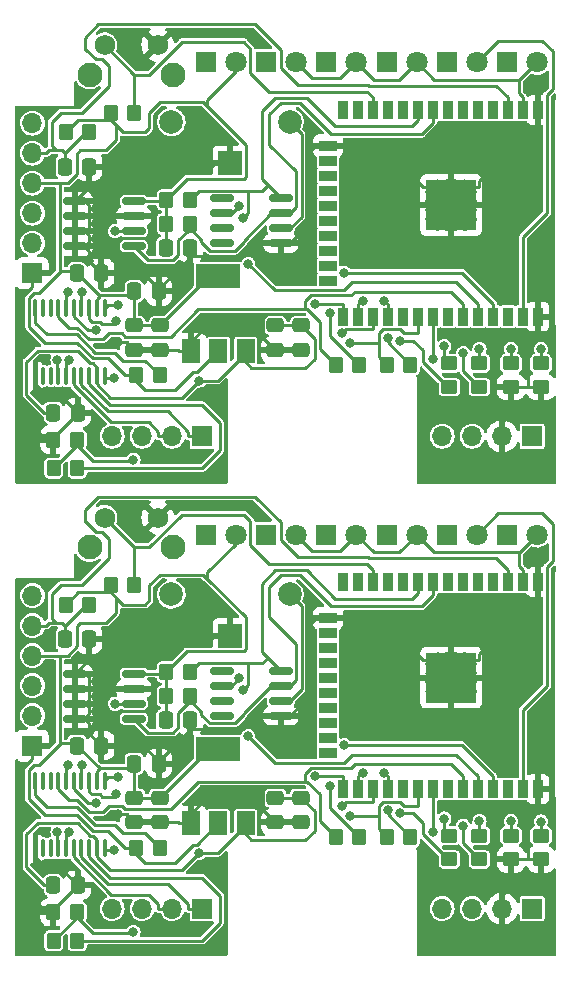
<source format=gbr>
%TF.GenerationSoftware,KiCad,Pcbnew,6.0.11-2627ca5db0~126~ubuntu20.04.1*%
%TF.CreationDate,2024-10-06T15:55:14-05:00*%
%TF.ProjectId,,58585858-5858-4585-9858-585858585858,rev?*%
%TF.SameCoordinates,Original*%
%TF.FileFunction,Copper,L1,Top*%
%TF.FilePolarity,Positive*%
%FSLAX46Y46*%
G04 Gerber Fmt 4.6, Leading zero omitted, Abs format (unit mm)*
G04 Created by KiCad (PCBNEW 6.0.11-2627ca5db0~126~ubuntu20.04.1) date 2024-10-06 15:55:14*
%MOMM*%
%LPD*%
G01*
G04 APERTURE LIST*
G04 Aperture macros list*
%AMRoundRect*
0 Rectangle with rounded corners*
0 $1 Rounding radius*
0 $2 $3 $4 $5 $6 $7 $8 $9 X,Y pos of 4 corners*
0 Add a 4 corners polygon primitive as box body*
4,1,4,$2,$3,$4,$5,$6,$7,$8,$9,$2,$3,0*
0 Add four circle primitives for the rounded corners*
1,1,$1+$1,$2,$3*
1,1,$1+$1,$4,$5*
1,1,$1+$1,$6,$7*
1,1,$1+$1,$8,$9*
0 Add four rect primitives between the rounded corners*
20,1,$1+$1,$2,$3,$4,$5,0*
20,1,$1+$1,$4,$5,$6,$7,0*
20,1,$1+$1,$6,$7,$8,$9,0*
20,1,$1+$1,$8,$9,$2,$3,0*%
G04 Aperture macros list end*
%TA.AperFunction,SMDPad,CuDef*%
%ADD10RoundRect,0.250000X0.450000X-0.350000X0.450000X0.350000X-0.450000X0.350000X-0.450000X-0.350000X0*%
%TD*%
%TA.AperFunction,SMDPad,CuDef*%
%ADD11RoundRect,0.250000X-0.337500X-0.475000X0.337500X-0.475000X0.337500X0.475000X-0.337500X0.475000X0*%
%TD*%
%TA.AperFunction,ComponentPad*%
%ADD12R,1.800000X1.800000*%
%TD*%
%TA.AperFunction,ComponentPad*%
%ADD13C,1.800000*%
%TD*%
%TA.AperFunction,SMDPad,CuDef*%
%ADD14RoundRect,0.250000X-0.475000X0.337500X-0.475000X-0.337500X0.475000X-0.337500X0.475000X0.337500X0*%
%TD*%
%TA.AperFunction,ComponentPad*%
%ADD15R,1.700000X1.700000*%
%TD*%
%TA.AperFunction,ComponentPad*%
%ADD16O,1.700000X1.700000*%
%TD*%
%TA.AperFunction,SMDPad,CuDef*%
%ADD17R,1.500000X2.000000*%
%TD*%
%TA.AperFunction,SMDPad,CuDef*%
%ADD18R,3.800000X2.000000*%
%TD*%
%TA.AperFunction,ComponentPad*%
%ADD19C,2.100000*%
%TD*%
%TA.AperFunction,ComponentPad*%
%ADD20C,1.750000*%
%TD*%
%TA.AperFunction,SMDPad,CuDef*%
%ADD21RoundRect,0.150000X-0.825000X-0.150000X0.825000X-0.150000X0.825000X0.150000X-0.825000X0.150000X0*%
%TD*%
%TA.AperFunction,SMDPad,CuDef*%
%ADD22RoundRect,0.250000X-0.350000X-0.450000X0.350000X-0.450000X0.350000X0.450000X-0.350000X0.450000X0*%
%TD*%
%TA.AperFunction,SMDPad,CuDef*%
%ADD23RoundRect,0.250000X0.350000X0.450000X-0.350000X0.450000X-0.350000X-0.450000X0.350000X-0.450000X0*%
%TD*%
%TA.AperFunction,SMDPad,CuDef*%
%ADD24R,0.900000X1.500000*%
%TD*%
%TA.AperFunction,SMDPad,CuDef*%
%ADD25R,1.500000X0.900000*%
%TD*%
%TA.AperFunction,HeatsinkPad*%
%ADD26C,0.475000*%
%TD*%
%TA.AperFunction,SMDPad,CuDef*%
%ADD27R,1.050000X1.050000*%
%TD*%
%TA.AperFunction,SMDPad,CuDef*%
%ADD28R,4.200000X4.200000*%
%TD*%
%TA.AperFunction,ComponentPad*%
%ADD29C,2.000000*%
%TD*%
%TA.AperFunction,ComponentPad*%
%ADD30R,2.000000X2.000000*%
%TD*%
%TA.AperFunction,SMDPad,CuDef*%
%ADD31RoundRect,0.100000X-0.100000X0.637500X-0.100000X-0.637500X0.100000X-0.637500X0.100000X0.637500X0*%
%TD*%
%TA.AperFunction,ViaPad*%
%ADD32C,0.800000*%
%TD*%
%TA.AperFunction,Conductor*%
%ADD33C,0.250000*%
%TD*%
G04 APERTURE END LIST*
D10*
%TO.P,R5,1*%
%TO.N,/RX2_LED*%
X123444000Y-108659000D03*
%TO.P,R5,2*%
%TO.N,Net-(D4-Pad1)*%
X123444000Y-106659000D03*
%TD*%
D11*
%TO.P,C7,1*%
%TO.N,/ESP_EN*%
X90880000Y-90006000D03*
%TO.P,C7,2*%
%TO.N,GND*%
X92955000Y-90006000D03*
%TD*%
D12*
%TO.P,D6,1,K*%
%TO.N,Net-(D6-Pad1)*%
X102828000Y-81149000D03*
D13*
%TO.P,D6,2,A*%
%TO.N,+3.3V*%
X105368000Y-81149000D03*
%TD*%
D12*
%TO.P,D5,1,K*%
%TO.N,Net-(D5-Pad1)*%
X107928000Y-81149000D03*
D13*
%TO.P,D5,2,A*%
%TO.N,+3.3V*%
X110468000Y-81149000D03*
%TD*%
D14*
%TO.P,C3,1*%
%TO.N,+3.3V*%
X98933000Y-103446500D03*
%TO.P,C3,2*%
%TO.N,GND*%
X98933000Y-105521500D03*
%TD*%
D15*
%TO.P,J2,1,Pin_1*%
%TO.N,+5V*%
X130445000Y-112829000D03*
D16*
%TO.P,J2,2,Pin_2*%
%TO.N,GND*%
X127905000Y-112829000D03*
%TO.P,J2,3,Pin_3*%
%TO.N,Net-(J2-Pad3)*%
X125365000Y-112829000D03*
%TO.P,J2,4,Pin_4*%
%TO.N,Net-(J2-Pad4)*%
X122825000Y-112829000D03*
%TD*%
D17*
%TO.P,U3,1,GND*%
%TO.N,GND*%
X101586000Y-105602000D03*
%TO.P,U3,2,VO*%
%TO.N,+3.3V*%
X103886000Y-105602000D03*
D18*
X103886000Y-99302000D03*
D17*
%TO.P,U3,3,VI*%
%TO.N,+5V*%
X106186000Y-105602000D03*
%TD*%
D19*
%TO.P,SW1,*%
%TO.N,*%
X100005000Y-82206500D03*
X92995000Y-82206500D03*
D20*
%TO.P,SW1,1,1*%
%TO.N,/STP_SW*%
X94245000Y-79716500D03*
%TO.P,SW1,2,2*%
%TO.N,GND*%
X98745000Y-79716500D03*
%TD*%
D12*
%TO.P,D1,1,K*%
%TO.N,Net-(D1-Pad1)*%
X128328000Y-81149000D03*
D13*
%TO.P,D1,2,A*%
%TO.N,+3.3V*%
X130868000Y-81149000D03*
%TD*%
D21*
%TO.P,U4,1,32KHZ*%
%TO.N,unconnected-(U4-Pad1)*%
X104205000Y-92673000D03*
%TO.P,U4,2,VCC*%
%TO.N,+3.3V*%
X104205000Y-93943000D03*
%TO.P,U4,3,~{INT}/SQW*%
%TO.N,unconnected-(U4-Pad3)*%
X104205000Y-95213000D03*
%TO.P,U4,4,~{RST}*%
%TO.N,unconnected-(U4-Pad4)*%
X104205000Y-96483000D03*
%TO.P,U4,5,GND*%
%TO.N,GND*%
X109155000Y-96483000D03*
%TO.P,U4,6,VBAT*%
%TO.N,+BATT*%
X109155000Y-95213000D03*
%TO.P,U4,7,SDA*%
%TO.N,/I2C0_SDA*%
X109155000Y-93943000D03*
%TO.P,U4,8,SCL*%
%TO.N,/I2C0_SCL*%
X109155000Y-92673000D03*
%TD*%
D22*
%TO.P,R13,1*%
%TO.N,+3.3V*%
X99457000Y-92800000D03*
%TO.P,R13,2*%
%TO.N,/I2C0_SCL*%
X101457000Y-92800000D03*
%TD*%
D23*
%TO.P,R9,1*%
%TO.N,Net-(J2-Pad4)*%
X91916000Y-113120000D03*
%TO.P,R9,2*%
%TO.N,GND*%
X89916000Y-113120000D03*
%TD*%
D15*
%TO.P,J1,1,Pin_1*%
%TO.N,Net-(J1-Pad1)*%
X102505000Y-112829000D03*
D16*
%TO.P,J1,2,Pin_2*%
%TO.N,Net-(J1-Pad2)*%
X99965000Y-112829000D03*
%TO.P,J1,3,Pin_3*%
%TO.N,Net-(J1-Pad3)*%
X97425000Y-112829000D03*
%TO.P,J1,4,Pin_4*%
%TO.N,Net-(J1-Pad4)*%
X94885000Y-112829000D03*
%TD*%
D11*
%TO.P,C5,1*%
%TO.N,+5V*%
X89894500Y-110834000D03*
%TO.P,C5,2*%
%TO.N,GND*%
X91969500Y-110834000D03*
%TD*%
D24*
%TO.P,U1,1,GND*%
%TO.N,GND*%
X130932000Y-85193000D03*
%TO.P,U1,2,VDD*%
%TO.N,+3.3V*%
X129662000Y-85193000D03*
%TO.P,U1,3,EN*%
%TO.N,/ESP_EN*%
X128392000Y-85193000D03*
%TO.P,U1,4,SENSOR_VP*%
%TO.N,unconnected-(U1-Pad4)*%
X127122000Y-85193000D03*
%TO.P,U1,5,SENSOR_VN*%
%TO.N,unconnected-(U1-Pad5)*%
X125852000Y-85193000D03*
%TO.P,U1,6,IO34*%
%TO.N,unconnected-(U1-Pad6)*%
X124582000Y-85193000D03*
%TO.P,U1,7,IO35*%
%TO.N,unconnected-(U1-Pad7)*%
X123312000Y-85193000D03*
%TO.P,U1,8,IO32*%
%TO.N,/I2C0_SDA*%
X122042000Y-85193000D03*
%TO.P,U1,9,IO33*%
%TO.N,/I2C0_SCL*%
X120772000Y-85193000D03*
%TO.P,U1,10,IO25*%
%TO.N,unconnected-(U1-Pad10)*%
X119502000Y-85193000D03*
%TO.P,U1,11,IO26*%
%TO.N,unconnected-(U1-Pad11)*%
X118232000Y-85193000D03*
%TO.P,U1,12,IO27*%
%TO.N,/STP_SW*%
X116962000Y-85193000D03*
%TO.P,U1,13,IO14*%
%TO.N,unconnected-(U1-Pad13)*%
X115692000Y-85193000D03*
%TO.P,U1,14,IO12*%
%TO.N,unconnected-(U1-Pad14)*%
X114422000Y-85193000D03*
D25*
%TO.P,U1,15,GND*%
%TO.N,GND*%
X113172000Y-88233000D03*
%TO.P,U1,16,IO13*%
%TO.N,unconnected-(U1-Pad16)*%
X113172000Y-89503000D03*
%TO.P,U1,17,SHD/SD2*%
%TO.N,unconnected-(U1-Pad17)*%
X113172000Y-90773000D03*
%TO.P,U1,18,SWP/SD3*%
%TO.N,unconnected-(U1-Pad18)*%
X113172000Y-92043000D03*
%TO.P,U1,19,SCS/CMD*%
%TO.N,unconnected-(U1-Pad19)*%
X113172000Y-93313000D03*
%TO.P,U1,20,SCK/CLK*%
%TO.N,unconnected-(U1-Pad20)*%
X113172000Y-94583000D03*
%TO.P,U1,21,SDO/SD0*%
%TO.N,unconnected-(U1-Pad21)*%
X113172000Y-95853000D03*
%TO.P,U1,22,SDI/SD1*%
%TO.N,unconnected-(U1-Pad22)*%
X113172000Y-97123000D03*
%TO.P,U1,23,IO15*%
%TO.N,unconnected-(U1-Pad23)*%
X113172000Y-98393000D03*
%TO.P,U1,24,IO2*%
%TO.N,unconnected-(U1-Pad24)*%
X113172000Y-99663000D03*
D24*
%TO.P,U1,25,IO0*%
%TO.N,/ESP_IO0*%
X114422000Y-102693000D03*
%TO.P,U1,26,IO4*%
%TO.N,/RX2_LED*%
X115692000Y-102693000D03*
%TO.P,U1,27,IO16*%
%TO.N,Net-(U1-Pad27)*%
X116962000Y-102693000D03*
%TO.P,U1,28,IO17*%
%TO.N,/TX2_LED*%
X118232000Y-102693000D03*
%TO.P,U1,29,IO5*%
%TO.N,unconnected-(U1-Pad29)*%
X119502000Y-102693000D03*
%TO.P,U1,30,IO18*%
%TO.N,/RX1_LED*%
X120772000Y-102693000D03*
%TO.P,U1,31,IO19*%
%TO.N,Net-(U1-Pad31)*%
X122042000Y-102693000D03*
%TO.P,U1,32,NC*%
%TO.N,unconnected-(U1-Pad32)*%
X123312000Y-102693000D03*
%TO.P,U1,33,IO21*%
%TO.N,/TX1_LED*%
X124582000Y-102693000D03*
%TO.P,U1,34,RXD0/IO3*%
%TO.N,/ESP_RXD*%
X125852000Y-102693000D03*
%TO.P,U1,35,TXD0/IO1*%
%TO.N,/ESP_TXD*%
X127122000Y-102693000D03*
%TO.P,U1,36,IO22*%
%TO.N,unconnected-(U1-Pad36)*%
X128392000Y-102693000D03*
%TO.P,U1,37,IO23*%
%TO.N,/STP_LED*%
X129662000Y-102693000D03*
%TO.P,U1,38,GND*%
%TO.N,GND*%
X130932000Y-102693000D03*
D26*
%TO.P,U1,39,GND*%
X124354500Y-91738000D03*
X122829500Y-91738000D03*
X125117000Y-92500500D03*
D27*
X122067000Y-94788000D03*
X123592000Y-94788000D03*
D26*
X123592000Y-92500500D03*
X124354500Y-94788000D03*
D27*
X122067000Y-91738000D03*
D26*
X124354500Y-93263000D03*
D28*
X123592000Y-93263000D03*
D26*
X122067000Y-92500500D03*
D27*
X125117000Y-94788000D03*
D26*
X123592000Y-94025500D03*
D27*
X123592000Y-91738000D03*
X122067000Y-93263000D03*
D26*
X125117000Y-94025500D03*
D27*
X125117000Y-93263000D03*
D26*
X122829500Y-94788000D03*
X122829500Y-93263000D03*
X122067000Y-94025500D03*
D27*
X125117000Y-91738000D03*
X123592000Y-93263000D03*
%TD*%
D12*
%TO.P,D4,1,K*%
%TO.N,Net-(D4-Pad1)*%
X113028000Y-81149000D03*
D13*
%TO.P,D4,2,A*%
%TO.N,+3.3V*%
X115568000Y-81149000D03*
%TD*%
D14*
%TO.P,C4,1*%
%TO.N,+3.3V*%
X96774000Y-103446500D03*
%TO.P,C4,2*%
%TO.N,GND*%
X96774000Y-105521500D03*
%TD*%
D22*
%TO.P,R11,1*%
%TO.N,+3.3V*%
X90948000Y-87085000D03*
%TO.P,R11,2*%
%TO.N,/ESP_EN*%
X92948000Y-87085000D03*
%TD*%
D14*
%TO.P,C1,1*%
%TO.N,+5V*%
X110871000Y-103446500D03*
%TO.P,C1,2*%
%TO.N,GND*%
X110871000Y-105521500D03*
%TD*%
D11*
%TO.P,C8,1*%
%TO.N,+3.3V*%
X91905000Y-99023000D03*
%TO.P,C8,2*%
%TO.N,GND*%
X93980000Y-99023000D03*
%TD*%
%TO.P,C6,1*%
%TO.N,+3.3V*%
X96752500Y-100547000D03*
%TO.P,C6,2*%
%TO.N,GND*%
X98827500Y-100547000D03*
%TD*%
D10*
%TO.P,R4,1*%
%TO.N,/TX2_LED*%
X125984000Y-108659000D03*
%TO.P,R4,2*%
%TO.N,Net-(D3-Pad1)*%
X125984000Y-106659000D03*
%TD*%
%TO.P,R2,1*%
%TO.N,GND*%
X131191000Y-108659000D03*
%TO.P,R2,2*%
%TO.N,Net-(D1-Pad1)*%
X131191000Y-106659000D03*
%TD*%
D21*
%TO.P,U5,1,A0*%
%TO.N,GND*%
X91759000Y-92927000D03*
%TO.P,U5,2,A1*%
X91759000Y-94197000D03*
%TO.P,U5,3,A2*%
X91759000Y-95467000D03*
%TO.P,U5,4,VSS*%
X91759000Y-96737000D03*
%TO.P,U5,5,SDA*%
%TO.N,/I2C0_SDA*%
X96709000Y-96737000D03*
%TO.P,U5,6,SCL*%
%TO.N,/I2C0_SCL*%
X96709000Y-95467000D03*
%TO.P,U5,7,WP*%
%TO.N,GND*%
X96709000Y-94197000D03*
%TO.P,U5,8,VDD*%
%TO.N,+3.3V*%
X96709000Y-92927000D03*
%TD*%
D22*
%TO.P,R1,1*%
%TO.N,+3.3V*%
X96917000Y-107659000D03*
%TO.P,R1,2*%
%TO.N,Net-(R1-Pad2)*%
X98917000Y-107659000D03*
%TD*%
D29*
%TO.P,BT1,1,+*%
%TO.N,+BATT*%
X99902000Y-86224000D03*
X109902000Y-86224000D03*
D30*
%TO.P,BT1,2,-*%
%TO.N,GND*%
X104902000Y-89724000D03*
%TD*%
D15*
%TO.P,J3,1,Pin_1*%
%TO.N,GND*%
X88138000Y-99023000D03*
D16*
%TO.P,J3,2,Pin_2*%
%TO.N,/ESP_TXD*%
X88138000Y-96483000D03*
%TO.P,J3,3,Pin_3*%
%TO.N,/ESP_RXD*%
X88138000Y-93943000D03*
%TO.P,J3,4,Pin_4*%
%TO.N,+3.3V*%
X88138000Y-91403000D03*
%TO.P,J3,5,Pin_5*%
%TO.N,/ESP_EN*%
X88138000Y-88863000D03*
%TO.P,J3,6,Pin_6*%
%TO.N,/ESP_IO0*%
X88138000Y-86323000D03*
%TD*%
D22*
%TO.P,R8,1*%
%TO.N,+3.3V*%
X94758000Y-85434000D03*
%TO.P,R8,2*%
%TO.N,/STP_SW*%
X96758000Y-85434000D03*
%TD*%
%TO.P,R7,1*%
%TO.N,/RX1_LED*%
X118126000Y-106770000D03*
%TO.P,R7,2*%
%TO.N,Net-(D6-Pad1)*%
X120126000Y-106770000D03*
%TD*%
D14*
%TO.P,C2,1*%
%TO.N,+5V*%
X108712000Y-103446500D03*
%TO.P,C2,2*%
%TO.N,GND*%
X108712000Y-105521500D03*
%TD*%
D12*
%TO.P,D2,1,K*%
%TO.N,Net-(D2-Pad1)*%
X123228000Y-81149000D03*
D13*
%TO.P,D2,2,A*%
%TO.N,/STP_LED*%
X125768000Y-81149000D03*
%TD*%
D12*
%TO.P,D3,1,K*%
%TO.N,Net-(D3-Pad1)*%
X118128000Y-81149000D03*
D13*
%TO.P,D3,2,A*%
%TO.N,+3.3V*%
X120668000Y-81149000D03*
%TD*%
D10*
%TO.P,R3,1*%
%TO.N,GND*%
X128651000Y-108659000D03*
%TO.P,R3,2*%
%TO.N,Net-(D2-Pad1)*%
X128651000Y-106659000D03*
%TD*%
D22*
%TO.P,R12,1*%
%TO.N,+3.3V*%
X99457000Y-94832000D03*
%TO.P,R12,2*%
%TO.N,/I2C0_SDA*%
X101457000Y-94832000D03*
%TD*%
%TO.P,R10,1*%
%TO.N,Net-(J2-Pad4)*%
X89932000Y-115533000D03*
%TO.P,R10,2*%
%TO.N,Net-(R10-Pad2)*%
X91932000Y-115533000D03*
%TD*%
D11*
%TO.P,C9,1*%
%TO.N,+3.3V*%
X99419500Y-96864000D03*
%TO.P,C9,2*%
%TO.N,GND*%
X101494500Y-96864000D03*
%TD*%
D22*
%TO.P,R6,1*%
%TO.N,/TX1_LED*%
X113808000Y-106770000D03*
%TO.P,R6,2*%
%TO.N,Net-(D5-Pad1)*%
X115808000Y-106770000D03*
%TD*%
D31*
%TO.P,U2,1,A1*%
%TO.N,/RX2_LED*%
X94238000Y-102002500D03*
%TO.P,U2,2,VCCA*%
%TO.N,+3.3V*%
X93588000Y-102002500D03*
%TO.P,U2,3,A2*%
%TO.N,Net-(U1-Pad27)*%
X92938000Y-102002500D03*
%TO.P,U2,4,A3*%
%TO.N,/TX2_LED*%
X92288000Y-102002500D03*
%TO.P,U2,5,A4*%
%TO.N,/RX1_LED*%
X91638000Y-102002500D03*
%TO.P,U2,6,A5*%
%TO.N,Net-(U1-Pad31)*%
X90988000Y-102002500D03*
%TO.P,U2,7,A6*%
%TO.N,/TX1_LED*%
X90338000Y-102002500D03*
%TO.P,U2,8,A7*%
%TO.N,unconnected-(U2-Pad8)*%
X89688000Y-102002500D03*
%TO.P,U2,9,A8*%
%TO.N,unconnected-(U2-Pad9)*%
X89038000Y-102002500D03*
%TO.P,U2,10,OE*%
%TO.N,Net-(R1-Pad2)*%
X88388000Y-102002500D03*
%TO.P,U2,11,GND*%
%TO.N,GND*%
X88388000Y-107727500D03*
%TO.P,U2,12,B8*%
%TO.N,unconnected-(U2-Pad12)*%
X89038000Y-107727500D03*
%TO.P,U2,13,B7*%
%TO.N,unconnected-(U2-Pad13)*%
X89688000Y-107727500D03*
%TO.P,U2,14,B6*%
%TO.N,Net-(J1-Pad4)*%
X90338000Y-107727500D03*
%TO.P,U2,15,B5*%
%TO.N,Net-(J1-Pad3)*%
X90988000Y-107727500D03*
%TO.P,U2,16,B4*%
%TO.N,Net-(J1-Pad2)*%
X91638000Y-107727500D03*
%TO.P,U2,17,B3*%
%TO.N,Net-(J1-Pad1)*%
X92288000Y-107727500D03*
%TO.P,U2,18,B2*%
%TO.N,Net-(R10-Pad2)*%
X92938000Y-107727500D03*
%TO.P,U2,19,VCCB*%
%TO.N,+5V*%
X93588000Y-107727500D03*
%TO.P,U2,20,B1*%
%TO.N,Net-(J2-Pad3)*%
X94238000Y-107727500D03*
%TD*%
D22*
%TO.P,R10,1*%
%TO.N,Net-(J2-Pad4)*%
X89932000Y-75533000D03*
%TO.P,R10,2*%
%TO.N,Net-(R10-Pad2)*%
X91932000Y-75533000D03*
%TD*%
D10*
%TO.P,R4,1*%
%TO.N,/TX2_LED*%
X125984000Y-68659000D03*
%TO.P,R4,2*%
%TO.N,Net-(D3-Pad1)*%
X125984000Y-66659000D03*
%TD*%
D22*
%TO.P,R11,1*%
%TO.N,+3.3V*%
X90948000Y-47085000D03*
%TO.P,R11,2*%
%TO.N,/ESP_EN*%
X92948000Y-47085000D03*
%TD*%
D12*
%TO.P,D3,1,K*%
%TO.N,Net-(D3-Pad1)*%
X118128000Y-41149000D03*
D13*
%TO.P,D3,2,A*%
%TO.N,+3.3V*%
X120668000Y-41149000D03*
%TD*%
D11*
%TO.P,C9,1*%
%TO.N,+3.3V*%
X99419500Y-56864000D03*
%TO.P,C9,2*%
%TO.N,GND*%
X101494500Y-56864000D03*
%TD*%
%TO.P,C6,1*%
%TO.N,+3.3V*%
X96752500Y-60547000D03*
%TO.P,C6,2*%
%TO.N,GND*%
X98827500Y-60547000D03*
%TD*%
D22*
%TO.P,R7,1*%
%TO.N,/RX1_LED*%
X118126000Y-66770000D03*
%TO.P,R7,2*%
%TO.N,Net-(D6-Pad1)*%
X120126000Y-66770000D03*
%TD*%
D11*
%TO.P,C8,1*%
%TO.N,+3.3V*%
X91905000Y-59023000D03*
%TO.P,C8,2*%
%TO.N,GND*%
X93980000Y-59023000D03*
%TD*%
D21*
%TO.P,U5,1,A0*%
%TO.N,GND*%
X91759000Y-52927000D03*
%TO.P,U5,2,A1*%
X91759000Y-54197000D03*
%TO.P,U5,3,A2*%
X91759000Y-55467000D03*
%TO.P,U5,4,VSS*%
X91759000Y-56737000D03*
%TO.P,U5,5,SDA*%
%TO.N,/I2C0_SDA*%
X96709000Y-56737000D03*
%TO.P,U5,6,SCL*%
%TO.N,/I2C0_SCL*%
X96709000Y-55467000D03*
%TO.P,U5,7,WP*%
%TO.N,GND*%
X96709000Y-54197000D03*
%TO.P,U5,8,VDD*%
%TO.N,+3.3V*%
X96709000Y-52927000D03*
%TD*%
D29*
%TO.P,BT1,1,+*%
%TO.N,+BATT*%
X99902000Y-46224000D03*
X109902000Y-46224000D03*
D30*
%TO.P,BT1,2,-*%
%TO.N,GND*%
X104902000Y-49724000D03*
%TD*%
D22*
%TO.P,R12,1*%
%TO.N,+3.3V*%
X99457000Y-54832000D03*
%TO.P,R12,2*%
%TO.N,/I2C0_SDA*%
X101457000Y-54832000D03*
%TD*%
D10*
%TO.P,R2,1*%
%TO.N,GND*%
X131191000Y-68659000D03*
%TO.P,R2,2*%
%TO.N,Net-(D1-Pad1)*%
X131191000Y-66659000D03*
%TD*%
%TO.P,R3,1*%
%TO.N,GND*%
X128651000Y-68659000D03*
%TO.P,R3,2*%
%TO.N,Net-(D2-Pad1)*%
X128651000Y-66659000D03*
%TD*%
D22*
%TO.P,R6,1*%
%TO.N,/TX1_LED*%
X113808000Y-66770000D03*
%TO.P,R6,2*%
%TO.N,Net-(D5-Pad1)*%
X115808000Y-66770000D03*
%TD*%
D15*
%TO.P,J3,1,Pin_1*%
%TO.N,GND*%
X88138000Y-59023000D03*
D16*
%TO.P,J3,2,Pin_2*%
%TO.N,/ESP_TXD*%
X88138000Y-56483000D03*
%TO.P,J3,3,Pin_3*%
%TO.N,/ESP_RXD*%
X88138000Y-53943000D03*
%TO.P,J3,4,Pin_4*%
%TO.N,+3.3V*%
X88138000Y-51403000D03*
%TO.P,J3,5,Pin_5*%
%TO.N,/ESP_EN*%
X88138000Y-48863000D03*
%TO.P,J3,6,Pin_6*%
%TO.N,/ESP_IO0*%
X88138000Y-46323000D03*
%TD*%
D22*
%TO.P,R8,1*%
%TO.N,+3.3V*%
X94758000Y-45434000D03*
%TO.P,R8,2*%
%TO.N,/STP_SW*%
X96758000Y-45434000D03*
%TD*%
D31*
%TO.P,U2,1,A1*%
%TO.N,/RX2_LED*%
X94238000Y-62002500D03*
%TO.P,U2,2,VCCA*%
%TO.N,+3.3V*%
X93588000Y-62002500D03*
%TO.P,U2,3,A2*%
%TO.N,Net-(U1-Pad27)*%
X92938000Y-62002500D03*
%TO.P,U2,4,A3*%
%TO.N,/TX2_LED*%
X92288000Y-62002500D03*
%TO.P,U2,5,A4*%
%TO.N,/RX1_LED*%
X91638000Y-62002500D03*
%TO.P,U2,6,A5*%
%TO.N,Net-(U1-Pad31)*%
X90988000Y-62002500D03*
%TO.P,U2,7,A6*%
%TO.N,/TX1_LED*%
X90338000Y-62002500D03*
%TO.P,U2,8,A7*%
%TO.N,unconnected-(U2-Pad8)*%
X89688000Y-62002500D03*
%TO.P,U2,9,A8*%
%TO.N,unconnected-(U2-Pad9)*%
X89038000Y-62002500D03*
%TO.P,U2,10,OE*%
%TO.N,Net-(R1-Pad2)*%
X88388000Y-62002500D03*
%TO.P,U2,11,GND*%
%TO.N,GND*%
X88388000Y-67727500D03*
%TO.P,U2,12,B8*%
%TO.N,unconnected-(U2-Pad12)*%
X89038000Y-67727500D03*
%TO.P,U2,13,B7*%
%TO.N,unconnected-(U2-Pad13)*%
X89688000Y-67727500D03*
%TO.P,U2,14,B6*%
%TO.N,Net-(J1-Pad4)*%
X90338000Y-67727500D03*
%TO.P,U2,15,B5*%
%TO.N,Net-(J1-Pad3)*%
X90988000Y-67727500D03*
%TO.P,U2,16,B4*%
%TO.N,Net-(J1-Pad2)*%
X91638000Y-67727500D03*
%TO.P,U2,17,B3*%
%TO.N,Net-(J1-Pad1)*%
X92288000Y-67727500D03*
%TO.P,U2,18,B2*%
%TO.N,Net-(R10-Pad2)*%
X92938000Y-67727500D03*
%TO.P,U2,19,VCCB*%
%TO.N,+5V*%
X93588000Y-67727500D03*
%TO.P,U2,20,B1*%
%TO.N,Net-(J2-Pad3)*%
X94238000Y-67727500D03*
%TD*%
D14*
%TO.P,C2,1*%
%TO.N,+5V*%
X108712000Y-63446500D03*
%TO.P,C2,2*%
%TO.N,GND*%
X108712000Y-65521500D03*
%TD*%
D12*
%TO.P,D2,1,K*%
%TO.N,Net-(D2-Pad1)*%
X123228000Y-41149000D03*
D13*
%TO.P,D2,2,A*%
%TO.N,/STP_LED*%
X125768000Y-41149000D03*
%TD*%
D22*
%TO.P,R1,1*%
%TO.N,+3.3V*%
X96917000Y-67659000D03*
%TO.P,R1,2*%
%TO.N,Net-(R1-Pad2)*%
X98917000Y-67659000D03*
%TD*%
D14*
%TO.P,C1,1*%
%TO.N,+5V*%
X110871000Y-63446500D03*
%TO.P,C1,2*%
%TO.N,GND*%
X110871000Y-65521500D03*
%TD*%
%TO.P,C4,1*%
%TO.N,+3.3V*%
X96774000Y-63446500D03*
%TO.P,C4,2*%
%TO.N,GND*%
X96774000Y-65521500D03*
%TD*%
D12*
%TO.P,D4,1,K*%
%TO.N,Net-(D4-Pad1)*%
X113028000Y-41149000D03*
D13*
%TO.P,D4,2,A*%
%TO.N,+3.3V*%
X115568000Y-41149000D03*
%TD*%
D24*
%TO.P,U1,1,GND*%
%TO.N,GND*%
X130932000Y-45193000D03*
%TO.P,U1,2,VDD*%
%TO.N,+3.3V*%
X129662000Y-45193000D03*
%TO.P,U1,3,EN*%
%TO.N,/ESP_EN*%
X128392000Y-45193000D03*
%TO.P,U1,4,SENSOR_VP*%
%TO.N,unconnected-(U1-Pad4)*%
X127122000Y-45193000D03*
%TO.P,U1,5,SENSOR_VN*%
%TO.N,unconnected-(U1-Pad5)*%
X125852000Y-45193000D03*
%TO.P,U1,6,IO34*%
%TO.N,unconnected-(U1-Pad6)*%
X124582000Y-45193000D03*
%TO.P,U1,7,IO35*%
%TO.N,unconnected-(U1-Pad7)*%
X123312000Y-45193000D03*
%TO.P,U1,8,IO32*%
%TO.N,/I2C0_SDA*%
X122042000Y-45193000D03*
%TO.P,U1,9,IO33*%
%TO.N,/I2C0_SCL*%
X120772000Y-45193000D03*
%TO.P,U1,10,IO25*%
%TO.N,unconnected-(U1-Pad10)*%
X119502000Y-45193000D03*
%TO.P,U1,11,IO26*%
%TO.N,unconnected-(U1-Pad11)*%
X118232000Y-45193000D03*
%TO.P,U1,12,IO27*%
%TO.N,/STP_SW*%
X116962000Y-45193000D03*
%TO.P,U1,13,IO14*%
%TO.N,unconnected-(U1-Pad13)*%
X115692000Y-45193000D03*
%TO.P,U1,14,IO12*%
%TO.N,unconnected-(U1-Pad14)*%
X114422000Y-45193000D03*
D25*
%TO.P,U1,15,GND*%
%TO.N,GND*%
X113172000Y-48233000D03*
%TO.P,U1,16,IO13*%
%TO.N,unconnected-(U1-Pad16)*%
X113172000Y-49503000D03*
%TO.P,U1,17,SHD/SD2*%
%TO.N,unconnected-(U1-Pad17)*%
X113172000Y-50773000D03*
%TO.P,U1,18,SWP/SD3*%
%TO.N,unconnected-(U1-Pad18)*%
X113172000Y-52043000D03*
%TO.P,U1,19,SCS/CMD*%
%TO.N,unconnected-(U1-Pad19)*%
X113172000Y-53313000D03*
%TO.P,U1,20,SCK/CLK*%
%TO.N,unconnected-(U1-Pad20)*%
X113172000Y-54583000D03*
%TO.P,U1,21,SDO/SD0*%
%TO.N,unconnected-(U1-Pad21)*%
X113172000Y-55853000D03*
%TO.P,U1,22,SDI/SD1*%
%TO.N,unconnected-(U1-Pad22)*%
X113172000Y-57123000D03*
%TO.P,U1,23,IO15*%
%TO.N,unconnected-(U1-Pad23)*%
X113172000Y-58393000D03*
%TO.P,U1,24,IO2*%
%TO.N,unconnected-(U1-Pad24)*%
X113172000Y-59663000D03*
D24*
%TO.P,U1,25,IO0*%
%TO.N,/ESP_IO0*%
X114422000Y-62693000D03*
%TO.P,U1,26,IO4*%
%TO.N,/RX2_LED*%
X115692000Y-62693000D03*
%TO.P,U1,27,IO16*%
%TO.N,Net-(U1-Pad27)*%
X116962000Y-62693000D03*
%TO.P,U1,28,IO17*%
%TO.N,/TX2_LED*%
X118232000Y-62693000D03*
%TO.P,U1,29,IO5*%
%TO.N,unconnected-(U1-Pad29)*%
X119502000Y-62693000D03*
%TO.P,U1,30,IO18*%
%TO.N,/RX1_LED*%
X120772000Y-62693000D03*
%TO.P,U1,31,IO19*%
%TO.N,Net-(U1-Pad31)*%
X122042000Y-62693000D03*
%TO.P,U1,32,NC*%
%TO.N,unconnected-(U1-Pad32)*%
X123312000Y-62693000D03*
%TO.P,U1,33,IO21*%
%TO.N,/TX1_LED*%
X124582000Y-62693000D03*
%TO.P,U1,34,RXD0/IO3*%
%TO.N,/ESP_RXD*%
X125852000Y-62693000D03*
%TO.P,U1,35,TXD0/IO1*%
%TO.N,/ESP_TXD*%
X127122000Y-62693000D03*
%TO.P,U1,36,IO22*%
%TO.N,unconnected-(U1-Pad36)*%
X128392000Y-62693000D03*
%TO.P,U1,37,IO23*%
%TO.N,/STP_LED*%
X129662000Y-62693000D03*
%TO.P,U1,38,GND*%
%TO.N,GND*%
X130932000Y-62693000D03*
D26*
%TO.P,U1,39,GND*%
X124354500Y-51738000D03*
X122829500Y-51738000D03*
X125117000Y-52500500D03*
D27*
X122067000Y-54788000D03*
X123592000Y-54788000D03*
D26*
X123592000Y-52500500D03*
X124354500Y-54788000D03*
D27*
X122067000Y-51738000D03*
D26*
X124354500Y-53263000D03*
D28*
X123592000Y-53263000D03*
D26*
X122067000Y-52500500D03*
D27*
X125117000Y-54788000D03*
D26*
X123592000Y-54025500D03*
D27*
X123592000Y-51738000D03*
X122067000Y-53263000D03*
D26*
X125117000Y-54025500D03*
D27*
X125117000Y-53263000D03*
D26*
X122829500Y-54788000D03*
X122829500Y-53263000D03*
X122067000Y-54025500D03*
D27*
X125117000Y-51738000D03*
X123592000Y-53263000D03*
%TD*%
D11*
%TO.P,C5,1*%
%TO.N,+5V*%
X89894500Y-70834000D03*
%TO.P,C5,2*%
%TO.N,GND*%
X91969500Y-70834000D03*
%TD*%
D15*
%TO.P,J1,1,Pin_1*%
%TO.N,Net-(J1-Pad1)*%
X102505000Y-72829000D03*
D16*
%TO.P,J1,2,Pin_2*%
%TO.N,Net-(J1-Pad2)*%
X99965000Y-72829000D03*
%TO.P,J1,3,Pin_3*%
%TO.N,Net-(J1-Pad3)*%
X97425000Y-72829000D03*
%TO.P,J1,4,Pin_4*%
%TO.N,Net-(J1-Pad4)*%
X94885000Y-72829000D03*
%TD*%
D23*
%TO.P,R9,1*%
%TO.N,Net-(J2-Pad4)*%
X91916000Y-73120000D03*
%TO.P,R9,2*%
%TO.N,GND*%
X89916000Y-73120000D03*
%TD*%
D22*
%TO.P,R13,1*%
%TO.N,+3.3V*%
X99457000Y-52800000D03*
%TO.P,R13,2*%
%TO.N,/I2C0_SCL*%
X101457000Y-52800000D03*
%TD*%
D21*
%TO.P,U4,1,32KHZ*%
%TO.N,unconnected-(U4-Pad1)*%
X104205000Y-52673000D03*
%TO.P,U4,2,VCC*%
%TO.N,+3.3V*%
X104205000Y-53943000D03*
%TO.P,U4,3,~{INT}/SQW*%
%TO.N,unconnected-(U4-Pad3)*%
X104205000Y-55213000D03*
%TO.P,U4,4,~{RST}*%
%TO.N,unconnected-(U4-Pad4)*%
X104205000Y-56483000D03*
%TO.P,U4,5,GND*%
%TO.N,GND*%
X109155000Y-56483000D03*
%TO.P,U4,6,VBAT*%
%TO.N,+BATT*%
X109155000Y-55213000D03*
%TO.P,U4,7,SDA*%
%TO.N,/I2C0_SDA*%
X109155000Y-53943000D03*
%TO.P,U4,8,SCL*%
%TO.N,/I2C0_SCL*%
X109155000Y-52673000D03*
%TD*%
D12*
%TO.P,D1,1,K*%
%TO.N,Net-(D1-Pad1)*%
X128328000Y-41149000D03*
D13*
%TO.P,D1,2,A*%
%TO.N,+3.3V*%
X130868000Y-41149000D03*
%TD*%
D19*
%TO.P,SW1,*%
%TO.N,*%
X100005000Y-42206500D03*
X92995000Y-42206500D03*
D20*
%TO.P,SW1,1,1*%
%TO.N,/STP_SW*%
X94245000Y-39716500D03*
%TO.P,SW1,2,2*%
%TO.N,GND*%
X98745000Y-39716500D03*
%TD*%
D17*
%TO.P,U3,1,GND*%
%TO.N,GND*%
X101586000Y-65602000D03*
%TO.P,U3,2,VO*%
%TO.N,+3.3V*%
X103886000Y-65602000D03*
D18*
X103886000Y-59302000D03*
D17*
%TO.P,U3,3,VI*%
%TO.N,+5V*%
X106186000Y-65602000D03*
%TD*%
D15*
%TO.P,J2,1,Pin_1*%
%TO.N,+5V*%
X130445000Y-72829000D03*
D16*
%TO.P,J2,2,Pin_2*%
%TO.N,GND*%
X127905000Y-72829000D03*
%TO.P,J2,3,Pin_3*%
%TO.N,Net-(J2-Pad3)*%
X125365000Y-72829000D03*
%TO.P,J2,4,Pin_4*%
%TO.N,Net-(J2-Pad4)*%
X122825000Y-72829000D03*
%TD*%
D14*
%TO.P,C3,1*%
%TO.N,+3.3V*%
X98933000Y-63446500D03*
%TO.P,C3,2*%
%TO.N,GND*%
X98933000Y-65521500D03*
%TD*%
D12*
%TO.P,D5,1,K*%
%TO.N,Net-(D5-Pad1)*%
X107928000Y-41149000D03*
D13*
%TO.P,D5,2,A*%
%TO.N,+3.3V*%
X110468000Y-41149000D03*
%TD*%
D12*
%TO.P,D6,1,K*%
%TO.N,Net-(D6-Pad1)*%
X102828000Y-41149000D03*
D13*
%TO.P,D6,2,A*%
%TO.N,+3.3V*%
X105368000Y-41149000D03*
%TD*%
D11*
%TO.P,C7,1*%
%TO.N,/ESP_EN*%
X90880000Y-50006000D03*
%TO.P,C7,2*%
%TO.N,GND*%
X92955000Y-50006000D03*
%TD*%
D10*
%TO.P,R5,1*%
%TO.N,/RX2_LED*%
X123444000Y-68659000D03*
%TO.P,R5,2*%
%TO.N,Net-(D4-Pad1)*%
X123444000Y-66659000D03*
%TD*%
D32*
%TO.N,Net-(J2-Pad4)*%
X96686300Y-114808500D03*
%TO.N,Net-(J2-Pad3)*%
X95059300Y-107867200D03*
%TO.N,Net-(J1-Pad4)*%
X90253300Y-106355500D03*
%TO.N,Net-(J1-Pad3)*%
X91262100Y-106360200D03*
%TO.N,/I2C0_SCL*%
X95125300Y-95467000D03*
X105936200Y-94346900D03*
%TO.N,Net-(U1-Pad27)*%
X95199300Y-103106600D03*
X114338100Y-104127800D03*
%TO.N,/ESP_IO0*%
X112095900Y-101629700D03*
%TO.N,/ESP_RXD*%
X106406900Y-98228400D03*
%TO.N,/ESP_TXD*%
X114534000Y-98987500D03*
%TO.N,/RX1_LED*%
X93532100Y-103872700D03*
X115037800Y-104962200D03*
%TO.N,Net-(D6-Pad1)*%
X118199700Y-104503400D03*
%TO.N,Net-(D5-Pad1)*%
X113344300Y-102433000D03*
%TO.N,Net-(D4-Pad1)*%
X123009000Y-105205700D03*
%TO.N,Net-(U1-Pad31)*%
X122038900Y-106301300D03*
X91111200Y-100637400D03*
%TO.N,/TX2_LED*%
X124598400Y-105801500D03*
X92361000Y-100632900D03*
X117936400Y-101338700D03*
%TO.N,Net-(D3-Pad1)*%
X125984000Y-105431500D03*
%TO.N,Net-(D2-Pad1)*%
X128651000Y-105427800D03*
%TO.N,Net-(D1-Pad1)*%
X131191000Y-105457500D03*
%TO.N,+5V*%
X102266273Y-108110429D03*
%TO.N,+3.3V*%
X105644800Y-93330200D03*
%TO.N,/RX2_LED*%
X119216000Y-104728500D03*
X95386700Y-101683700D03*
X116144300Y-101337200D03*
%TO.N,GND*%
X95406200Y-104852100D03*
X92929200Y-97984600D03*
X92929200Y-57984600D03*
X95406200Y-64852100D03*
%TO.N,+3.3V*%
X105644800Y-53330200D03*
%TO.N,+5V*%
X102266273Y-68110429D03*
%TO.N,Net-(D1-Pad1)*%
X131191000Y-65457500D03*
%TO.N,Net-(D2-Pad1)*%
X128651000Y-65427800D03*
%TO.N,Net-(D3-Pad1)*%
X125984000Y-65431500D03*
%TO.N,/TX2_LED*%
X117936400Y-61338700D03*
X92361000Y-60632900D03*
X124598400Y-65801500D03*
%TO.N,Net-(U1-Pad31)*%
X91111200Y-60637400D03*
X122038900Y-66301300D03*
%TO.N,Net-(D4-Pad1)*%
X123009000Y-65205700D03*
%TO.N,Net-(D5-Pad1)*%
X113344300Y-62433000D03*
%TO.N,Net-(D6-Pad1)*%
X118199700Y-64503400D03*
%TO.N,/RX2_LED*%
X116144300Y-61337200D03*
X95386700Y-61683700D03*
X119216000Y-64728500D03*
%TO.N,/RX1_LED*%
X115037800Y-64962200D03*
X93532100Y-63872700D03*
%TO.N,/ESP_TXD*%
X114534000Y-58987500D03*
%TO.N,/ESP_RXD*%
X106406900Y-58228400D03*
%TO.N,/ESP_IO0*%
X112095900Y-61629700D03*
%TO.N,Net-(U1-Pad27)*%
X114338100Y-64127800D03*
X95199300Y-63106600D03*
%TO.N,/I2C0_SCL*%
X105936200Y-54346900D03*
X95125300Y-55467000D03*
%TO.N,Net-(J1-Pad3)*%
X91262100Y-66360200D03*
%TO.N,Net-(J1-Pad4)*%
X90253300Y-66355500D03*
%TO.N,Net-(J2-Pad3)*%
X95059300Y-67867200D03*
%TO.N,Net-(J2-Pad4)*%
X96686300Y-74808500D03*
%TD*%
D33*
%TO.N,Net-(R10-Pad2)*%
X94719900Y-110199000D02*
X102489000Y-110199000D01*
X102489000Y-110199000D02*
X104013000Y-111723000D01*
X92938000Y-108417100D02*
X94719900Y-110199000D01*
X92938000Y-107727500D02*
X92938000Y-108417100D01*
X104013000Y-111723000D02*
X104013000Y-114009000D01*
X102489000Y-115533000D02*
X91932000Y-115533000D01*
X104013000Y-114009000D02*
X102489000Y-115533000D01*
%TO.N,Net-(R1-Pad2)*%
X95150700Y-105763600D02*
X93431600Y-105763600D01*
X98917000Y-107659000D02*
X97707500Y-106449500D01*
X88388000Y-103210000D02*
X88388000Y-102002500D01*
X91874600Y-104206600D02*
X89384600Y-104206600D01*
X93431600Y-105763600D02*
X91874600Y-104206600D01*
X97707500Y-106449500D02*
X95836600Y-106449500D01*
X89384600Y-104206600D02*
X88388000Y-103210000D01*
X95836600Y-106449500D02*
X95150700Y-105763600D01*
%TO.N,Net-(J2-Pad4)*%
X93265000Y-114898000D02*
X91916000Y-113549000D01*
X89932000Y-115533000D02*
X91916000Y-113549000D01*
X91916000Y-113549000D02*
X91916000Y-113120000D01*
X96596800Y-114898000D02*
X93265000Y-114898000D01*
X96686300Y-114808500D02*
X96596800Y-114898000D01*
%TO.N,Net-(J2-Pad3)*%
X94377700Y-107867200D02*
X94238000Y-107727500D01*
X95059300Y-107867200D02*
X94377700Y-107867200D01*
%TO.N,Net-(J1-Pad4)*%
X90253300Y-107642800D02*
X90338000Y-107727500D01*
X90253300Y-106355500D02*
X90253300Y-107642800D01*
%TO.N,Net-(J1-Pad3)*%
X90988000Y-107727500D02*
X90988000Y-106634300D01*
X90988000Y-106634300D02*
X91262100Y-106360200D01*
%TO.N,Net-(J1-Pad2)*%
X98789700Y-112829000D02*
X98789700Y-112466600D01*
X98789700Y-112466600D02*
X97976800Y-111653700D01*
X97976800Y-111653700D02*
X94823300Y-111653700D01*
X99965000Y-112829000D02*
X98789700Y-112829000D01*
X91638000Y-108468400D02*
X91638000Y-107727500D01*
X94823300Y-111653700D02*
X91638000Y-108468400D01*
%TO.N,Net-(J1-Pad1)*%
X101329700Y-112829000D02*
X101329700Y-112461700D01*
X92288000Y-108481500D02*
X92288000Y-107727500D01*
X101329700Y-112461700D02*
X99575000Y-110707000D01*
X94513500Y-110707000D02*
X92288000Y-108481500D01*
X99575000Y-110707000D02*
X94513500Y-110707000D01*
X102505000Y-112829000D02*
X101329700Y-112829000D01*
%TO.N,/I2C0_SCL*%
X108067300Y-91585300D02*
X107569000Y-91087000D01*
X106370200Y-93912900D02*
X105936200Y-94346900D01*
X120269000Y-86577000D02*
X120772000Y-86074000D01*
X107611800Y-92040800D02*
X108067300Y-91585300D01*
X96709000Y-95467000D02*
X95125300Y-95467000D01*
X101457000Y-92800000D02*
X102216200Y-92040800D01*
X113792000Y-86577000D02*
X120269000Y-86577000D01*
X107569000Y-85307000D02*
X108712000Y-84164000D01*
X102216200Y-92040800D02*
X106370200Y-92040800D01*
X106370200Y-92040800D02*
X107611800Y-92040800D01*
X108712000Y-84164000D02*
X111379000Y-84164000D01*
X111379000Y-84164000D02*
X113792000Y-86577000D01*
X106370200Y-92040800D02*
X106370200Y-93912900D01*
X107569000Y-91087000D02*
X107569000Y-85307000D01*
X108067300Y-91585300D02*
X109155000Y-92673000D01*
X120772000Y-86074000D02*
X120772000Y-85193000D01*
%TO.N,/I2C0_SDA*%
X100457000Y-96254400D02*
X100457000Y-97486800D01*
X106023000Y-96276200D02*
X106023000Y-96366700D01*
X101457000Y-95447000D02*
X101264400Y-95447000D01*
X100024600Y-97919200D02*
X97891200Y-97919200D01*
X106023000Y-96366700D02*
X105268800Y-97120900D01*
X122042000Y-85193000D02*
X122042000Y-86268300D01*
X101708400Y-95447000D02*
X101457000Y-95447000D01*
X102437600Y-96176200D02*
X101708400Y-95447000D01*
X109151000Y-84614000D02*
X108204000Y-85561000D01*
X109968200Y-93943000D02*
X109155000Y-93943000D01*
X110456000Y-93455200D02*
X109968200Y-93943000D01*
X103164100Y-97120900D02*
X102437600Y-96394400D01*
X110456000Y-90408200D02*
X110456000Y-93455200D01*
X105268800Y-97120900D02*
X103164100Y-97120900D01*
X108204000Y-85561000D02*
X108204000Y-88156200D01*
X113411000Y-87212000D02*
X110813000Y-84614000D01*
X109155000Y-93943000D02*
X108356200Y-93943000D01*
X101264400Y-95447000D02*
X100457000Y-96254400D01*
X101457000Y-95447000D02*
X101457000Y-94832000D01*
X108356200Y-93943000D02*
X106023000Y-96276200D01*
X97891200Y-97919200D02*
X96709000Y-96737000D01*
X110813000Y-84614000D02*
X109151000Y-84614000D01*
X102437600Y-96394400D02*
X102437600Y-96176200D01*
X122042000Y-86268300D02*
X121098300Y-87212000D01*
X108204000Y-88156200D02*
X110456000Y-90408200D01*
X100457000Y-97486800D02*
X100024600Y-97919200D01*
X121098300Y-87212000D02*
X113411000Y-87212000D01*
%TO.N,Net-(U1-Pad27)*%
X116962000Y-102693000D02*
X116962000Y-103768300D01*
X114697600Y-103768300D02*
X114338100Y-104127800D01*
X92938000Y-102934000D02*
X93151700Y-103147700D01*
X116962000Y-103768300D02*
X114697600Y-103768300D01*
X92938000Y-102002500D02*
X92938000Y-102934000D01*
X93151700Y-103147700D02*
X93832405Y-103147700D01*
X94025705Y-103341000D02*
X94964900Y-103341000D01*
X94964900Y-103341000D02*
X95199300Y-103106600D01*
X93832405Y-103147700D02*
X94025705Y-103341000D01*
%TO.N,/ESP_IO0*%
X112107900Y-101617700D02*
X114422000Y-101617700D01*
X112095900Y-101629700D02*
X112107900Y-101617700D01*
X114422000Y-102693000D02*
X114422000Y-101617700D01*
%TO.N,/ESP_EN*%
X106980200Y-77941000D02*
X109153400Y-80114200D01*
X92583000Y-80100000D02*
X92583000Y-79084000D01*
X90880000Y-90006000D02*
X90880000Y-88863000D01*
X92328800Y-85434200D02*
X94615000Y-83148000D01*
X110609700Y-83079000D02*
X116559696Y-83079000D01*
X90170000Y-88609000D02*
X89567300Y-88609000D01*
X90550800Y-85434200D02*
X92328800Y-85434200D01*
X109153400Y-80114200D02*
X109153400Y-81622700D01*
X92710000Y-80100000D02*
X92583000Y-80100000D01*
X89567300Y-88609000D02*
X89313300Y-88863000D01*
X89789000Y-88264500D02*
X89789000Y-86196000D01*
X90626000Y-88609000D02*
X90133500Y-88609000D01*
X109153400Y-81622700D02*
X110609700Y-83079000D01*
X89789000Y-86196000D02*
X90550800Y-85434200D01*
X116628696Y-83148000D02*
X127422300Y-83148000D01*
X93526500Y-80916500D02*
X92710000Y-80100000D01*
X92658000Y-87085000D02*
X92948000Y-87085000D01*
X90880000Y-88863000D02*
X92658000Y-87085000D01*
X116559696Y-83079000D02*
X116628696Y-83148000D01*
X94615000Y-83148000D02*
X94615000Y-81497000D01*
X128392000Y-84117700D02*
X128392000Y-85193000D01*
X93726000Y-77941000D02*
X106980200Y-77941000D01*
X90133500Y-88609000D02*
X89789000Y-88264500D01*
X90880000Y-88863000D02*
X90626000Y-88609000D01*
%TO.N,/ESP_RXD*%
X125852000Y-101617700D02*
X124019300Y-99785000D01*
X114482200Y-100454100D02*
X108632600Y-100454100D01*
X125852000Y-102693000D02*
X125852000Y-101617700D01*
X124019300Y-99785000D02*
X115151300Y-99785000D01*
X115151300Y-99785000D02*
X114482200Y-100454100D01*
X108632600Y-100454100D02*
X106406900Y-98228400D01*
%TO.N,/ESP_TXD*%
X127122000Y-101617700D02*
X124491800Y-98987500D01*
X124491800Y-98987500D02*
X114534000Y-98987500D01*
X127122000Y-102693000D02*
X127122000Y-101617700D01*
%TO.N,/STP_SW*%
X116962000Y-84117700D02*
X116500300Y-83656000D01*
X116500300Y-83656000D02*
X108147600Y-83656000D01*
X106593000Y-80013000D02*
X106045000Y-79465000D01*
X106553000Y-82061400D02*
X106553000Y-81696412D01*
X106045000Y-79465000D02*
X100801400Y-79465000D01*
X106593000Y-81656412D02*
X106593000Y-80013000D01*
X108147600Y-83656000D02*
X106553000Y-82061400D01*
X100801400Y-79465000D02*
X98036900Y-82229500D01*
X106553000Y-81696412D02*
X106593000Y-81656412D01*
X96758000Y-82229500D02*
X96758000Y-85434000D01*
X116962000Y-85193000D02*
X116962000Y-84117700D01*
X94245000Y-79716500D02*
X96758000Y-82229500D01*
X98036900Y-82229500D02*
X96758000Y-82229500D01*
%TO.N,+BATT*%
X109155000Y-95213000D02*
X109935800Y-95213000D01*
X110922100Y-94226700D02*
X110922100Y-87244100D01*
X109935800Y-95213000D02*
X110922100Y-94226700D01*
X110922100Y-87244100D02*
X109902000Y-86224000D01*
%TO.N,/RX1_LED*%
X117473500Y-104962200D02*
X115037800Y-104962200D01*
X119615805Y-104103000D02*
X119291205Y-103778400D01*
X117473500Y-104119900D02*
X117473500Y-104962200D01*
X117473500Y-104962200D02*
X117473500Y-106117500D01*
X92818500Y-103872700D02*
X91638000Y-102692200D01*
X120772000Y-104103000D02*
X119615805Y-104103000D01*
X120772000Y-102693000D02*
X120772000Y-104103000D01*
X93532100Y-103872700D02*
X92818500Y-103872700D01*
X117815000Y-103778400D02*
X117473500Y-104119900D01*
X117473500Y-106117500D02*
X118126000Y-106770000D01*
X119291205Y-103778400D02*
X117815000Y-103778400D01*
X91638000Y-102692200D02*
X91638000Y-102002500D01*
%TO.N,/TX1_LED*%
X102190000Y-102071000D02*
X99859300Y-104401700D01*
X112468200Y-103160200D02*
X111379000Y-102071000D01*
X94091300Y-104626700D02*
X92931600Y-104626700D01*
X91262100Y-103624400D02*
X90338000Y-102700300D01*
X112468200Y-105430200D02*
X112468200Y-103160200D01*
X94591200Y-104126800D02*
X94091300Y-104626700D01*
X95706700Y-104126800D02*
X94591200Y-104126800D01*
X111252000Y-101392600D02*
X111252000Y-102071000D01*
X113808000Y-106770000D02*
X112468200Y-105430200D01*
X92931600Y-104626700D02*
X91929300Y-103624400D01*
X115130300Y-100904400D02*
X111740200Y-100904400D01*
X111379000Y-102071000D02*
X111125000Y-102071000D01*
X124582000Y-101617700D02*
X123559600Y-100595300D01*
X111252000Y-102071000D02*
X102190000Y-102071000D01*
X111740200Y-100904400D02*
X111252000Y-101392600D01*
X91929300Y-103624400D02*
X91262100Y-103624400D01*
X90338000Y-102700300D02*
X90338000Y-102002500D01*
%TO.N,/RX2_LED*%
X115692000Y-102693000D02*
X115692000Y-101617700D01*
X123334200Y-108659000D02*
X121204700Y-106529500D01*
X120386500Y-104728500D02*
X119216000Y-104728500D01*
X94556800Y-101683700D02*
X94238000Y-102002500D01*
X115972500Y-101337200D02*
X116144300Y-101337200D01*
X121204700Y-105546700D02*
X120386500Y-104728500D01*
X123444000Y-108659000D02*
X123334200Y-108659000D01*
X95386700Y-101683700D02*
X94556800Y-101683700D01*
X121204700Y-106529500D02*
X121204700Y-105546700D01*
X115692000Y-101617700D02*
X115972500Y-101337200D01*
%TO.N,Net-(D6-Pad1)*%
X120126000Y-106770000D02*
X118199700Y-104843700D01*
X118199700Y-104843700D02*
X118199700Y-104503400D01*
%TO.N,Net-(D5-Pad1)*%
X113344300Y-104306300D02*
X113344300Y-102433000D01*
X115808000Y-106770000D02*
X113344300Y-104306300D01*
%TO.N,Net-(D4-Pad1)*%
X123444000Y-106659000D02*
X123009000Y-106224000D01*
X123009000Y-106224000D02*
X123009000Y-105205700D01*
%TO.N,Net-(U1-Pad31)*%
X122042000Y-106298200D02*
X122038900Y-106301300D01*
X90988000Y-100760600D02*
X91111200Y-100637400D01*
X90988000Y-102002500D02*
X90988000Y-100760600D01*
%TO.N,/TX2_LED*%
X118232000Y-101617700D02*
X118215400Y-101617700D01*
X92288000Y-100705900D02*
X92288000Y-102002500D01*
X118215400Y-101617700D02*
X117936400Y-101338700D01*
X92361000Y-100632900D02*
X92288000Y-100705900D01*
X118232000Y-102693000D02*
X118232000Y-101617700D01*
X124598500Y-107273500D02*
X124598500Y-105801500D01*
X124598500Y-105801500D02*
X124598400Y-105801500D01*
X125984000Y-108659000D02*
X124598500Y-107273500D01*
%TO.N,Net-(D3-Pad1)*%
X125984000Y-106659000D02*
X125984000Y-105431500D01*
%TO.N,/STP_LED*%
X132207000Y-83419700D02*
X132207000Y-80227000D01*
X129662000Y-95988400D02*
X131707400Y-93943000D01*
X127579000Y-79338000D02*
X125768000Y-81149000D01*
X131707400Y-83919300D02*
X132207000Y-83419700D01*
X131707400Y-93943000D02*
X131707400Y-83919300D01*
X131318000Y-79338000D02*
X127579000Y-79338000D01*
X129662000Y-102693000D02*
X129662000Y-95988400D01*
X132207000Y-80227000D02*
X131318000Y-79338000D01*
%TO.N,Net-(D2-Pad1)*%
X128651000Y-105427800D02*
X128651000Y-106659000D01*
%TO.N,Net-(D1-Pad1)*%
X131191000Y-105457500D02*
X131191000Y-106659000D01*
%TO.N,+5V*%
X112017800Y-106258200D02*
X112017800Y-104593300D01*
X93588000Y-107010400D02*
X93588000Y-107727500D01*
X88570700Y-105575300D02*
X91962104Y-105575300D01*
X93050704Y-106663900D02*
X93241500Y-106663900D01*
X94721800Y-109564000D02*
X93588000Y-108430200D01*
X87630000Y-109310000D02*
X87630000Y-106516000D01*
X106186000Y-105602000D02*
X106186000Y-106530000D01*
X102266273Y-108110429D02*
X103815571Y-108110429D01*
X102266273Y-108110429D02*
X100812702Y-109564000D01*
X100812702Y-109564000D02*
X94721800Y-109564000D01*
X103815571Y-108110429D02*
X106186000Y-105740000D01*
X106186000Y-105740000D02*
X106186000Y-105602000D01*
X87630000Y-106516000D02*
X88570700Y-105575300D01*
X112017800Y-104593300D02*
X110871000Y-103446500D01*
X89894500Y-110834000D02*
X89154000Y-110834000D01*
X110871000Y-103446500D02*
X108712000Y-103446500D01*
X111252000Y-107024000D02*
X112017800Y-106258200D01*
X93241500Y-106663900D02*
X93588000Y-107010400D01*
X106186000Y-106530000D02*
X106680000Y-107024000D01*
X89154000Y-110834000D02*
X87630000Y-109310000D01*
X106680000Y-107024000D02*
X111252000Y-107024000D01*
X93588000Y-108430200D02*
X93588000Y-107727500D01*
X91962104Y-105575300D02*
X93050704Y-106663900D01*
%TO.N,+3.3V*%
X93588000Y-102002500D02*
X93588000Y-101207600D01*
X97663000Y-87085000D02*
X95796500Y-87085000D01*
X102935100Y-84880600D02*
X102599500Y-84545000D01*
X129279000Y-82640000D02*
X129328000Y-82689000D01*
X93588000Y-101207600D02*
X93838800Y-100956800D01*
X104205000Y-93943000D02*
X105032000Y-93943000D01*
%TO.N,/ESP_EN*%
X94034500Y-80916500D02*
X93526500Y-80916500D01*
X94615000Y-81497000D02*
X94034500Y-80916500D01*
X127422300Y-83148000D02*
X128392000Y-84117700D01*
X89313300Y-88863000D02*
X88138000Y-88863000D01*
X92583000Y-79084000D02*
X93726000Y-77941000D01*
%TO.N,+3.3V*%
X101727000Y-107405000D02*
X100203000Y-108929000D01*
X102599500Y-84545000D02*
X98933000Y-84545000D01*
X106227400Y-90858700D02*
X106036800Y-91049300D01*
X120668000Y-81149000D02*
X122159000Y-82640000D01*
X99457000Y-92800000D02*
X99457000Y-92927000D01*
X91128000Y-91403000D02*
X91917500Y-90613500D01*
X103077500Y-99302000D02*
X98933000Y-103446500D01*
X94361000Y-88609000D02*
X95200200Y-87769800D01*
X91986500Y-86046500D02*
X94758000Y-86046500D01*
X105368000Y-81920000D02*
X105368000Y-81149000D01*
X95200200Y-86488700D02*
X94758000Y-86046500D01*
X115568000Y-81149000D02*
X117059000Y-82640000D01*
X98044000Y-86704000D02*
X97663000Y-87085000D01*
X99457000Y-94832000D02*
X99419500Y-94869500D01*
X91917500Y-90613500D02*
X91917500Y-88893500D01*
X129328000Y-83783700D02*
X129662000Y-84117700D01*
X95200200Y-87769800D02*
X95200200Y-86488700D01*
X102935100Y-84880600D02*
X102935100Y-84352900D01*
X94535600Y-106213900D02*
X93237100Y-106213900D01*
X103886000Y-105602000D02*
X102083000Y-107405000D01*
X88695400Y-100674000D02*
X90529000Y-98840400D01*
X89202600Y-104913600D02*
X87862200Y-103573200D01*
X92202000Y-88609000D02*
X94361000Y-88609000D01*
X103307800Y-99302000D02*
X103077500Y-99302000D01*
X99457000Y-92927000D02*
X96709000Y-92927000D01*
X90447000Y-91403000D02*
X90447000Y-98758400D01*
X106036800Y-91049300D02*
X101207700Y-91049300D01*
X102083000Y-107405000D02*
X101727000Y-107405000D01*
X91722400Y-98840400D02*
X90529000Y-98840400D01*
X91917500Y-88893500D02*
X92202000Y-88609000D01*
X98933000Y-84545000D02*
X98044000Y-85434000D01*
X88298696Y-100674000D02*
X88695400Y-100674000D01*
X97663000Y-108929000D02*
X96917000Y-108183000D01*
X105032000Y-93943000D02*
X105644800Y-93330200D01*
X93237100Y-106213900D02*
X91936800Y-104913600D01*
X111832000Y-82513000D02*
X114204000Y-82513000D01*
X93885900Y-100909700D02*
X93838800Y-100956800D01*
X95980700Y-107659000D02*
X94535600Y-106213900D01*
X129662000Y-85193000D02*
X129662000Y-84117700D01*
X100203000Y-108929000D02*
X97663000Y-108929000D01*
X99457000Y-92927000D02*
X99457000Y-94832000D01*
X90447000Y-91403000D02*
X88138000Y-91403000D01*
X94758000Y-86046500D02*
X94758000Y-85434000D01*
X119177000Y-82640000D02*
X120668000Y-81149000D01*
X93838800Y-100956800D02*
X91905000Y-99023000D01*
X87862200Y-101110496D02*
X88298696Y-100674000D01*
X103886000Y-99302000D02*
X103307800Y-99302000D01*
X98933000Y-103446500D02*
X96774000Y-103446500D01*
X114204000Y-82513000D02*
X115568000Y-81149000D01*
X122159000Y-82640000D02*
X129279000Y-82640000D01*
X96917000Y-107659000D02*
X95980700Y-107659000D01*
X91905000Y-99023000D02*
X91722400Y-98840400D01*
X96917000Y-108183000D02*
X96917000Y-107659000D01*
X102935100Y-84880600D02*
X106227400Y-88172900D01*
X96752500Y-100547000D02*
X96752500Y-100909700D01*
X130868000Y-81149000D02*
X129328000Y-82689000D01*
X90447000Y-98758400D02*
X90529000Y-98840400D01*
X106227400Y-88172900D02*
X106227400Y-90858700D01*
X110468000Y-81149000D02*
X111832000Y-82513000D01*
X95796500Y-87085000D02*
X95200200Y-86488700D01*
X90948000Y-87085000D02*
X91986500Y-86046500D01*
X117059000Y-82640000D02*
X119177000Y-82640000D01*
X91936800Y-104913600D02*
X89202600Y-104913600D01*
X102935100Y-84352900D02*
X105368000Y-81920000D01*
X96752500Y-103425000D02*
X96774000Y-103446500D01*
X98044000Y-85434000D02*
X98044000Y-86704000D01*
X90447000Y-91403000D02*
X91128000Y-91403000D01*
X96752500Y-100909700D02*
X93885900Y-100909700D01*
X101207700Y-91049300D02*
X99457000Y-92800000D01*
X87862200Y-103573200D02*
X87862200Y-101110496D01*
%TO.N,GND*%
X109155000Y-96483000D02*
X109941300Y-96483000D01*
X122829500Y-93263000D02*
X122067000Y-93263000D01*
X103294700Y-90006000D02*
X103576700Y-89724000D01*
X127905000Y-111653700D02*
X128651000Y-110907700D01*
X122829500Y-94788000D02*
X122067000Y-94788000D01*
X105980700Y-97583200D02*
X101591800Y-97583200D01*
X125117000Y-93263000D02*
X125117000Y-92500500D01*
X106912500Y-103722000D02*
X108712000Y-105521500D01*
X121641900Y-91738000D02*
X122067000Y-92163100D01*
X90572500Y-109437000D02*
X89393500Y-109437000D01*
X122067000Y-91738000D02*
X121641900Y-91738000D01*
X127905000Y-112829000D02*
X127905000Y-111653700D01*
%TO.N,/TX1_LED*%
X95981600Y-104401700D02*
X95706700Y-104126800D01*
X99859300Y-104401700D02*
X95981600Y-104401700D01*
X115439400Y-100595300D02*
X115130300Y-100904400D01*
X123559600Y-100595300D02*
X115439400Y-100595300D01*
X124582000Y-102693000D02*
X124582000Y-101617700D01*
%TO.N,GND*%
X88856000Y-112695000D02*
X90108500Y-112695000D01*
X89916000Y-113120000D02*
X89916000Y-112887500D01*
X107080900Y-96483000D02*
X105980700Y-97583200D01*
X100430200Y-105521500D02*
X100510700Y-105602000D01*
X92908400Y-94197000D02*
X92908400Y-93249000D01*
X98933000Y-105521500D02*
X100430200Y-105521500D01*
X112141000Y-88233000D02*
X113172000Y-88233000D01*
X92908400Y-94197000D02*
X92908400Y-95162300D01*
X125117000Y-93263000D02*
X125117000Y-94025500D01*
X92908400Y-94197000D02*
X91759000Y-94197000D01*
X123592000Y-94025500D02*
X123592000Y-93263000D01*
X91969500Y-110834000D02*
X90572500Y-109437000D01*
X101591800Y-97583200D02*
X98827500Y-100347500D01*
X104902000Y-89724000D02*
X103576700Y-89724000D01*
X123592000Y-91738000D02*
X124354500Y-91738000D01*
X122067000Y-92163100D02*
X122067000Y-92500500D01*
X123592000Y-94788000D02*
X122829500Y-94788000D01*
X92603700Y-95467000D02*
X91759000Y-95467000D01*
X128651000Y-110907700D02*
X128651000Y-108659000D01*
X122829500Y-91738000D02*
X123592000Y-91738000D01*
X122829500Y-93263000D02*
X123592000Y-93263000D01*
X122067000Y-94025500D02*
X122067000Y-93263000D01*
X88388000Y-108431500D02*
X88388000Y-107727500D01*
X96774000Y-105521500D02*
X96104600Y-104852100D01*
X87122000Y-110961000D02*
X88856000Y-112695000D01*
X128651000Y-108659000D02*
X130134900Y-108659000D01*
X130134900Y-108659000D02*
X131191000Y-108659000D01*
%TO.N,+3.3V*%
X99419500Y-94869500D02*
X99419500Y-96864000D01*
X96752500Y-100909700D02*
X96752500Y-103425000D01*
X129328000Y-82689000D02*
X129328000Y-83783700D01*
%TO.N,GND*%
X97503000Y-99023000D02*
X93980000Y-99023000D01*
X101518800Y-105602000D02*
X101518800Y-104819200D01*
X92929200Y-97984600D02*
X92929200Y-97129300D01*
X89916000Y-112887500D02*
X90108500Y-112695000D01*
X109941300Y-96483000D02*
X111760000Y-94664300D01*
X92908400Y-93249000D02*
X92172700Y-92513300D01*
X125117000Y-94788000D02*
X124354500Y-94788000D01*
X101591800Y-97583200D02*
X101591800Y-96961300D01*
X111760000Y-88614000D02*
X112141000Y-88233000D01*
X101586000Y-105602000D02*
X101518800Y-105602000D01*
X92536900Y-96737000D02*
X91759000Y-96737000D01*
X88138000Y-100198300D02*
X87122000Y-101214300D01*
X124354500Y-91738000D02*
X125117000Y-91738000D01*
X123592000Y-93263000D02*
X123592000Y-92500500D01*
X117711700Y-88233000D02*
X121216700Y-91738000D01*
X90108500Y-112695000D02*
X91969500Y-110834000D01*
X96104600Y-104852100D02*
X95406200Y-104852100D01*
X89393500Y-109437000D02*
X88388000Y-108431500D01*
X87122000Y-101214300D02*
X87122000Y-110961000D01*
X98827500Y-100347500D02*
X97503000Y-99023000D01*
X92908400Y-95162300D02*
X92603700Y-95467000D01*
X102616000Y-103722000D02*
X106912500Y-103722000D01*
X92908400Y-95771700D02*
X92908400Y-96365500D01*
X92929200Y-97129300D02*
X92536900Y-96737000D01*
X130932000Y-102693000D02*
X130932000Y-103768300D01*
X108712000Y-105521500D02*
X110871000Y-105521500D01*
X88138000Y-99023000D02*
X88138000Y-100198300D01*
X92941600Y-97984600D02*
X92929200Y-97984600D01*
X109155000Y-96483000D02*
X107080900Y-96483000D01*
X122829500Y-91738000D02*
X122067000Y-91738000D01*
X92908400Y-96365500D02*
X92536900Y-96737000D01*
X96774000Y-105521500D02*
X98933000Y-105521500D01*
X122067000Y-92500500D02*
X122067000Y-93263000D01*
X96709000Y-94197000D02*
X92908400Y-94197000D01*
X92955000Y-90006000D02*
X92955000Y-91731000D01*
X125117000Y-91738000D02*
X125967300Y-91738000D01*
X92955000Y-91731000D02*
X92172700Y-92513300D01*
X121641900Y-91738000D02*
X121216700Y-91738000D01*
X125117000Y-93263000D02*
X124354500Y-93263000D01*
X101518800Y-105602000D02*
X100510700Y-105602000D01*
X101591800Y-96961300D02*
X101494500Y-96864000D01*
X123592000Y-93263000D02*
X124354500Y-93263000D01*
X130134900Y-104565400D02*
X130134900Y-108659000D01*
X122067000Y-94788000D02*
X122067000Y-94025500D01*
X125967300Y-91738000D02*
X125967300Y-91233000D01*
X125967300Y-91233000D02*
X130932000Y-86268300D01*
X111760000Y-94664300D02*
X111760000Y-88614000D01*
X92603700Y-95467000D02*
X92908400Y-95771700D01*
X113172000Y-88233000D02*
X117711700Y-88233000D01*
X98827500Y-100347500D02*
X98827500Y-100547000D01*
X93980000Y-99023000D02*
X92941600Y-97984600D01*
X101518800Y-104819200D02*
X102616000Y-103722000D01*
X92172700Y-92513300D02*
X91759000Y-92927000D01*
%TO.N,Net-(U1-Pad31)*%
X122042000Y-102693000D02*
X122042000Y-106298200D01*
%TO.N,GND*%
X130932000Y-103768300D02*
X130134900Y-104565400D01*
X125117000Y-94788000D02*
X125117000Y-94025500D01*
X130932000Y-85193000D02*
X130932000Y-86268300D01*
X92955000Y-90006000D02*
X103294700Y-90006000D01*
X92172700Y-52513300D02*
X91759000Y-52927000D01*
X101518800Y-64819200D02*
X102616000Y-63722000D01*
X93980000Y-59023000D02*
X92941600Y-57984600D01*
X98827500Y-60347500D02*
X98827500Y-60547000D01*
X113172000Y-48233000D02*
X117711700Y-48233000D01*
X92603700Y-55467000D02*
X92908400Y-55771700D01*
X111760000Y-54664300D02*
X111760000Y-48614000D01*
X125967300Y-51233000D02*
X130932000Y-46268300D01*
X125967300Y-51738000D02*
X125967300Y-51233000D01*
X122067000Y-54788000D02*
X122067000Y-54025500D01*
X130134900Y-64565400D02*
X130134900Y-68659000D01*
X123592000Y-53263000D02*
X124354500Y-53263000D01*
X101591800Y-56961300D02*
X101494500Y-56864000D01*
X101518800Y-65602000D02*
X100510700Y-65602000D01*
X125117000Y-53263000D02*
X124354500Y-53263000D01*
X121641900Y-51738000D02*
X121216700Y-51738000D01*
X92955000Y-51731000D02*
X92172700Y-52513300D01*
X125117000Y-51738000D02*
X125967300Y-51738000D01*
X92955000Y-50006000D02*
X92955000Y-51731000D01*
X96709000Y-54197000D02*
X92908400Y-54197000D01*
X122067000Y-52500500D02*
X122067000Y-53263000D01*
X96774000Y-65521500D02*
X98933000Y-65521500D01*
X92908400Y-56365500D02*
X92536900Y-56737000D01*
X122829500Y-51738000D02*
X122067000Y-51738000D01*
X109155000Y-56483000D02*
X107080900Y-56483000D01*
X92941600Y-57984600D02*
X92929200Y-57984600D01*
X88138000Y-59023000D02*
X88138000Y-60198300D01*
X108712000Y-65521500D02*
X110871000Y-65521500D01*
X130932000Y-62693000D02*
X130932000Y-63768300D01*
X92929200Y-57129300D02*
X92536900Y-56737000D01*
X92908400Y-55771700D02*
X92908400Y-56365500D01*
X102616000Y-63722000D02*
X106912500Y-63722000D01*
X92908400Y-55162300D02*
X92603700Y-55467000D01*
X98827500Y-60347500D02*
X97503000Y-59023000D01*
X87122000Y-61214300D02*
X87122000Y-70961000D01*
X89393500Y-69437000D02*
X88388000Y-68431500D01*
X96104600Y-64852100D02*
X95406200Y-64852100D01*
X90108500Y-72695000D02*
X91969500Y-70834000D01*
X117711700Y-48233000D02*
X121216700Y-51738000D01*
X123592000Y-53263000D02*
X123592000Y-52500500D01*
X124354500Y-51738000D02*
X125117000Y-51738000D01*
X88138000Y-60198300D02*
X87122000Y-61214300D01*
X92536900Y-56737000D02*
X91759000Y-56737000D01*
X101586000Y-65602000D02*
X101518800Y-65602000D01*
X111760000Y-48614000D02*
X112141000Y-48233000D01*
X101591800Y-57583200D02*
X101591800Y-56961300D01*
X125117000Y-54788000D02*
X124354500Y-54788000D01*
X92908400Y-53249000D02*
X92172700Y-52513300D01*
X109941300Y-56483000D02*
X111760000Y-54664300D01*
X89916000Y-72887500D02*
X90108500Y-72695000D01*
X92929200Y-57984600D02*
X92929200Y-57129300D01*
X101518800Y-65602000D02*
X101518800Y-64819200D01*
X97503000Y-59023000D02*
X93980000Y-59023000D01*
X130134900Y-68659000D02*
X131191000Y-68659000D01*
X128651000Y-68659000D02*
X130134900Y-68659000D01*
X87122000Y-70961000D02*
X88856000Y-72695000D01*
X96774000Y-65521500D02*
X96104600Y-64852100D01*
X88388000Y-68431500D02*
X88388000Y-67727500D01*
X122067000Y-54025500D02*
X122067000Y-53263000D01*
X122829500Y-53263000D02*
X123592000Y-53263000D01*
X122829500Y-51738000D02*
X123592000Y-51738000D01*
X128651000Y-70907700D02*
X128651000Y-68659000D01*
X92603700Y-55467000D02*
X91759000Y-55467000D01*
X123592000Y-54788000D02*
X122829500Y-54788000D01*
X122067000Y-52163100D02*
X122067000Y-52500500D01*
X123592000Y-51738000D02*
X124354500Y-51738000D01*
X104902000Y-49724000D02*
X103576700Y-49724000D01*
X101591800Y-57583200D02*
X98827500Y-60347500D01*
X91969500Y-70834000D02*
X90572500Y-69437000D01*
X123592000Y-54025500D02*
X123592000Y-53263000D01*
X92908400Y-54197000D02*
X91759000Y-54197000D01*
X125117000Y-53263000D02*
X125117000Y-54025500D01*
X92908400Y-54197000D02*
X92908400Y-55162300D01*
X112141000Y-48233000D02*
X113172000Y-48233000D01*
X98933000Y-65521500D02*
X100430200Y-65521500D01*
X92908400Y-54197000D02*
X92908400Y-53249000D01*
X100430200Y-65521500D02*
X100510700Y-65602000D01*
X107080900Y-56483000D02*
X105980700Y-57583200D01*
X89916000Y-73120000D02*
X89916000Y-72887500D01*
X88856000Y-72695000D02*
X90108500Y-72695000D01*
X125117000Y-54788000D02*
X125117000Y-54025500D01*
X130932000Y-63768300D02*
X130134900Y-64565400D01*
X92955000Y-50006000D02*
X103294700Y-50006000D01*
X130932000Y-45193000D02*
X130932000Y-46268300D01*
X127905000Y-72829000D02*
X127905000Y-71653700D01*
X122067000Y-51738000D02*
X121641900Y-51738000D01*
X90572500Y-69437000D02*
X89393500Y-69437000D01*
X121641900Y-51738000D02*
X122067000Y-52163100D01*
X106912500Y-63722000D02*
X108712000Y-65521500D01*
X125117000Y-53263000D02*
X125117000Y-52500500D01*
X105980700Y-57583200D02*
X101591800Y-57583200D01*
X122829500Y-54788000D02*
X122067000Y-54788000D01*
X127905000Y-71653700D02*
X128651000Y-70907700D01*
X103294700Y-50006000D02*
X103576700Y-49724000D01*
X122829500Y-53263000D02*
X122067000Y-53263000D01*
X109155000Y-56483000D02*
X109941300Y-56483000D01*
%TO.N,+3.3V*%
X87862200Y-63573200D02*
X87862200Y-61110496D01*
X101207700Y-51049300D02*
X99457000Y-52800000D01*
X96752500Y-60909700D02*
X93885900Y-60909700D01*
X90447000Y-51403000D02*
X91128000Y-51403000D01*
X98044000Y-45434000D02*
X98044000Y-46704000D01*
X96752500Y-63425000D02*
X96774000Y-63446500D01*
X102935100Y-44352900D02*
X105368000Y-41920000D01*
X91936800Y-64913600D02*
X89202600Y-64913600D01*
X117059000Y-42640000D02*
X119177000Y-42640000D01*
X90948000Y-47085000D02*
X91986500Y-46046500D01*
X95796500Y-47085000D02*
X95200200Y-46488700D01*
X110468000Y-41149000D02*
X111832000Y-42513000D01*
X106227400Y-48172900D02*
X106227400Y-50858700D01*
X90447000Y-58758400D02*
X90529000Y-58840400D01*
X130868000Y-41149000D02*
X129328000Y-42689000D01*
X96752500Y-60547000D02*
X96752500Y-60909700D01*
X102935100Y-44880600D02*
X106227400Y-48172900D01*
X96917000Y-68183000D02*
X96917000Y-67659000D01*
X91905000Y-59023000D02*
X91722400Y-58840400D01*
X96917000Y-67659000D02*
X95980700Y-67659000D01*
X122159000Y-42640000D02*
X129279000Y-42640000D01*
X114204000Y-42513000D02*
X115568000Y-41149000D01*
X98933000Y-63446500D02*
X96774000Y-63446500D01*
X103886000Y-59302000D02*
X103307800Y-59302000D01*
X87862200Y-61110496D02*
X88298696Y-60674000D01*
X93838800Y-60956800D02*
X91905000Y-59023000D01*
X119177000Y-42640000D02*
X120668000Y-41149000D01*
X94758000Y-46046500D02*
X94758000Y-45434000D01*
X90447000Y-51403000D02*
X88138000Y-51403000D01*
X99457000Y-52927000D02*
X99457000Y-54832000D01*
X100203000Y-68929000D02*
X97663000Y-68929000D01*
X129662000Y-45193000D02*
X129662000Y-44117700D01*
X95980700Y-67659000D02*
X94535600Y-66213900D01*
X93885900Y-60909700D02*
X93838800Y-60956800D01*
X111832000Y-42513000D02*
X114204000Y-42513000D01*
X93237100Y-66213900D02*
X91936800Y-64913600D01*
X105032000Y-53943000D02*
X105644800Y-53330200D01*
X97663000Y-68929000D02*
X96917000Y-68183000D01*
X88298696Y-60674000D02*
X88695400Y-60674000D01*
X98933000Y-44545000D02*
X98044000Y-45434000D01*
X91917500Y-48893500D02*
X92202000Y-48609000D01*
X91722400Y-58840400D02*
X90529000Y-58840400D01*
X102083000Y-67405000D02*
X101727000Y-67405000D01*
X106036800Y-51049300D02*
X101207700Y-51049300D01*
X90447000Y-51403000D02*
X90447000Y-58758400D01*
X99457000Y-52927000D02*
X96709000Y-52927000D01*
X103307800Y-59302000D02*
X103077500Y-59302000D01*
X92202000Y-48609000D02*
X94361000Y-48609000D01*
X89202600Y-64913600D02*
X87862200Y-63573200D01*
X88695400Y-60674000D02*
X90529000Y-58840400D01*
X103886000Y-65602000D02*
X102083000Y-67405000D01*
X94535600Y-66213900D02*
X93237100Y-66213900D01*
X102935100Y-44880600D02*
X102935100Y-44352900D01*
X95200200Y-47769800D02*
X95200200Y-46488700D01*
X129328000Y-43783700D02*
X129662000Y-44117700D01*
X91917500Y-50613500D02*
X91917500Y-48893500D01*
X99457000Y-54832000D02*
X99419500Y-54869500D01*
X98044000Y-46704000D02*
X97663000Y-47085000D01*
X115568000Y-41149000D02*
X117059000Y-42640000D01*
X95200200Y-46488700D02*
X94758000Y-46046500D01*
X105368000Y-41920000D02*
X105368000Y-41149000D01*
X91986500Y-46046500D02*
X94758000Y-46046500D01*
X94361000Y-48609000D02*
X95200200Y-47769800D01*
X103077500Y-59302000D02*
X98933000Y-63446500D01*
X91128000Y-51403000D02*
X91917500Y-50613500D01*
X99457000Y-52800000D02*
X99457000Y-52927000D01*
X120668000Y-41149000D02*
X122159000Y-42640000D01*
X106227400Y-50858700D02*
X106036800Y-51049300D01*
X102599500Y-44545000D02*
X98933000Y-44545000D01*
X101727000Y-67405000D02*
X100203000Y-68929000D01*
X129328000Y-42689000D02*
X129328000Y-43783700D01*
X96752500Y-60909700D02*
X96752500Y-63425000D01*
X99419500Y-54869500D02*
X99419500Y-56864000D01*
X104205000Y-53943000D02*
X105032000Y-53943000D01*
X93588000Y-61207600D02*
X93838800Y-60956800D01*
X129279000Y-42640000D02*
X129328000Y-42689000D01*
X102935100Y-44880600D02*
X102599500Y-44545000D01*
X97663000Y-47085000D02*
X95796500Y-47085000D01*
X93588000Y-62002500D02*
X93588000Y-61207600D01*
%TO.N,+5V*%
X91962104Y-65575300D02*
X93050704Y-66663900D01*
X93588000Y-68430200D02*
X93588000Y-67727500D01*
X106680000Y-67024000D02*
X111252000Y-67024000D01*
X89154000Y-70834000D02*
X87630000Y-69310000D01*
X106186000Y-66530000D02*
X106680000Y-67024000D01*
X93241500Y-66663900D02*
X93588000Y-67010400D01*
X111252000Y-67024000D02*
X112017800Y-66258200D01*
X110871000Y-63446500D02*
X108712000Y-63446500D01*
X89894500Y-70834000D02*
X89154000Y-70834000D01*
X112017800Y-64593300D02*
X110871000Y-63446500D01*
X87630000Y-66516000D02*
X88570700Y-65575300D01*
X106186000Y-65740000D02*
X106186000Y-65602000D01*
X103815571Y-68110429D02*
X106186000Y-65740000D01*
X100812702Y-69564000D02*
X94721800Y-69564000D01*
X102266273Y-68110429D02*
X100812702Y-69564000D01*
X102266273Y-68110429D02*
X103815571Y-68110429D01*
X106186000Y-65602000D02*
X106186000Y-66530000D01*
X87630000Y-69310000D02*
X87630000Y-66516000D01*
X94721800Y-69564000D02*
X93588000Y-68430200D01*
X93050704Y-66663900D02*
X93241500Y-66663900D01*
X88570700Y-65575300D02*
X91962104Y-65575300D01*
X93588000Y-67010400D02*
X93588000Y-67727500D01*
X112017800Y-66258200D02*
X112017800Y-64593300D01*
%TO.N,Net-(D1-Pad1)*%
X131191000Y-65457500D02*
X131191000Y-66659000D01*
%TO.N,Net-(D2-Pad1)*%
X128651000Y-65427800D02*
X128651000Y-66659000D01*
%TO.N,/STP_LED*%
X132207000Y-40227000D02*
X131318000Y-39338000D01*
X129662000Y-62693000D02*
X129662000Y-55988400D01*
X131318000Y-39338000D02*
X127579000Y-39338000D01*
X131707400Y-53943000D02*
X131707400Y-43919300D01*
X131707400Y-43919300D02*
X132207000Y-43419700D01*
X127579000Y-39338000D02*
X125768000Y-41149000D01*
X129662000Y-55988400D02*
X131707400Y-53943000D01*
X132207000Y-43419700D02*
X132207000Y-40227000D01*
%TO.N,Net-(D3-Pad1)*%
X125984000Y-66659000D02*
X125984000Y-65431500D01*
%TO.N,/TX2_LED*%
X125984000Y-68659000D02*
X124598500Y-67273500D01*
X124598500Y-65801500D02*
X124598400Y-65801500D01*
X124598500Y-67273500D02*
X124598500Y-65801500D01*
X118232000Y-62693000D02*
X118232000Y-61617700D01*
X92361000Y-60632900D02*
X92288000Y-60705900D01*
X118215400Y-61617700D02*
X117936400Y-61338700D01*
X92288000Y-60705900D02*
X92288000Y-62002500D01*
X118232000Y-61617700D02*
X118215400Y-61617700D01*
%TO.N,Net-(U1-Pad31)*%
X122042000Y-62693000D02*
X122042000Y-66298200D01*
X90988000Y-62002500D02*
X90988000Y-60760600D01*
X90988000Y-60760600D02*
X91111200Y-60637400D01*
X122042000Y-66298200D02*
X122038900Y-66301300D01*
%TO.N,Net-(D4-Pad1)*%
X123009000Y-66224000D02*
X123009000Y-65205700D01*
X123444000Y-66659000D02*
X123009000Y-66224000D01*
%TO.N,Net-(D5-Pad1)*%
X115808000Y-66770000D02*
X113344300Y-64306300D01*
X113344300Y-64306300D02*
X113344300Y-62433000D01*
%TO.N,Net-(D6-Pad1)*%
X118199700Y-64843700D02*
X118199700Y-64503400D01*
X120126000Y-66770000D02*
X118199700Y-64843700D01*
%TO.N,/RX2_LED*%
X115692000Y-61617700D02*
X115972500Y-61337200D01*
X121204700Y-66529500D02*
X121204700Y-65546700D01*
X95386700Y-61683700D02*
X94556800Y-61683700D01*
X123444000Y-68659000D02*
X123334200Y-68659000D01*
X121204700Y-65546700D02*
X120386500Y-64728500D01*
X115972500Y-61337200D02*
X116144300Y-61337200D01*
X94556800Y-61683700D02*
X94238000Y-62002500D01*
X120386500Y-64728500D02*
X119216000Y-64728500D01*
X123334200Y-68659000D02*
X121204700Y-66529500D01*
X115692000Y-62693000D02*
X115692000Y-61617700D01*
%TO.N,/TX1_LED*%
X90338000Y-62700300D02*
X90338000Y-62002500D01*
X91929300Y-63624400D02*
X91262100Y-63624400D01*
X111740200Y-60904400D02*
X111252000Y-61392600D01*
X111252000Y-62071000D02*
X102190000Y-62071000D01*
X124582000Y-61617700D02*
X123559600Y-60595300D01*
X111379000Y-62071000D02*
X111125000Y-62071000D01*
X115130300Y-60904400D02*
X111740200Y-60904400D01*
X92931600Y-64626700D02*
X91929300Y-63624400D01*
X113808000Y-66770000D02*
X112468200Y-65430200D01*
X111252000Y-61392600D02*
X111252000Y-62071000D01*
X95706700Y-64126800D02*
X94591200Y-64126800D01*
X94591200Y-64126800D02*
X94091300Y-64626700D01*
X112468200Y-65430200D02*
X112468200Y-63160200D01*
X91262100Y-63624400D02*
X90338000Y-62700300D01*
X94091300Y-64626700D02*
X92931600Y-64626700D01*
X124582000Y-62693000D02*
X124582000Y-61617700D01*
X123559600Y-60595300D02*
X115439400Y-60595300D01*
X115439400Y-60595300D02*
X115130300Y-60904400D01*
X99859300Y-64401700D02*
X95981600Y-64401700D01*
X95981600Y-64401700D02*
X95706700Y-64126800D01*
X112468200Y-63160200D02*
X111379000Y-62071000D01*
X102190000Y-62071000D02*
X99859300Y-64401700D01*
%TO.N,/RX1_LED*%
X91638000Y-62692200D02*
X91638000Y-62002500D01*
X119291205Y-63778400D02*
X117815000Y-63778400D01*
X117473500Y-66117500D02*
X118126000Y-66770000D01*
X117815000Y-63778400D02*
X117473500Y-64119900D01*
X93532100Y-63872700D02*
X92818500Y-63872700D01*
X120772000Y-62693000D02*
X120772000Y-64103000D01*
X120772000Y-64103000D02*
X119615805Y-64103000D01*
X92818500Y-63872700D02*
X91638000Y-62692200D01*
X117473500Y-64962200D02*
X117473500Y-66117500D01*
X117473500Y-64119900D02*
X117473500Y-64962200D01*
X119615805Y-64103000D02*
X119291205Y-63778400D01*
X117473500Y-64962200D02*
X115037800Y-64962200D01*
%TO.N,+BATT*%
X110922100Y-47244100D02*
X109902000Y-46224000D01*
X109935800Y-55213000D02*
X110922100Y-54226700D01*
X110922100Y-54226700D02*
X110922100Y-47244100D01*
X109155000Y-55213000D02*
X109935800Y-55213000D01*
%TO.N,/STP_SW*%
X98036900Y-42229500D02*
X96758000Y-42229500D01*
X94245000Y-39716500D02*
X96758000Y-42229500D01*
X116962000Y-45193000D02*
X116962000Y-44117700D01*
X96758000Y-42229500D02*
X96758000Y-45434000D01*
X106553000Y-41696412D02*
X106593000Y-41656412D01*
X100801400Y-39465000D02*
X98036900Y-42229500D01*
X108147600Y-43656000D02*
X106553000Y-42061400D01*
X106593000Y-41656412D02*
X106593000Y-40013000D01*
X106045000Y-39465000D02*
X100801400Y-39465000D01*
X106553000Y-42061400D02*
X106553000Y-41696412D01*
X106593000Y-40013000D02*
X106045000Y-39465000D01*
X116500300Y-43656000D02*
X108147600Y-43656000D01*
X116962000Y-44117700D02*
X116500300Y-43656000D01*
%TO.N,/ESP_TXD*%
X127122000Y-62693000D02*
X127122000Y-61617700D01*
X124491800Y-58987500D02*
X114534000Y-58987500D01*
X127122000Y-61617700D02*
X124491800Y-58987500D01*
%TO.N,/ESP_RXD*%
X108632600Y-60454100D02*
X106406900Y-58228400D01*
X115151300Y-59785000D02*
X114482200Y-60454100D01*
X124019300Y-59785000D02*
X115151300Y-59785000D01*
X125852000Y-62693000D02*
X125852000Y-61617700D01*
X114482200Y-60454100D02*
X108632600Y-60454100D01*
X125852000Y-61617700D02*
X124019300Y-59785000D01*
%TO.N,/ESP_EN*%
X90880000Y-48863000D02*
X90626000Y-48609000D01*
X90133500Y-48609000D02*
X89789000Y-48264500D01*
X93726000Y-37941000D02*
X106980200Y-37941000D01*
X128392000Y-44117700D02*
X128392000Y-45193000D01*
X94615000Y-43148000D02*
X94615000Y-41497000D01*
X116559696Y-43079000D02*
X116628696Y-43148000D01*
X90880000Y-48863000D02*
X92658000Y-47085000D01*
X92583000Y-39084000D02*
X93726000Y-37941000D01*
X89313300Y-48863000D02*
X88138000Y-48863000D01*
X127422300Y-43148000D02*
X128392000Y-44117700D01*
X94615000Y-41497000D02*
X94034500Y-40916500D01*
X94034500Y-40916500D02*
X93526500Y-40916500D01*
X92658000Y-47085000D02*
X92948000Y-47085000D01*
X93526500Y-40916500D02*
X92710000Y-40100000D01*
X116628696Y-43148000D02*
X127422300Y-43148000D01*
X89789000Y-46196000D02*
X90550800Y-45434200D01*
X109153400Y-41622700D02*
X110609700Y-43079000D01*
X90626000Y-48609000D02*
X90133500Y-48609000D01*
X89789000Y-48264500D02*
X89789000Y-46196000D01*
X89567300Y-48609000D02*
X89313300Y-48863000D01*
X92710000Y-40100000D02*
X92583000Y-40100000D01*
X109153400Y-40114200D02*
X109153400Y-41622700D01*
X90550800Y-45434200D02*
X92328800Y-45434200D01*
X90170000Y-48609000D02*
X89567300Y-48609000D01*
X110609700Y-43079000D02*
X116559696Y-43079000D01*
X92328800Y-45434200D02*
X94615000Y-43148000D01*
X90880000Y-50006000D02*
X90880000Y-48863000D01*
X92583000Y-40100000D02*
X92583000Y-39084000D01*
X106980200Y-37941000D02*
X109153400Y-40114200D01*
%TO.N,/ESP_IO0*%
X114422000Y-62693000D02*
X114422000Y-61617700D01*
X112095900Y-61629700D02*
X112107900Y-61617700D01*
X112107900Y-61617700D02*
X114422000Y-61617700D01*
%TO.N,Net-(U1-Pad27)*%
X93832405Y-63147700D02*
X94025705Y-63341000D01*
X94964900Y-63341000D02*
X95199300Y-63106600D01*
X94025705Y-63341000D02*
X94964900Y-63341000D01*
X93151700Y-63147700D02*
X93832405Y-63147700D01*
X92938000Y-62002500D02*
X92938000Y-62934000D01*
X116962000Y-63768300D02*
X114697600Y-63768300D01*
X92938000Y-62934000D02*
X93151700Y-63147700D01*
X114697600Y-63768300D02*
X114338100Y-64127800D01*
X116962000Y-62693000D02*
X116962000Y-63768300D01*
%TO.N,/I2C0_SDA*%
X121098300Y-47212000D02*
X113411000Y-47212000D01*
X100457000Y-57486800D02*
X100024600Y-57919200D01*
X108204000Y-48156200D02*
X110456000Y-50408200D01*
X122042000Y-46268300D02*
X121098300Y-47212000D01*
X102437600Y-56394400D02*
X102437600Y-56176200D01*
X110813000Y-44614000D02*
X109151000Y-44614000D01*
X97891200Y-57919200D02*
X96709000Y-56737000D01*
X108356200Y-53943000D02*
X106023000Y-56276200D01*
X101457000Y-55447000D02*
X101457000Y-54832000D01*
X101264400Y-55447000D02*
X100457000Y-56254400D01*
X109155000Y-53943000D02*
X108356200Y-53943000D01*
X113411000Y-47212000D02*
X110813000Y-44614000D01*
X108204000Y-45561000D02*
X108204000Y-48156200D01*
X105268800Y-57120900D02*
X103164100Y-57120900D01*
X110456000Y-50408200D02*
X110456000Y-53455200D01*
X103164100Y-57120900D02*
X102437600Y-56394400D01*
X110456000Y-53455200D02*
X109968200Y-53943000D01*
X109968200Y-53943000D02*
X109155000Y-53943000D01*
X109151000Y-44614000D02*
X108204000Y-45561000D01*
X102437600Y-56176200D02*
X101708400Y-55447000D01*
X101708400Y-55447000D02*
X101457000Y-55447000D01*
X122042000Y-45193000D02*
X122042000Y-46268300D01*
X106023000Y-56366700D02*
X105268800Y-57120900D01*
X100024600Y-57919200D02*
X97891200Y-57919200D01*
X101457000Y-55447000D02*
X101264400Y-55447000D01*
X106023000Y-56276200D02*
X106023000Y-56366700D01*
X100457000Y-56254400D02*
X100457000Y-57486800D01*
%TO.N,/I2C0_SCL*%
X120772000Y-46074000D02*
X120772000Y-45193000D01*
X108067300Y-51585300D02*
X109155000Y-52673000D01*
X107569000Y-51087000D02*
X107569000Y-45307000D01*
X106370200Y-52040800D02*
X106370200Y-53912900D01*
X111379000Y-44164000D02*
X113792000Y-46577000D01*
X108712000Y-44164000D02*
X111379000Y-44164000D01*
X106370200Y-52040800D02*
X107611800Y-52040800D01*
X102216200Y-52040800D02*
X106370200Y-52040800D01*
X107569000Y-45307000D02*
X108712000Y-44164000D01*
X113792000Y-46577000D02*
X120269000Y-46577000D01*
X101457000Y-52800000D02*
X102216200Y-52040800D01*
X96709000Y-55467000D02*
X95125300Y-55467000D01*
X107611800Y-52040800D02*
X108067300Y-51585300D01*
X120269000Y-46577000D02*
X120772000Y-46074000D01*
X106370200Y-53912900D02*
X105936200Y-54346900D01*
X108067300Y-51585300D02*
X107569000Y-51087000D01*
%TO.N,Net-(J1-Pad1)*%
X102505000Y-72829000D02*
X101329700Y-72829000D01*
X99575000Y-70707000D02*
X94513500Y-70707000D01*
X94513500Y-70707000D02*
X92288000Y-68481500D01*
X101329700Y-72461700D02*
X99575000Y-70707000D01*
X92288000Y-68481500D02*
X92288000Y-67727500D01*
X101329700Y-72829000D02*
X101329700Y-72461700D01*
%TO.N,Net-(J1-Pad2)*%
X94823300Y-71653700D02*
X91638000Y-68468400D01*
X91638000Y-68468400D02*
X91638000Y-67727500D01*
X99965000Y-72829000D02*
X98789700Y-72829000D01*
X97976800Y-71653700D02*
X94823300Y-71653700D01*
X98789700Y-72466600D02*
X97976800Y-71653700D01*
X98789700Y-72829000D02*
X98789700Y-72466600D01*
%TO.N,Net-(J1-Pad3)*%
X90988000Y-66634300D02*
X91262100Y-66360200D01*
X90988000Y-67727500D02*
X90988000Y-66634300D01*
%TO.N,Net-(J1-Pad4)*%
X90253300Y-66355500D02*
X90253300Y-67642800D01*
X90253300Y-67642800D02*
X90338000Y-67727500D01*
%TO.N,Net-(J2-Pad3)*%
X95059300Y-67867200D02*
X94377700Y-67867200D01*
X94377700Y-67867200D02*
X94238000Y-67727500D01*
%TO.N,Net-(J2-Pad4)*%
X96686300Y-74808500D02*
X96596800Y-74898000D01*
X96596800Y-74898000D02*
X93265000Y-74898000D01*
X91916000Y-73549000D02*
X91916000Y-73120000D01*
X89932000Y-75533000D02*
X91916000Y-73549000D01*
X93265000Y-74898000D02*
X91916000Y-73549000D01*
%TO.N,Net-(R1-Pad2)*%
X95836600Y-66449500D02*
X95150700Y-65763600D01*
X89384600Y-64206600D02*
X88388000Y-63210000D01*
X97707500Y-66449500D02*
X95836600Y-66449500D01*
X93431600Y-65763600D02*
X91874600Y-64206600D01*
X91874600Y-64206600D02*
X89384600Y-64206600D01*
X88388000Y-63210000D02*
X88388000Y-62002500D01*
X98917000Y-67659000D02*
X97707500Y-66449500D01*
X95150700Y-65763600D02*
X93431600Y-65763600D01*
%TO.N,Net-(R10-Pad2)*%
X104013000Y-74009000D02*
X102489000Y-75533000D01*
X102489000Y-75533000D02*
X91932000Y-75533000D01*
X104013000Y-71723000D02*
X104013000Y-74009000D01*
X92938000Y-67727500D02*
X92938000Y-68417100D01*
X92938000Y-68417100D02*
X94719900Y-70199000D01*
X102489000Y-70199000D02*
X104013000Y-71723000D01*
X94719900Y-70199000D02*
X102489000Y-70199000D01*
%TD*%
%TA.AperFunction,Conductor*%
%TO.N,GND*%
G36*
X132400032Y-43791160D02*
G01*
X132456868Y-43833707D01*
X132481679Y-43900227D01*
X132482000Y-43909216D01*
X132482000Y-44225359D01*
X132461998Y-44293480D01*
X132408342Y-44339973D01*
X132377711Y-44344937D01*
X132375739Y-44345516D01*
X132372658Y-44348000D01*
X132365198Y-44348000D01*
X132365000Y-44347918D01*
X132364802Y-44348000D01*
X132364235Y-44348235D01*
X132363918Y-44349000D01*
X132364000Y-44349198D01*
X132364000Y-63348802D01*
X132363918Y-63349000D01*
X132364000Y-63349198D01*
X132364235Y-63349765D01*
X132365000Y-63350082D01*
X132365198Y-63350000D01*
X132380510Y-63350000D01*
X132435075Y-63372611D01*
X132475558Y-63430935D01*
X132482000Y-63470708D01*
X132482000Y-67784455D01*
X132461998Y-67852576D01*
X132408342Y-67899069D01*
X132338068Y-67909173D01*
X132273488Y-67879679D01*
X132248856Y-67850758D01*
X132242937Y-67841193D01*
X132233901Y-67829792D01*
X132119171Y-67715261D01*
X132107760Y-67706249D01*
X131969757Y-67621184D01*
X131956576Y-67615037D01*
X131926590Y-67605091D01*
X131868230Y-67564660D01*
X131840994Y-67499096D01*
X131853528Y-67429214D01*
X131891399Y-67384147D01*
X131955576Y-67336745D01*
X131955579Y-67336742D01*
X131963150Y-67331150D01*
X131987054Y-67298787D01*
X132038041Y-67229757D01*
X132038042Y-67229754D01*
X132043634Y-67222184D01*
X132088519Y-67094369D01*
X132091500Y-67062834D01*
X132091500Y-66255166D01*
X132088519Y-66223631D01*
X132043634Y-66095816D01*
X132038042Y-66088246D01*
X132038041Y-66088243D01*
X131968742Y-65994421D01*
X131963150Y-65986850D01*
X131906624Y-65945099D01*
X131861757Y-65911959D01*
X131861754Y-65911958D01*
X131854184Y-65906366D01*
X131845303Y-65903247D01*
X131845297Y-65903244D01*
X131805943Y-65889424D01*
X131748298Y-65847981D01*
X131722210Y-65781951D01*
X131731283Y-65722324D01*
X131732651Y-65719023D01*
X131776044Y-65614262D01*
X131796682Y-65457500D01*
X131776044Y-65300738D01*
X131715536Y-65154659D01*
X131619282Y-65029218D01*
X131493841Y-64932964D01*
X131347762Y-64872456D01*
X131191000Y-64851818D01*
X131034238Y-64872456D01*
X130888159Y-64932964D01*
X130762718Y-65029218D01*
X130666464Y-65154659D01*
X130605956Y-65300738D01*
X130585318Y-65457500D01*
X130605956Y-65614262D01*
X130649350Y-65719023D01*
X130650717Y-65722324D01*
X130658306Y-65792913D01*
X130626527Y-65856400D01*
X130576057Y-65889424D01*
X130536703Y-65903244D01*
X130536697Y-65903247D01*
X130527816Y-65906366D01*
X130520246Y-65911958D01*
X130520243Y-65911959D01*
X130475376Y-65945099D01*
X130418850Y-65986850D01*
X130413258Y-65994421D01*
X130343959Y-66088243D01*
X130343958Y-66088246D01*
X130338366Y-66095816D01*
X130293481Y-66223631D01*
X130290500Y-66255166D01*
X130290500Y-67062834D01*
X130293481Y-67094369D01*
X130338366Y-67222184D01*
X130343958Y-67229754D01*
X130343959Y-67229757D01*
X130394946Y-67298787D01*
X130418850Y-67331150D01*
X130426421Y-67336742D01*
X130490685Y-67384209D01*
X130533596Y-67440771D01*
X130539115Y-67511552D01*
X130505490Y-67574082D01*
X130455700Y-67605084D01*
X130424218Y-67615587D01*
X130411038Y-67621761D01*
X130273193Y-67707063D01*
X130261792Y-67716099D01*
X130147261Y-67830829D01*
X130138249Y-67842240D01*
X130053184Y-67980243D01*
X130047038Y-67993422D01*
X130040538Y-68013018D01*
X130000106Y-68071377D01*
X129934541Y-68098613D01*
X129864660Y-68086079D01*
X129812649Y-68037753D01*
X129801421Y-68013224D01*
X129794413Y-67992218D01*
X129788239Y-67979038D01*
X129702937Y-67841193D01*
X129693901Y-67829792D01*
X129579171Y-67715261D01*
X129567760Y-67706249D01*
X129429757Y-67621184D01*
X129416576Y-67615037D01*
X129386590Y-67605091D01*
X129328230Y-67564660D01*
X129300994Y-67499096D01*
X129313528Y-67429214D01*
X129351399Y-67384147D01*
X129415576Y-67336745D01*
X129415579Y-67336742D01*
X129423150Y-67331150D01*
X129447054Y-67298787D01*
X129498041Y-67229757D01*
X129498042Y-67229754D01*
X129503634Y-67222184D01*
X129548519Y-67094369D01*
X129551500Y-67062834D01*
X129551500Y-66255166D01*
X129548519Y-66223631D01*
X129503634Y-66095816D01*
X129498042Y-66088246D01*
X129498041Y-66088243D01*
X129428742Y-65994421D01*
X129423150Y-65986850D01*
X129366624Y-65945099D01*
X129321757Y-65911959D01*
X129321754Y-65911958D01*
X129314184Y-65906366D01*
X129255204Y-65885654D01*
X129197558Y-65844211D01*
X129171470Y-65778181D01*
X129180543Y-65718553D01*
X129181304Y-65716717D01*
X129236044Y-65584562D01*
X129256682Y-65427800D01*
X129236044Y-65271038D01*
X129175536Y-65124959D01*
X129079282Y-64999518D01*
X128953841Y-64903264D01*
X128807762Y-64842756D01*
X128651000Y-64822118D01*
X128494238Y-64842756D01*
X128348159Y-64903264D01*
X128222718Y-64999518D01*
X128126464Y-65124959D01*
X128065956Y-65271038D01*
X128045318Y-65427800D01*
X128065956Y-65584562D01*
X128120697Y-65716717D01*
X128121457Y-65718553D01*
X128129046Y-65789143D01*
X128097267Y-65852630D01*
X128046796Y-65885654D01*
X127987816Y-65906366D01*
X127980246Y-65911958D01*
X127980243Y-65911959D01*
X127935376Y-65945099D01*
X127878850Y-65986850D01*
X127873258Y-65994421D01*
X127803959Y-66088243D01*
X127803958Y-66088246D01*
X127798366Y-66095816D01*
X127753481Y-66223631D01*
X127750500Y-66255166D01*
X127750500Y-67062834D01*
X127753481Y-67094369D01*
X127798366Y-67222184D01*
X127803958Y-67229754D01*
X127803959Y-67229757D01*
X127854946Y-67298787D01*
X127878850Y-67331150D01*
X127886421Y-67336742D01*
X127950685Y-67384209D01*
X127993596Y-67440771D01*
X127999115Y-67511552D01*
X127965490Y-67574082D01*
X127915700Y-67605084D01*
X127884218Y-67615587D01*
X127871038Y-67621761D01*
X127733193Y-67707063D01*
X127721792Y-67716099D01*
X127607261Y-67830829D01*
X127598249Y-67842240D01*
X127513184Y-67980243D01*
X127507037Y-67993424D01*
X127455862Y-68147710D01*
X127452995Y-68161086D01*
X127443328Y-68255438D01*
X127443000Y-68261855D01*
X127443000Y-68386885D01*
X127447475Y-68402124D01*
X127448865Y-68403329D01*
X127456548Y-68405000D01*
X128779000Y-68405000D01*
X128847121Y-68425002D01*
X128893614Y-68478658D01*
X128905000Y-68531000D01*
X128905000Y-69748884D01*
X128909475Y-69764123D01*
X128910865Y-69765328D01*
X128918548Y-69766999D01*
X129148095Y-69766999D01*
X129154614Y-69766662D01*
X129250206Y-69756743D01*
X129263600Y-69753851D01*
X129417784Y-69702412D01*
X129430962Y-69696239D01*
X129568807Y-69610937D01*
X129580208Y-69601901D01*
X129694739Y-69487171D01*
X129703751Y-69475760D01*
X129788816Y-69337757D01*
X129794962Y-69324578D01*
X129801462Y-69304982D01*
X129841894Y-69246623D01*
X129907459Y-69219387D01*
X129977340Y-69231921D01*
X130029351Y-69280247D01*
X130040579Y-69304776D01*
X130047587Y-69325782D01*
X130053761Y-69338962D01*
X130139063Y-69476807D01*
X130148099Y-69488208D01*
X130262829Y-69602739D01*
X130274240Y-69611751D01*
X130412243Y-69696816D01*
X130425424Y-69702963D01*
X130579710Y-69754138D01*
X130593086Y-69757005D01*
X130687438Y-69766672D01*
X130693854Y-69767000D01*
X130918885Y-69767000D01*
X130934124Y-69762525D01*
X130935329Y-69761135D01*
X130937000Y-69753452D01*
X130937000Y-68531000D01*
X130957002Y-68462879D01*
X131010658Y-68416386D01*
X131063000Y-68405000D01*
X131319000Y-68405000D01*
X131387121Y-68425002D01*
X131433614Y-68478658D01*
X131445000Y-68531000D01*
X131445000Y-69748884D01*
X131449475Y-69764123D01*
X131450865Y-69765328D01*
X131458548Y-69766999D01*
X131688095Y-69766999D01*
X131694614Y-69766662D01*
X131790206Y-69756743D01*
X131803600Y-69753851D01*
X131957784Y-69702412D01*
X131970962Y-69696239D01*
X132108807Y-69610937D01*
X132120208Y-69601901D01*
X132234739Y-69487171D01*
X132243751Y-69475760D01*
X132248740Y-69467666D01*
X132301512Y-69420173D01*
X132371583Y-69408749D01*
X132436707Y-69437023D01*
X132476207Y-69496017D01*
X132482000Y-69533782D01*
X132482000Y-76722000D01*
X132461998Y-76790121D01*
X132408342Y-76836614D01*
X132356000Y-76848000D01*
X120792000Y-76848000D01*
X120723879Y-76827998D01*
X120677386Y-76774342D01*
X120666000Y-76722000D01*
X120666000Y-72814262D01*
X121769520Y-72814262D01*
X121786759Y-73019553D01*
X121788458Y-73025478D01*
X121834395Y-73185678D01*
X121843544Y-73217586D01*
X121846359Y-73223063D01*
X121846360Y-73223066D01*
X121930892Y-73387548D01*
X121937712Y-73400818D01*
X122065677Y-73562270D01*
X122070370Y-73566264D01*
X122070371Y-73566265D01*
X122144541Y-73629388D01*
X122222564Y-73695791D01*
X122227942Y-73698797D01*
X122227944Y-73698798D01*
X122258387Y-73715812D01*
X122402398Y-73796297D01*
X122475170Y-73819942D01*
X122592471Y-73858056D01*
X122592475Y-73858057D01*
X122598329Y-73859959D01*
X122802894Y-73884351D01*
X122809029Y-73883879D01*
X122809031Y-73883879D01*
X122881625Y-73878293D01*
X123008300Y-73868546D01*
X123014230Y-73866890D01*
X123014232Y-73866890D01*
X123169451Y-73823552D01*
X123206725Y-73813145D01*
X123212214Y-73810372D01*
X123212220Y-73810370D01*
X123385116Y-73723033D01*
X123390610Y-73720258D01*
X123406345Y-73707965D01*
X123548101Y-73597213D01*
X123552951Y-73593424D01*
X123610992Y-73526183D01*
X123683540Y-73442134D01*
X123683540Y-73442133D01*
X123687564Y-73437472D01*
X123697673Y-73419678D01*
X123769217Y-73293737D01*
X123789323Y-73258344D01*
X123854351Y-73062863D01*
X123880171Y-72858474D01*
X123880583Y-72829000D01*
X123879138Y-72814262D01*
X124309520Y-72814262D01*
X124326759Y-73019553D01*
X124328458Y-73025478D01*
X124374395Y-73185678D01*
X124383544Y-73217586D01*
X124386359Y-73223063D01*
X124386360Y-73223066D01*
X124470892Y-73387548D01*
X124477712Y-73400818D01*
X124605677Y-73562270D01*
X124610370Y-73566264D01*
X124610371Y-73566265D01*
X124684541Y-73629388D01*
X124762564Y-73695791D01*
X124767942Y-73698797D01*
X124767944Y-73698798D01*
X124798387Y-73715812D01*
X124942398Y-73796297D01*
X125015170Y-73819942D01*
X125132471Y-73858056D01*
X125132475Y-73858057D01*
X125138329Y-73859959D01*
X125342894Y-73884351D01*
X125349029Y-73883879D01*
X125349031Y-73883879D01*
X125421625Y-73878293D01*
X125548300Y-73868546D01*
X125554230Y-73866890D01*
X125554232Y-73866890D01*
X125709451Y-73823552D01*
X125746725Y-73813145D01*
X125752214Y-73810372D01*
X125752220Y-73810370D01*
X125925116Y-73723033D01*
X125930610Y-73720258D01*
X125946345Y-73707965D01*
X126088101Y-73597213D01*
X126092951Y-73593424D01*
X126150992Y-73526183D01*
X126223540Y-73442134D01*
X126223540Y-73442133D01*
X126227564Y-73437472D01*
X126237673Y-73419678D01*
X126309217Y-73293737D01*
X126329323Y-73258344D01*
X126339365Y-73228158D01*
X126353496Y-73185678D01*
X126393978Y-73127354D01*
X126459566Y-73100175D01*
X126529437Y-73112770D01*
X126581406Y-73161141D01*
X126595971Y-73197751D01*
X126603564Y-73231444D01*
X126606645Y-73241275D01*
X126686770Y-73438603D01*
X126691413Y-73447794D01*
X126802694Y-73629388D01*
X126808777Y-73637699D01*
X126948213Y-73798667D01*
X126955580Y-73805883D01*
X127119434Y-73941916D01*
X127127881Y-73947831D01*
X127311756Y-74055279D01*
X127321042Y-74059729D01*
X127520001Y-74135703D01*
X127529899Y-74138579D01*
X127633250Y-74159606D01*
X127647299Y-74158410D01*
X127651000Y-74148065D01*
X127651000Y-74147517D01*
X128159000Y-74147517D01*
X128163064Y-74161359D01*
X128176478Y-74163393D01*
X128183184Y-74162534D01*
X128193262Y-74160392D01*
X128397255Y-74099191D01*
X128406842Y-74095433D01*
X128598095Y-74001739D01*
X128606945Y-73996464D01*
X128780328Y-73872792D01*
X128788200Y-73866139D01*
X128939052Y-73715812D01*
X128945730Y-73707965D01*
X129070003Y-73535020D01*
X129075313Y-73526183D01*
X129155543Y-73363851D01*
X129203657Y-73311644D01*
X129272358Y-73293737D01*
X129339834Y-73315816D01*
X129384663Y-73370870D01*
X129394500Y-73419678D01*
X129394500Y-73698748D01*
X129395707Y-73704816D01*
X129401234Y-73732600D01*
X129406133Y-73757231D01*
X129450448Y-73823552D01*
X129516769Y-73867867D01*
X129528938Y-73870288D01*
X129528939Y-73870288D01*
X129548471Y-73874173D01*
X129575252Y-73879500D01*
X131314748Y-73879500D01*
X131341529Y-73874173D01*
X131361061Y-73870288D01*
X131361062Y-73870288D01*
X131373231Y-73867867D01*
X131439552Y-73823552D01*
X131483867Y-73757231D01*
X131488767Y-73732600D01*
X131494293Y-73704816D01*
X131495500Y-73698748D01*
X131495500Y-71959252D01*
X131483867Y-71900769D01*
X131439552Y-71834448D01*
X131373231Y-71790133D01*
X131361062Y-71787712D01*
X131361061Y-71787712D01*
X131320816Y-71779707D01*
X131314748Y-71778500D01*
X129575252Y-71778500D01*
X129569184Y-71779707D01*
X129528939Y-71787712D01*
X129528938Y-71787712D01*
X129516769Y-71790133D01*
X129450448Y-71834448D01*
X129406133Y-71900769D01*
X129394500Y-71959252D01*
X129394500Y-72243016D01*
X129374498Y-72311137D01*
X129320842Y-72357630D01*
X129250568Y-72367734D01*
X129185988Y-72338240D01*
X129152950Y-72293258D01*
X129107972Y-72189814D01*
X129103105Y-72180739D01*
X128987426Y-72001926D01*
X128981136Y-71993757D01*
X128837806Y-71836240D01*
X128830273Y-71829215D01*
X128663139Y-71697222D01*
X128654552Y-71691517D01*
X128468117Y-71588599D01*
X128458705Y-71584369D01*
X128257959Y-71513280D01*
X128247988Y-71510646D01*
X128176837Y-71497972D01*
X128163540Y-71499432D01*
X128159000Y-71513989D01*
X128159000Y-74147517D01*
X127651000Y-74147517D01*
X127651000Y-71512102D01*
X127647082Y-71498758D01*
X127632806Y-71496771D01*
X127594324Y-71502660D01*
X127584288Y-71505051D01*
X127381868Y-71571212D01*
X127372359Y-71575209D01*
X127183463Y-71673542D01*
X127174738Y-71679036D01*
X127004433Y-71806905D01*
X126996726Y-71813748D01*
X126849590Y-71967717D01*
X126843104Y-71975727D01*
X126723098Y-72151649D01*
X126718000Y-72160623D01*
X126628338Y-72353783D01*
X126624775Y-72363470D01*
X126596012Y-72467185D01*
X126558533Y-72527483D01*
X126494405Y-72557946D01*
X126423986Y-72548903D01*
X126369636Y-72503224D01*
X126353973Y-72469933D01*
X126351758Y-72462596D01*
X126340935Y-72426749D01*
X126244218Y-72244849D01*
X126141908Y-72119405D01*
X126117906Y-72089975D01*
X126117903Y-72089972D01*
X126114011Y-72085200D01*
X126092312Y-72067249D01*
X125960025Y-71957811D01*
X125960021Y-71957809D01*
X125955275Y-71953882D01*
X125774055Y-71855897D01*
X125577254Y-71794977D01*
X125571129Y-71794333D01*
X125571128Y-71794333D01*
X125378498Y-71774087D01*
X125378496Y-71774087D01*
X125372369Y-71773443D01*
X125285529Y-71781346D01*
X125173342Y-71791555D01*
X125173339Y-71791556D01*
X125167203Y-71792114D01*
X124969572Y-71850280D01*
X124787002Y-71945726D01*
X124782201Y-71949586D01*
X124782198Y-71949588D01*
X124653756Y-72052858D01*
X124626447Y-72074815D01*
X124494024Y-72232630D01*
X124491056Y-72238028D01*
X124491053Y-72238033D01*
X124430681Y-72347850D01*
X124394776Y-72413162D01*
X124332484Y-72609532D01*
X124331798Y-72615649D01*
X124331797Y-72615653D01*
X124326609Y-72661910D01*
X124309520Y-72814262D01*
X123879138Y-72814262D01*
X123860480Y-72623970D01*
X123800935Y-72426749D01*
X123704218Y-72244849D01*
X123601908Y-72119405D01*
X123577906Y-72089975D01*
X123577903Y-72089972D01*
X123574011Y-72085200D01*
X123552312Y-72067249D01*
X123420025Y-71957811D01*
X123420021Y-71957809D01*
X123415275Y-71953882D01*
X123234055Y-71855897D01*
X123037254Y-71794977D01*
X123031129Y-71794333D01*
X123031128Y-71794333D01*
X122838498Y-71774087D01*
X122838496Y-71774087D01*
X122832369Y-71773443D01*
X122745529Y-71781346D01*
X122633342Y-71791555D01*
X122633339Y-71791556D01*
X122627203Y-71792114D01*
X122429572Y-71850280D01*
X122247002Y-71945726D01*
X122242201Y-71949586D01*
X122242198Y-71949588D01*
X122113756Y-72052858D01*
X122086447Y-72074815D01*
X121954024Y-72232630D01*
X121951056Y-72238028D01*
X121951053Y-72238033D01*
X121890681Y-72347850D01*
X121854776Y-72413162D01*
X121792484Y-72609532D01*
X121791798Y-72615649D01*
X121791797Y-72615653D01*
X121786609Y-72661910D01*
X121769520Y-72814262D01*
X120666000Y-72814262D01*
X120666000Y-67849198D01*
X120666082Y-67849000D01*
X120665765Y-67848235D01*
X120665198Y-67848000D01*
X120665000Y-67847918D01*
X120664802Y-67848000D01*
X120659020Y-67848000D01*
X120639514Y-67823802D01*
X120641372Y-67822305D01*
X120620747Y-67801676D01*
X120605662Y-67732300D01*
X120630479Y-67665782D01*
X120672381Y-67629947D01*
X120680302Y-67625753D01*
X120689184Y-67622634D01*
X120696754Y-67617042D01*
X120696757Y-67617041D01*
X120790579Y-67547742D01*
X120798150Y-67542150D01*
X120821760Y-67510185D01*
X120873041Y-67440757D01*
X120873042Y-67440754D01*
X120878634Y-67433184D01*
X120923519Y-67305369D01*
X120926500Y-67273834D01*
X120926500Y-67015816D01*
X120946502Y-66947695D01*
X121000158Y-66901202D01*
X121070432Y-66891098D01*
X121135012Y-66920592D01*
X121141595Y-66926721D01*
X122506595Y-68291721D01*
X122540621Y-68354033D01*
X122543500Y-68380816D01*
X122543500Y-69062834D01*
X122546481Y-69094369D01*
X122591366Y-69222184D01*
X122596958Y-69229754D01*
X122596959Y-69229757D01*
X122649782Y-69301272D01*
X122671850Y-69331150D01*
X122679421Y-69336742D01*
X122773243Y-69406041D01*
X122773246Y-69406042D01*
X122780816Y-69411634D01*
X122908631Y-69456519D01*
X122916277Y-69457242D01*
X122916278Y-69457242D01*
X122922248Y-69457806D01*
X122940166Y-69459500D01*
X123947834Y-69459500D01*
X123965752Y-69457806D01*
X123971722Y-69457242D01*
X123971723Y-69457242D01*
X123979369Y-69456519D01*
X124107184Y-69411634D01*
X124114754Y-69406042D01*
X124114757Y-69406041D01*
X124208579Y-69336742D01*
X124216150Y-69331150D01*
X124238218Y-69301272D01*
X124291041Y-69229757D01*
X124291042Y-69229754D01*
X124296634Y-69222184D01*
X124341519Y-69094369D01*
X124344500Y-69062834D01*
X124344500Y-68255166D01*
X124341519Y-68223631D01*
X124296634Y-68095816D01*
X124291042Y-68088246D01*
X124291041Y-68088243D01*
X124221742Y-67994421D01*
X124216150Y-67986850D01*
X124182937Y-67962318D01*
X124114757Y-67911959D01*
X124114754Y-67911958D01*
X124107184Y-67906366D01*
X123979369Y-67861481D01*
X123971723Y-67860758D01*
X123971722Y-67860758D01*
X123965752Y-67860194D01*
X123947834Y-67858500D01*
X123046216Y-67858500D01*
X122978095Y-67838498D01*
X122957121Y-67821595D01*
X122806273Y-67670747D01*
X122772247Y-67608435D01*
X122777312Y-67537620D01*
X122819859Y-67480784D01*
X122886379Y-67455973D01*
X122908531Y-67457575D01*
X122908631Y-67456519D01*
X122940166Y-67459500D01*
X123947834Y-67459500D01*
X123968198Y-67457575D01*
X123971722Y-67457242D01*
X123971723Y-67457242D01*
X123979369Y-67456519D01*
X124107184Y-67411634D01*
X124114756Y-67406041D01*
X124114760Y-67406039D01*
X124128915Y-67395584D01*
X124195593Y-67371202D01*
X124264869Y-67386739D01*
X124306987Y-67424667D01*
X124320556Y-67444046D01*
X124326461Y-67453315D01*
X124337272Y-67472040D01*
X124345306Y-67485955D01*
X124353751Y-67493041D01*
X124374182Y-67510185D01*
X124382285Y-67517611D01*
X125046595Y-68181921D01*
X125080621Y-68244233D01*
X125083500Y-68271016D01*
X125083500Y-69062834D01*
X125086481Y-69094369D01*
X125131366Y-69222184D01*
X125136958Y-69229754D01*
X125136959Y-69229757D01*
X125189782Y-69301272D01*
X125211850Y-69331150D01*
X125219421Y-69336742D01*
X125313243Y-69406041D01*
X125313246Y-69406042D01*
X125320816Y-69411634D01*
X125448631Y-69456519D01*
X125456277Y-69457242D01*
X125456278Y-69457242D01*
X125462248Y-69457806D01*
X125480166Y-69459500D01*
X126487834Y-69459500D01*
X126505752Y-69457806D01*
X126511722Y-69457242D01*
X126511723Y-69457242D01*
X126519369Y-69456519D01*
X126647184Y-69411634D01*
X126654754Y-69406042D01*
X126654757Y-69406041D01*
X126748579Y-69336742D01*
X126756150Y-69331150D01*
X126778218Y-69301272D01*
X126831041Y-69229757D01*
X126831042Y-69229754D01*
X126836634Y-69222184D01*
X126881519Y-69094369D01*
X126884500Y-69062834D01*
X126884500Y-69056095D01*
X127443001Y-69056095D01*
X127443338Y-69062614D01*
X127453257Y-69158206D01*
X127456149Y-69171600D01*
X127507588Y-69325784D01*
X127513761Y-69338962D01*
X127599063Y-69476807D01*
X127608099Y-69488208D01*
X127722829Y-69602739D01*
X127734240Y-69611751D01*
X127872243Y-69696816D01*
X127885424Y-69702963D01*
X128039710Y-69754138D01*
X128053086Y-69757005D01*
X128147438Y-69766672D01*
X128153854Y-69767000D01*
X128378885Y-69767000D01*
X128394124Y-69762525D01*
X128395329Y-69761135D01*
X128397000Y-69753452D01*
X128397000Y-68931115D01*
X128392525Y-68915876D01*
X128391135Y-68914671D01*
X128383452Y-68913000D01*
X127461116Y-68913000D01*
X127445877Y-68917475D01*
X127444672Y-68918865D01*
X127443001Y-68926548D01*
X127443001Y-69056095D01*
X126884500Y-69056095D01*
X126884500Y-68255166D01*
X126881519Y-68223631D01*
X126836634Y-68095816D01*
X126831042Y-68088246D01*
X126831041Y-68088243D01*
X126761742Y-67994421D01*
X126756150Y-67986850D01*
X126722937Y-67962318D01*
X126654757Y-67911959D01*
X126654754Y-67911958D01*
X126647184Y-67906366D01*
X126519369Y-67861481D01*
X126511723Y-67860758D01*
X126511722Y-67860758D01*
X126505752Y-67860194D01*
X126487834Y-67858500D01*
X125696016Y-67858500D01*
X125627895Y-67838498D01*
X125606921Y-67821595D01*
X125459921Y-67674595D01*
X125425895Y-67612283D01*
X125430960Y-67541468D01*
X125473507Y-67484632D01*
X125540027Y-67459821D01*
X125549016Y-67459500D01*
X126487834Y-67459500D01*
X126508198Y-67457575D01*
X126511722Y-67457242D01*
X126511723Y-67457242D01*
X126519369Y-67456519D01*
X126647184Y-67411634D01*
X126654754Y-67406042D01*
X126654757Y-67406041D01*
X126748579Y-67336742D01*
X126756150Y-67331150D01*
X126780054Y-67298787D01*
X126831041Y-67229757D01*
X126831042Y-67229754D01*
X126836634Y-67222184D01*
X126881519Y-67094369D01*
X126884500Y-67062834D01*
X126884500Y-66255166D01*
X126881519Y-66223631D01*
X126836634Y-66095816D01*
X126831042Y-66088246D01*
X126831041Y-66088243D01*
X126761742Y-65994421D01*
X126756150Y-65986850D01*
X126699624Y-65945099D01*
X126654757Y-65911959D01*
X126654754Y-65911958D01*
X126647184Y-65906366D01*
X126589541Y-65886124D01*
X126531897Y-65844681D01*
X126505808Y-65778652D01*
X126514881Y-65719023D01*
X126565884Y-65595891D01*
X126569044Y-65588262D01*
X126589682Y-65431500D01*
X126571463Y-65293109D01*
X126570122Y-65282926D01*
X126569044Y-65274738D01*
X126508536Y-65128659D01*
X126412282Y-65003218D01*
X126286841Y-64906964D01*
X126140762Y-64846456D01*
X125984000Y-64825818D01*
X125827238Y-64846456D01*
X125681159Y-64906964D01*
X125555718Y-65003218D01*
X125459464Y-65128659D01*
X125398956Y-65274738D01*
X125397878Y-65282926D01*
X125396537Y-65293109D01*
X125378318Y-65431500D01*
X125379396Y-65439688D01*
X125379396Y-65439689D01*
X125385346Y-65484885D01*
X125374406Y-65555034D01*
X125327278Y-65608132D01*
X125258924Y-65627322D01*
X125191046Y-65606510D01*
X125144015Y-65549548D01*
X125126098Y-65506291D01*
X125126095Y-65506287D01*
X125122936Y-65498659D01*
X125043783Y-65395505D01*
X125031705Y-65379764D01*
X125026682Y-65373218D01*
X125012665Y-65362462D01*
X124967835Y-65328063D01*
X124901241Y-65276964D01*
X124755162Y-65216456D01*
X124598400Y-65195818D01*
X124441638Y-65216456D01*
X124295559Y-65276964D01*
X124228965Y-65328063D01*
X124184136Y-65362462D01*
X124170118Y-65373218D01*
X124165095Y-65379764D01*
X124153017Y-65395505D01*
X124073864Y-65498659D01*
X124013356Y-65644738D01*
X124012278Y-65652926D01*
X123999637Y-65748946D01*
X123970915Y-65813873D01*
X123911650Y-65852965D01*
X123874715Y-65858500D01*
X123515431Y-65858500D01*
X123447310Y-65838498D01*
X123400817Y-65784842D01*
X123390713Y-65714568D01*
X123420207Y-65649988D01*
X123426336Y-65643405D01*
X123430736Y-65639005D01*
X123437282Y-65633982D01*
X123533536Y-65508541D01*
X123586877Y-65379764D01*
X123590884Y-65370091D01*
X123594044Y-65362462D01*
X123614682Y-65205700D01*
X123594044Y-65048938D01*
X123588149Y-65034705D01*
X123583180Y-65022710D01*
X123533536Y-64902859D01*
X123437282Y-64777418D01*
X123311841Y-64681164D01*
X123165762Y-64620656D01*
X123009000Y-64600018D01*
X122852238Y-64620656D01*
X122706159Y-64681164D01*
X122580718Y-64777418D01*
X122579832Y-64778573D01*
X122520283Y-64811090D01*
X122449468Y-64806025D01*
X122392632Y-64763478D01*
X122367821Y-64696958D01*
X122367500Y-64687969D01*
X122367500Y-63769500D01*
X122387502Y-63701379D01*
X122441158Y-63654886D01*
X122493500Y-63643500D01*
X122511748Y-63643500D01*
X122517816Y-63642293D01*
X122558061Y-63634288D01*
X122558062Y-63634288D01*
X122570231Y-63631867D01*
X122580548Y-63624973D01*
X122580551Y-63624972D01*
X122606997Y-63607301D01*
X122674749Y-63586085D01*
X122747003Y-63607301D01*
X122773449Y-63624972D01*
X122773452Y-63624973D01*
X122783769Y-63631867D01*
X122795938Y-63634288D01*
X122795939Y-63634288D01*
X122836184Y-63642293D01*
X122842252Y-63643500D01*
X123781748Y-63643500D01*
X123787816Y-63642293D01*
X123828061Y-63634288D01*
X123828062Y-63634288D01*
X123840231Y-63631867D01*
X123850548Y-63624973D01*
X123850551Y-63624972D01*
X123876997Y-63607301D01*
X123944749Y-63586085D01*
X124017003Y-63607301D01*
X124043449Y-63624972D01*
X124043452Y-63624973D01*
X124053769Y-63631867D01*
X124065938Y-63634288D01*
X124065939Y-63634288D01*
X124106184Y-63642293D01*
X124112252Y-63643500D01*
X125051748Y-63643500D01*
X125057816Y-63642293D01*
X125098061Y-63634288D01*
X125098062Y-63634288D01*
X125110231Y-63631867D01*
X125120548Y-63624973D01*
X125120551Y-63624972D01*
X125146997Y-63607301D01*
X125214749Y-63586085D01*
X125287003Y-63607301D01*
X125313449Y-63624972D01*
X125313452Y-63624973D01*
X125323769Y-63631867D01*
X125335938Y-63634288D01*
X125335939Y-63634288D01*
X125376184Y-63642293D01*
X125382252Y-63643500D01*
X126321748Y-63643500D01*
X126327816Y-63642293D01*
X126368061Y-63634288D01*
X126368062Y-63634288D01*
X126380231Y-63631867D01*
X126390548Y-63624973D01*
X126390551Y-63624972D01*
X126416997Y-63607301D01*
X126484749Y-63586085D01*
X126557003Y-63607301D01*
X126583449Y-63624972D01*
X126583452Y-63624973D01*
X126593769Y-63631867D01*
X126605938Y-63634288D01*
X126605939Y-63634288D01*
X126646184Y-63642293D01*
X126652252Y-63643500D01*
X127591748Y-63643500D01*
X127597816Y-63642293D01*
X127638061Y-63634288D01*
X127638062Y-63634288D01*
X127650231Y-63631867D01*
X127660548Y-63624973D01*
X127660551Y-63624972D01*
X127686997Y-63607301D01*
X127754749Y-63586085D01*
X127827003Y-63607301D01*
X127853449Y-63624972D01*
X127853452Y-63624973D01*
X127863769Y-63631867D01*
X127875938Y-63634288D01*
X127875939Y-63634288D01*
X127916184Y-63642293D01*
X127922252Y-63643500D01*
X128861748Y-63643500D01*
X128867816Y-63642293D01*
X128908061Y-63634288D01*
X128908062Y-63634288D01*
X128920231Y-63631867D01*
X128930548Y-63624973D01*
X128930551Y-63624972D01*
X128956997Y-63607301D01*
X129024749Y-63586085D01*
X129097003Y-63607301D01*
X129123449Y-63624972D01*
X129123452Y-63624973D01*
X129133769Y-63631867D01*
X129145938Y-63634288D01*
X129145939Y-63634288D01*
X129186184Y-63642293D01*
X129192252Y-63643500D01*
X129934354Y-63643500D01*
X130002475Y-63663502D01*
X130035180Y-63693935D01*
X130113715Y-63798724D01*
X130126276Y-63811285D01*
X130228351Y-63887786D01*
X130243946Y-63896324D01*
X130364394Y-63941478D01*
X130379649Y-63945105D01*
X130430514Y-63950631D01*
X130437328Y-63951000D01*
X130659885Y-63951000D01*
X130675124Y-63946525D01*
X130676329Y-63945135D01*
X130678000Y-63937452D01*
X130678000Y-63932884D01*
X131186000Y-63932884D01*
X131190475Y-63948123D01*
X131191865Y-63949328D01*
X131199548Y-63950999D01*
X131426669Y-63950999D01*
X131433490Y-63950629D01*
X131484352Y-63945105D01*
X131499604Y-63941479D01*
X131620054Y-63896324D01*
X131635649Y-63887786D01*
X131737724Y-63811285D01*
X131750285Y-63798724D01*
X131826786Y-63696649D01*
X131835324Y-63681054D01*
X131880478Y-63560606D01*
X131884105Y-63545351D01*
X131889631Y-63494486D01*
X131890000Y-63487672D01*
X131890000Y-62965115D01*
X131885525Y-62949876D01*
X131884135Y-62948671D01*
X131876452Y-62947000D01*
X131204115Y-62947000D01*
X131188876Y-62951475D01*
X131187671Y-62952865D01*
X131186000Y-62960548D01*
X131186000Y-63932884D01*
X130678000Y-63932884D01*
X130678000Y-62420885D01*
X131186000Y-62420885D01*
X131190475Y-62436124D01*
X131191865Y-62437329D01*
X131199548Y-62439000D01*
X131871884Y-62439000D01*
X131887123Y-62434525D01*
X131888328Y-62433135D01*
X131889999Y-62425452D01*
X131889999Y-61898331D01*
X131889629Y-61891510D01*
X131884105Y-61840648D01*
X131880479Y-61825396D01*
X131835324Y-61704946D01*
X131826786Y-61689351D01*
X131750285Y-61587276D01*
X131737724Y-61574715D01*
X131635649Y-61498214D01*
X131620054Y-61489676D01*
X131499606Y-61444522D01*
X131484351Y-61440895D01*
X131433486Y-61435369D01*
X131426672Y-61435000D01*
X131204115Y-61435000D01*
X131188876Y-61439475D01*
X131187671Y-61440865D01*
X131186000Y-61448548D01*
X131186000Y-62420885D01*
X130678000Y-62420885D01*
X130678000Y-61453116D01*
X130673525Y-61437877D01*
X130672135Y-61436672D01*
X130664452Y-61435001D01*
X130437331Y-61435001D01*
X130430510Y-61435371D01*
X130379648Y-61440895D01*
X130364396Y-61444521D01*
X130243946Y-61489676D01*
X130228352Y-61498214D01*
X130189064Y-61527658D01*
X130122558Y-61552505D01*
X130053175Y-61537452D01*
X130002946Y-61487277D01*
X129987500Y-61426831D01*
X129987500Y-56175416D01*
X130007502Y-56107295D01*
X130024405Y-56086321D01*
X130962016Y-55148711D01*
X131923622Y-54187105D01*
X131931726Y-54179678D01*
X131960594Y-54155455D01*
X131979439Y-54122815D01*
X131985343Y-54113547D01*
X132000631Y-54091713D01*
X132006953Y-54082684D01*
X132009806Y-54072038D01*
X132011283Y-54068870D01*
X132012476Y-54065593D01*
X132017988Y-54056045D01*
X132024532Y-54018931D01*
X132026912Y-54008196D01*
X132033810Y-53982454D01*
X132036663Y-53971807D01*
X132034581Y-53948000D01*
X132033379Y-53934269D01*
X132032900Y-53923288D01*
X132032900Y-44106316D01*
X132052902Y-44038195D01*
X132069805Y-44017221D01*
X132266905Y-43820121D01*
X132329217Y-43786095D01*
X132400032Y-43791160D01*
G37*
%TD.AperFunction*%
%TA.AperFunction,Conductor*%
G36*
X86874512Y-60173187D02*
G01*
X86892826Y-60192846D01*
X86919715Y-60228724D01*
X86932276Y-60241285D01*
X87034351Y-60317786D01*
X87049946Y-60326324D01*
X87170394Y-60371478D01*
X87185649Y-60375105D01*
X87236514Y-60380631D01*
X87243328Y-60381000D01*
X87827181Y-60380999D01*
X87895302Y-60401001D01*
X87941795Y-60454657D01*
X87951899Y-60524930D01*
X87922406Y-60589511D01*
X87916276Y-60596094D01*
X87645985Y-60866385D01*
X87637881Y-60873812D01*
X87631395Y-60879255D01*
X87609006Y-60898041D01*
X87603493Y-60907590D01*
X87590161Y-60930681D01*
X87584255Y-60939952D01*
X87562646Y-60970812D01*
X87559792Y-60981462D01*
X87558315Y-60984630D01*
X87557123Y-60987906D01*
X87551612Y-60997451D01*
X87546431Y-61026835D01*
X87545070Y-61034554D01*
X87542692Y-61045281D01*
X87532936Y-61081689D01*
X87533897Y-61092674D01*
X87533897Y-61092676D01*
X87536220Y-61119224D01*
X87536700Y-61130206D01*
X87536700Y-63553490D01*
X87536220Y-63564472D01*
X87534201Y-63587552D01*
X87532936Y-63602007D01*
X87541586Y-63634288D01*
X87542691Y-63638410D01*
X87545070Y-63649142D01*
X87551612Y-63686245D01*
X87557123Y-63695790D01*
X87558315Y-63699066D01*
X87559792Y-63702234D01*
X87562646Y-63712884D01*
X87568970Y-63721915D01*
X87584255Y-63743744D01*
X87590161Y-63753015D01*
X87591908Y-63756040D01*
X87609006Y-63785655D01*
X87624581Y-63798724D01*
X87637882Y-63809885D01*
X87645985Y-63817311D01*
X88863379Y-65034705D01*
X88897405Y-65097017D01*
X88892340Y-65167832D01*
X88849793Y-65224668D01*
X88783273Y-65249479D01*
X88774284Y-65249800D01*
X88590410Y-65249800D01*
X88579428Y-65249320D01*
X88552880Y-65246997D01*
X88552878Y-65246997D01*
X88541893Y-65246036D01*
X88505485Y-65255792D01*
X88494758Y-65258170D01*
X88491399Y-65258762D01*
X88457655Y-65264712D01*
X88448110Y-65270223D01*
X88444834Y-65271415D01*
X88441666Y-65272892D01*
X88431016Y-65275746D01*
X88406220Y-65293109D01*
X88400156Y-65297355D01*
X88390885Y-65303261D01*
X88374845Y-65312522D01*
X88358245Y-65322106D01*
X88334015Y-65350982D01*
X88326589Y-65359085D01*
X87413785Y-66271889D01*
X87405681Y-66279316D01*
X87376806Y-66303545D01*
X87371293Y-66313094D01*
X87357961Y-66336185D01*
X87352055Y-66345456D01*
X87330446Y-66376316D01*
X87327592Y-66386966D01*
X87326115Y-66390134D01*
X87324923Y-66393410D01*
X87319412Y-66402955D01*
X87314865Y-66428744D01*
X87312870Y-66440058D01*
X87310492Y-66450785D01*
X87300736Y-66487193D01*
X87301697Y-66498178D01*
X87301697Y-66498180D01*
X87304020Y-66524728D01*
X87304500Y-66535710D01*
X87304500Y-69290290D01*
X87304020Y-69301272D01*
X87301876Y-69325782D01*
X87300736Y-69338807D01*
X87303590Y-69349456D01*
X87310491Y-69375210D01*
X87312870Y-69385942D01*
X87319412Y-69423045D01*
X87324923Y-69432590D01*
X87326115Y-69435866D01*
X87327592Y-69439034D01*
X87330446Y-69449684D01*
X87348705Y-69475760D01*
X87352055Y-69480544D01*
X87357961Y-69489815D01*
X87361542Y-69496017D01*
X87376806Y-69522455D01*
X87385251Y-69529541D01*
X87405682Y-69546685D01*
X87413785Y-69554111D01*
X88909895Y-71050222D01*
X88917321Y-71058325D01*
X88941545Y-71087194D01*
X88974184Y-71106038D01*
X88983452Y-71111942D01*
X89014316Y-71133553D01*
X89024961Y-71136405D01*
X89029444Y-71138496D01*
X89031251Y-71139437D01*
X89033154Y-71140225D01*
X89033784Y-71140519D01*
X89034438Y-71141095D01*
X89039172Y-71143559D01*
X89040936Y-71144577D01*
X89040078Y-71146064D01*
X89087055Y-71187452D01*
X89106500Y-71254698D01*
X89106500Y-71362834D01*
X89109481Y-71394369D01*
X89154366Y-71522184D01*
X89159958Y-71529754D01*
X89159959Y-71529757D01*
X89173395Y-71547947D01*
X89234850Y-71631150D01*
X89343816Y-71711634D01*
X89352705Y-71714755D01*
X89355941Y-71716469D01*
X89406784Y-71766021D01*
X89422767Y-71835195D01*
X89398814Y-71902029D01*
X89336859Y-71947348D01*
X89249216Y-71976588D01*
X89236038Y-71982761D01*
X89098193Y-72068063D01*
X89086792Y-72077099D01*
X88972261Y-72191829D01*
X88963249Y-72203240D01*
X88878184Y-72341243D01*
X88872037Y-72354424D01*
X88820862Y-72508710D01*
X88817995Y-72522086D01*
X88808328Y-72616438D01*
X88808000Y-72622855D01*
X88808000Y-72847885D01*
X88812475Y-72863124D01*
X88813865Y-72864329D01*
X88821548Y-72866000D01*
X90044000Y-72866000D01*
X90112121Y-72886002D01*
X90158614Y-72939658D01*
X90170000Y-72992000D01*
X90170000Y-74309884D01*
X90174475Y-74325123D01*
X90175865Y-74326328D01*
X90183548Y-74327999D01*
X90313095Y-74327999D01*
X90319612Y-74327662D01*
X90365224Y-74322929D01*
X90435045Y-74335794D01*
X90486828Y-74384364D01*
X90504130Y-74453220D01*
X90481460Y-74520500D01*
X90467323Y-74537351D01*
X90409079Y-74595595D01*
X90346767Y-74629621D01*
X90319984Y-74632500D01*
X89528166Y-74632500D01*
X89510248Y-74634194D01*
X89504278Y-74634758D01*
X89504277Y-74634758D01*
X89496631Y-74635481D01*
X89368816Y-74680366D01*
X89361246Y-74685958D01*
X89361243Y-74685959D01*
X89276794Y-74748335D01*
X89259850Y-74760850D01*
X89254258Y-74768421D01*
X89184959Y-74862243D01*
X89184958Y-74862246D01*
X89179366Y-74869816D01*
X89134481Y-74997631D01*
X89131500Y-75029166D01*
X89131500Y-76036834D01*
X89134481Y-76068369D01*
X89179366Y-76196184D01*
X89184958Y-76203754D01*
X89184959Y-76203757D01*
X89247335Y-76288206D01*
X89259850Y-76305150D01*
X89267421Y-76310742D01*
X89361243Y-76380041D01*
X89361246Y-76380042D01*
X89368816Y-76385634D01*
X89496631Y-76430519D01*
X89504277Y-76431242D01*
X89504278Y-76431242D01*
X89510248Y-76431806D01*
X89528166Y-76433500D01*
X90335834Y-76433500D01*
X90353752Y-76431806D01*
X90359722Y-76431242D01*
X90359723Y-76431242D01*
X90367369Y-76430519D01*
X90495184Y-76385634D01*
X90502754Y-76380042D01*
X90502757Y-76380041D01*
X90596579Y-76310742D01*
X90604150Y-76305150D01*
X90616665Y-76288206D01*
X90679041Y-76203757D01*
X90679042Y-76203754D01*
X90684634Y-76196184D01*
X90729519Y-76068369D01*
X90732500Y-76036834D01*
X90732500Y-75245016D01*
X90752502Y-75176895D01*
X90769405Y-75155921D01*
X90916405Y-75008921D01*
X90978717Y-74974895D01*
X91049532Y-74979960D01*
X91106368Y-75022507D01*
X91131179Y-75089027D01*
X91131500Y-75098016D01*
X91131500Y-76036834D01*
X91134481Y-76068369D01*
X91179366Y-76196184D01*
X91184958Y-76203754D01*
X91184959Y-76203757D01*
X91247335Y-76288206D01*
X91259850Y-76305150D01*
X91267421Y-76310742D01*
X91361243Y-76380041D01*
X91361246Y-76380042D01*
X91368816Y-76385634D01*
X91496631Y-76430519D01*
X91504277Y-76431242D01*
X91504278Y-76431242D01*
X91510248Y-76431806D01*
X91528166Y-76433500D01*
X92335834Y-76433500D01*
X92353752Y-76431806D01*
X92359722Y-76431242D01*
X92359723Y-76431242D01*
X92367369Y-76430519D01*
X92495184Y-76385634D01*
X92502754Y-76380042D01*
X92502757Y-76380041D01*
X92596579Y-76310742D01*
X92604150Y-76305150D01*
X92616665Y-76288206D01*
X92679041Y-76203757D01*
X92679042Y-76203754D01*
X92684634Y-76196184D01*
X92729519Y-76068369D01*
X92732500Y-76036834D01*
X92732500Y-75984500D01*
X92752502Y-75916379D01*
X92806158Y-75869886D01*
X92858500Y-75858500D01*
X102469290Y-75858500D01*
X102480272Y-75858980D01*
X102506820Y-75861303D01*
X102506822Y-75861303D01*
X102517807Y-75862264D01*
X102554215Y-75852508D01*
X102564942Y-75850130D01*
X102568301Y-75849538D01*
X102602045Y-75843588D01*
X102611590Y-75838077D01*
X102614866Y-75836885D01*
X102618034Y-75835408D01*
X102628684Y-75832554D01*
X102659544Y-75810945D01*
X102668815Y-75805039D01*
X102691906Y-75791707D01*
X102701455Y-75786194D01*
X102725685Y-75757317D01*
X102733111Y-75749215D01*
X104229222Y-74253105D01*
X104237326Y-74245678D01*
X104257749Y-74228541D01*
X104266194Y-74221455D01*
X104285039Y-74188815D01*
X104290943Y-74179547D01*
X104306231Y-74157713D01*
X104312553Y-74148684D01*
X104315406Y-74138038D01*
X104316883Y-74134870D01*
X104318076Y-74131593D01*
X104323588Y-74122045D01*
X104330132Y-74084931D01*
X104332512Y-74074196D01*
X104339410Y-74048454D01*
X104342263Y-74037807D01*
X104338979Y-74000269D01*
X104338500Y-73989288D01*
X104338500Y-71742698D01*
X104338980Y-71731716D01*
X104341302Y-71705180D01*
X104341302Y-71705178D01*
X104342263Y-71694193D01*
X104338202Y-71679036D01*
X104332512Y-71657804D01*
X104330132Y-71647069D01*
X104325502Y-71620812D01*
X104323588Y-71609955D01*
X104318076Y-71600407D01*
X104316883Y-71597130D01*
X104315406Y-71593962D01*
X104312553Y-71583316D01*
X104290942Y-71552452D01*
X104285038Y-71543184D01*
X104271704Y-71520089D01*
X104266194Y-71510545D01*
X104237324Y-71486320D01*
X104229221Y-71478894D01*
X102733110Y-69982784D01*
X102725683Y-69974680D01*
X102708541Y-69954251D01*
X102708542Y-69954251D01*
X102701455Y-69945806D01*
X102691906Y-69940293D01*
X102668815Y-69926961D01*
X102659544Y-69921055D01*
X102644839Y-69910758D01*
X102628684Y-69899446D01*
X102618034Y-69896592D01*
X102614866Y-69895115D01*
X102611590Y-69893923D01*
X102602045Y-69888412D01*
X102568301Y-69882462D01*
X102564942Y-69881870D01*
X102554215Y-69879492D01*
X102517807Y-69869736D01*
X102506822Y-69870697D01*
X102506820Y-69870697D01*
X102480272Y-69873020D01*
X102469290Y-69873500D01*
X101267718Y-69873500D01*
X101199597Y-69853498D01*
X101153104Y-69799842D01*
X101143000Y-69729568D01*
X101172494Y-69664988D01*
X101178623Y-69658405D01*
X102093890Y-68743138D01*
X102156202Y-68709112D01*
X102199430Y-68707311D01*
X102266273Y-68716111D01*
X102274461Y-68715033D01*
X102414847Y-68696551D01*
X102423035Y-68695473D01*
X102569114Y-68634965D01*
X102674664Y-68553974D01*
X102688009Y-68543734D01*
X102694555Y-68538711D01*
X102735596Y-68485225D01*
X102792934Y-68443358D01*
X102835559Y-68435929D01*
X103795861Y-68435929D01*
X103806843Y-68436409D01*
X103833391Y-68438732D01*
X103833393Y-68438732D01*
X103844378Y-68439693D01*
X103880786Y-68429937D01*
X103891513Y-68427559D01*
X103894872Y-68426967D01*
X103928616Y-68421017D01*
X103938161Y-68415506D01*
X103941437Y-68414314D01*
X103944605Y-68412837D01*
X103955255Y-68409983D01*
X103986115Y-68388374D01*
X103995386Y-68382468D01*
X104018477Y-68369136D01*
X104028026Y-68363623D01*
X104052256Y-68334746D01*
X104059682Y-68326644D01*
X104448905Y-67937421D01*
X104511217Y-67903395D01*
X104582032Y-67908460D01*
X104638868Y-67951007D01*
X104663679Y-68017527D01*
X104664000Y-68026516D01*
X104664000Y-76722000D01*
X104643998Y-76790121D01*
X104590342Y-76836614D01*
X104538000Y-76848000D01*
X86792000Y-76848000D01*
X86723879Y-76827998D01*
X86677386Y-76774342D01*
X86666000Y-76722000D01*
X86666000Y-73617095D01*
X88808001Y-73617095D01*
X88808338Y-73623614D01*
X88818257Y-73719206D01*
X88821149Y-73732600D01*
X88872588Y-73886784D01*
X88878761Y-73899962D01*
X88964063Y-74037807D01*
X88973099Y-74049208D01*
X89087829Y-74163739D01*
X89099240Y-74172751D01*
X89237243Y-74257816D01*
X89250424Y-74263963D01*
X89404710Y-74315138D01*
X89418086Y-74318005D01*
X89512438Y-74327672D01*
X89518854Y-74328000D01*
X89643885Y-74328000D01*
X89659124Y-74323525D01*
X89660329Y-74322135D01*
X89662000Y-74314452D01*
X89662000Y-73392115D01*
X89657525Y-73376876D01*
X89656135Y-73375671D01*
X89648452Y-73374000D01*
X88826116Y-73374000D01*
X88810877Y-73378475D01*
X88809672Y-73379865D01*
X88808001Y-73387548D01*
X88808001Y-73617095D01*
X86666000Y-73617095D01*
X86666000Y-60268411D01*
X86686002Y-60200290D01*
X86739658Y-60153797D01*
X86809932Y-60143693D01*
X86874512Y-60173187D01*
G37*
%TD.AperFunction*%
%TA.AperFunction,Conductor*%
G36*
X89671215Y-65920802D02*
G01*
X89717708Y-65974458D01*
X89727812Y-66044732D01*
X89719505Y-66075013D01*
X89668256Y-66198738D01*
X89647618Y-66355500D01*
X89668256Y-66512262D01*
X89671415Y-66519889D01*
X89671416Y-66519892D01*
X89710928Y-66615282D01*
X89718517Y-66685872D01*
X89686738Y-66749359D01*
X89625679Y-66785586D01*
X89594519Y-66789500D01*
X89543354Y-66789500D01*
X89539650Y-66789941D01*
X89539647Y-66789941D01*
X89534808Y-66790517D01*
X89517154Y-66792618D01*
X89508514Y-66796456D01*
X89508513Y-66796456D01*
X89483877Y-66807399D01*
X89414847Y-66838061D01*
X89413132Y-66834199D01*
X89366854Y-66849353D01*
X89311912Y-66835046D01*
X89310713Y-66837759D01*
X89264264Y-66817224D01*
X89208327Y-66792494D01*
X89182646Y-66789500D01*
X89085921Y-66789500D01*
X89017800Y-66769498D01*
X88985959Y-66740205D01*
X88926653Y-66662917D01*
X88915080Y-66651344D01*
X88801176Y-66563941D01*
X88786993Y-66555753D01*
X88654351Y-66500811D01*
X88638531Y-66496572D01*
X88605960Y-66492284D01*
X88591778Y-66494495D01*
X88588000Y-66507652D01*
X88588000Y-68946965D01*
X88592044Y-68960736D01*
X88605583Y-68962765D01*
X88638533Y-68958428D01*
X88654348Y-68954190D01*
X88786993Y-68899247D01*
X88801176Y-68891059D01*
X88915080Y-68803656D01*
X88926653Y-68792083D01*
X88985959Y-68714795D01*
X89043297Y-68672928D01*
X89085921Y-68665500D01*
X89182646Y-68665500D01*
X89186350Y-68665059D01*
X89186353Y-68665059D01*
X89193746Y-68664179D01*
X89208846Y-68662382D01*
X89263457Y-68638125D01*
X89311153Y-68616939D01*
X89312868Y-68620801D01*
X89359146Y-68605647D01*
X89414088Y-68619954D01*
X89415287Y-68617241D01*
X89517673Y-68662506D01*
X89543354Y-68665500D01*
X89832646Y-68665500D01*
X89836350Y-68665059D01*
X89836353Y-68665059D01*
X89843746Y-68664179D01*
X89858846Y-68662382D01*
X89913457Y-68638125D01*
X89961153Y-68616939D01*
X89962868Y-68620801D01*
X90009146Y-68605647D01*
X90064088Y-68619954D01*
X90065287Y-68617241D01*
X90167673Y-68662506D01*
X90193354Y-68665500D01*
X90482646Y-68665500D01*
X90486350Y-68665059D01*
X90486353Y-68665059D01*
X90493746Y-68664179D01*
X90508846Y-68662382D01*
X90563457Y-68638125D01*
X90611153Y-68616939D01*
X90612868Y-68620801D01*
X90659146Y-68605647D01*
X90714088Y-68619954D01*
X90715287Y-68617241D01*
X90817673Y-68662506D01*
X90843354Y-68665500D01*
X91132646Y-68665500D01*
X91136350Y-68665059D01*
X91136353Y-68665059D01*
X91143746Y-68664179D01*
X91158846Y-68662382D01*
X91227292Y-68631980D01*
X91297664Y-68622608D01*
X91361935Y-68652770D01*
X91374960Y-68666142D01*
X91379293Y-68671306D01*
X91384806Y-68680855D01*
X91393252Y-68687942D01*
X91413682Y-68705085D01*
X91421785Y-68712511D01*
X92192774Y-69483500D01*
X92226800Y-69545812D01*
X92226800Y-69599378D01*
X92223500Y-69614548D01*
X92223500Y-70561885D01*
X92227975Y-70577124D01*
X92229365Y-70578329D01*
X92237048Y-70580000D01*
X93046884Y-70580000D01*
X93062124Y-70575525D01*
X93076874Y-70558503D01*
X93136600Y-70520119D01*
X93207596Y-70520119D01*
X93261193Y-70551920D01*
X94414240Y-71704967D01*
X94448266Y-71767279D01*
X94443201Y-71838094D01*
X94400654Y-71894930D01*
X94383529Y-71905718D01*
X94307002Y-71945726D01*
X94302201Y-71949586D01*
X94302198Y-71949588D01*
X94173756Y-72052858D01*
X94146447Y-72074815D01*
X94014024Y-72232630D01*
X94011056Y-72238028D01*
X94011053Y-72238033D01*
X93950681Y-72347850D01*
X93914776Y-72413162D01*
X93852484Y-72609532D01*
X93851798Y-72615649D01*
X93851797Y-72615653D01*
X93846609Y-72661910D01*
X93829520Y-72814262D01*
X93846759Y-73019553D01*
X93848458Y-73025478D01*
X93894395Y-73185678D01*
X93903544Y-73217586D01*
X93906359Y-73223063D01*
X93906360Y-73223066D01*
X93990892Y-73387548D01*
X93997712Y-73400818D01*
X94125677Y-73562270D01*
X94130370Y-73566264D01*
X94130371Y-73566265D01*
X94204541Y-73629388D01*
X94282564Y-73695791D01*
X94287942Y-73698797D01*
X94287944Y-73698798D01*
X94318387Y-73715812D01*
X94462398Y-73796297D01*
X94535170Y-73819942D01*
X94652471Y-73858056D01*
X94652475Y-73858057D01*
X94658329Y-73859959D01*
X94862894Y-73884351D01*
X94869029Y-73883879D01*
X94869031Y-73883879D01*
X94941625Y-73878293D01*
X95068300Y-73868546D01*
X95074230Y-73866890D01*
X95074232Y-73866890D01*
X95229451Y-73823552D01*
X95266725Y-73813145D01*
X95272214Y-73810372D01*
X95272220Y-73810370D01*
X95445116Y-73723033D01*
X95450610Y-73720258D01*
X95466345Y-73707965D01*
X95608101Y-73597213D01*
X95612951Y-73593424D01*
X95670992Y-73526183D01*
X95743540Y-73442134D01*
X95743540Y-73442133D01*
X95747564Y-73437472D01*
X95757673Y-73419678D01*
X95829217Y-73293737D01*
X95849323Y-73258344D01*
X95914351Y-73062863D01*
X95940171Y-72858474D01*
X95940583Y-72829000D01*
X95920480Y-72623970D01*
X95860935Y-72426749D01*
X95764218Y-72244849D01*
X95754253Y-72232630D01*
X95729428Y-72202193D01*
X95715272Y-72184835D01*
X95687718Y-72119405D01*
X95699913Y-72049463D01*
X95747985Y-71997218D01*
X95812915Y-71979200D01*
X96496470Y-71979200D01*
X96564591Y-71999202D01*
X96611084Y-72052858D01*
X96621188Y-72123132D01*
X96592993Y-72186189D01*
X96554024Y-72232630D01*
X96551056Y-72238028D01*
X96551053Y-72238033D01*
X96490681Y-72347850D01*
X96454776Y-72413162D01*
X96392484Y-72609532D01*
X96391798Y-72615649D01*
X96391797Y-72615653D01*
X96386609Y-72661910D01*
X96369520Y-72814262D01*
X96386759Y-73019553D01*
X96388458Y-73025478D01*
X96434395Y-73185678D01*
X96443544Y-73217586D01*
X96446359Y-73223063D01*
X96446360Y-73223066D01*
X96530892Y-73387548D01*
X96537712Y-73400818D01*
X96665677Y-73562270D01*
X96670370Y-73566264D01*
X96670371Y-73566265D01*
X96744541Y-73629388D01*
X96822564Y-73695791D01*
X96827942Y-73698797D01*
X96827944Y-73698798D01*
X96858387Y-73715812D01*
X97002398Y-73796297D01*
X97075170Y-73819942D01*
X97192471Y-73858056D01*
X97192475Y-73858057D01*
X97198329Y-73859959D01*
X97402894Y-73884351D01*
X97409029Y-73883879D01*
X97409031Y-73883879D01*
X97481625Y-73878293D01*
X97608300Y-73868546D01*
X97614230Y-73866890D01*
X97614232Y-73866890D01*
X97769451Y-73823552D01*
X97806725Y-73813145D01*
X97812214Y-73810372D01*
X97812220Y-73810370D01*
X97985116Y-73723033D01*
X97990610Y-73720258D01*
X98006345Y-73707965D01*
X98148101Y-73597213D01*
X98152951Y-73593424D01*
X98210992Y-73526183D01*
X98283540Y-73442134D01*
X98283540Y-73442133D01*
X98287564Y-73437472D01*
X98297673Y-73419678D01*
X98369217Y-73293737D01*
X98389323Y-73258344D01*
X98419324Y-73168158D01*
X98459805Y-73109834D01*
X98525393Y-73082654D01*
X98595264Y-73095249D01*
X98607074Y-73103004D01*
X98615997Y-73108156D01*
X98624439Y-73115240D01*
X98634792Y-73119008D01*
X98634797Y-73119011D01*
X98641260Y-73121363D01*
X98661162Y-73130643D01*
X98676655Y-73139588D01*
X98687509Y-73141502D01*
X98687515Y-73141504D01*
X98694276Y-73142696D01*
X98715484Y-73148378D01*
X98721008Y-73150388D01*
X98732306Y-73154500D01*
X98874211Y-73154500D01*
X98942332Y-73174502D01*
X98986278Y-73222906D01*
X99066944Y-73379865D01*
X99077712Y-73400818D01*
X99205677Y-73562270D01*
X99210370Y-73566264D01*
X99210371Y-73566265D01*
X99284541Y-73629388D01*
X99362564Y-73695791D01*
X99367942Y-73698797D01*
X99367944Y-73698798D01*
X99398387Y-73715812D01*
X99542398Y-73796297D01*
X99615170Y-73819942D01*
X99732471Y-73858056D01*
X99732475Y-73858057D01*
X99738329Y-73859959D01*
X99942894Y-73884351D01*
X99949029Y-73883879D01*
X99949031Y-73883879D01*
X100021625Y-73878293D01*
X100148300Y-73868546D01*
X100154230Y-73866890D01*
X100154232Y-73866890D01*
X100309451Y-73823552D01*
X100346725Y-73813145D01*
X100352214Y-73810372D01*
X100352220Y-73810370D01*
X100525116Y-73723033D01*
X100530610Y-73720258D01*
X100546345Y-73707965D01*
X100688101Y-73597213D01*
X100692951Y-73593424D01*
X100750992Y-73526183D01*
X100823540Y-73442134D01*
X100823540Y-73442133D01*
X100827564Y-73437472D01*
X100837673Y-73419678D01*
X100909217Y-73293737D01*
X100929323Y-73258344D01*
X100959324Y-73168158D01*
X100999805Y-73109834D01*
X101065393Y-73082654D01*
X101135264Y-73095249D01*
X101147074Y-73103004D01*
X101155997Y-73108156D01*
X101164439Y-73115240D01*
X101174792Y-73119008D01*
X101174797Y-73119011D01*
X101181260Y-73121363D01*
X101201162Y-73130643D01*
X101216655Y-73139588D01*
X101227509Y-73141502D01*
X101227515Y-73141504D01*
X101234276Y-73142696D01*
X101255484Y-73148378D01*
X101261008Y-73150388D01*
X101272306Y-73154500D01*
X101328500Y-73154500D01*
X101396621Y-73174502D01*
X101443114Y-73228158D01*
X101454500Y-73280500D01*
X101454500Y-73698748D01*
X101455707Y-73704816D01*
X101461234Y-73732600D01*
X101466133Y-73757231D01*
X101510448Y-73823552D01*
X101576769Y-73867867D01*
X101588938Y-73870288D01*
X101588939Y-73870288D01*
X101608471Y-73874173D01*
X101635252Y-73879500D01*
X103374748Y-73879500D01*
X103374748Y-73881412D01*
X103435755Y-73892990D01*
X103487277Y-73941837D01*
X103504211Y-74010785D01*
X103481181Y-74077942D01*
X103467437Y-74094237D01*
X102391079Y-75170595D01*
X102328767Y-75204621D01*
X102301984Y-75207500D01*
X97359578Y-75207500D01*
X97291457Y-75187498D01*
X97244964Y-75133842D01*
X97234860Y-75063568D01*
X97243169Y-75033282D01*
X97268184Y-74972891D01*
X97271344Y-74965262D01*
X97291982Y-74808500D01*
X97271344Y-74651738D01*
X97210836Y-74505659D01*
X97114582Y-74380218D01*
X96989141Y-74283964D01*
X96843062Y-74223456D01*
X96686300Y-74202818D01*
X96529538Y-74223456D01*
X96383459Y-74283964D01*
X96258018Y-74380218D01*
X96161764Y-74505659D01*
X96159770Y-74510472D01*
X96109411Y-74558492D01*
X96051672Y-74572500D01*
X93452016Y-74572500D01*
X93383895Y-74552498D01*
X93362921Y-74535595D01*
X92709580Y-73882254D01*
X92675554Y-73819942D01*
X92679792Y-73751411D01*
X92710974Y-73662616D01*
X92713519Y-73655369D01*
X92716500Y-73623834D01*
X92716500Y-72616166D01*
X92713519Y-72584631D01*
X92668634Y-72456816D01*
X92663042Y-72449246D01*
X92663041Y-72449243D01*
X92593742Y-72355421D01*
X92588150Y-72347850D01*
X92479184Y-72267366D01*
X92479880Y-72266423D01*
X92435544Y-72223215D01*
X92419560Y-72154041D01*
X92443511Y-72087206D01*
X92505468Y-72041885D01*
X92623784Y-72002412D01*
X92636962Y-71996239D01*
X92774807Y-71910937D01*
X92786208Y-71901901D01*
X92900739Y-71787171D01*
X92909751Y-71775760D01*
X92994816Y-71637757D01*
X93000963Y-71624576D01*
X93052138Y-71470290D01*
X93055005Y-71456914D01*
X93064672Y-71362562D01*
X93065000Y-71356146D01*
X93065000Y-71106115D01*
X93060525Y-71090876D01*
X93059135Y-71089671D01*
X93051452Y-71088000D01*
X91841500Y-71088000D01*
X91773379Y-71067998D01*
X91726886Y-71014342D01*
X91715500Y-70962000D01*
X91715500Y-69619116D01*
X91711025Y-69603877D01*
X91709635Y-69602672D01*
X91701952Y-69601001D01*
X91584905Y-69601001D01*
X91578386Y-69601338D01*
X91482794Y-69611257D01*
X91469400Y-69614149D01*
X91315216Y-69665588D01*
X91302038Y-69671761D01*
X91164193Y-69757063D01*
X91152792Y-69766099D01*
X91038261Y-69880829D01*
X91029249Y-69892240D01*
X90944184Y-70030243D01*
X90938037Y-70043424D01*
X90889389Y-70190092D01*
X90848958Y-70248451D01*
X90783394Y-70275688D01*
X90713512Y-70263154D01*
X90661500Y-70214830D01*
X90650913Y-70192172D01*
X90648778Y-70186092D01*
X90634634Y-70145816D01*
X90629042Y-70138246D01*
X90629041Y-70138243D01*
X90559742Y-70044421D01*
X90554150Y-70036850D01*
X90480951Y-69982784D01*
X90452757Y-69961959D01*
X90452754Y-69961958D01*
X90445184Y-69956366D01*
X90317369Y-69911481D01*
X90309723Y-69910758D01*
X90309722Y-69910758D01*
X90303752Y-69910194D01*
X90285834Y-69908500D01*
X89503166Y-69908500D01*
X89485248Y-69910194D01*
X89479278Y-69910758D01*
X89479277Y-69910758D01*
X89471631Y-69911481D01*
X89343816Y-69956366D01*
X89336246Y-69961958D01*
X89336243Y-69961959D01*
X89308049Y-69982784D01*
X89234850Y-70036850D01*
X89154366Y-70145816D01*
X89153601Y-70147994D01*
X89106665Y-70196151D01*
X89037490Y-70212132D01*
X88970657Y-70188177D01*
X88955776Y-70175449D01*
X87992404Y-69212078D01*
X87958380Y-69149767D01*
X87955500Y-69122984D01*
X87955500Y-69073876D01*
X87975502Y-69005755D01*
X88029158Y-68959262D01*
X88099432Y-68949158D01*
X88114112Y-68952170D01*
X88137465Y-68958428D01*
X88170040Y-68962716D01*
X88184222Y-68960505D01*
X88188000Y-68947348D01*
X88188000Y-66489920D01*
X88188700Y-66489920D01*
X88188701Y-66439419D01*
X88220501Y-66385825D01*
X88668621Y-65937705D01*
X88730933Y-65903679D01*
X88757716Y-65900800D01*
X89603094Y-65900800D01*
X89671215Y-65920802D01*
G37*
%TD.AperFunction*%
%TA.AperFunction,Conductor*%
G36*
X111260104Y-62416502D02*
G01*
X111281078Y-62433405D01*
X111291078Y-62443405D01*
X111325104Y-62505717D01*
X111320039Y-62576532D01*
X111277492Y-62633368D01*
X111210972Y-62658179D01*
X111201983Y-62658500D01*
X110342166Y-62658500D01*
X110324248Y-62660194D01*
X110318278Y-62660758D01*
X110318277Y-62660758D01*
X110310631Y-62661481D01*
X110182816Y-62706366D01*
X110175246Y-62711958D01*
X110175243Y-62711959D01*
X110142910Y-62735841D01*
X110073850Y-62786850D01*
X110068258Y-62794421D01*
X109998959Y-62888243D01*
X109998958Y-62888246D01*
X109993366Y-62895816D01*
X109948481Y-63023631D01*
X109948394Y-63024553D01*
X109915656Y-63084255D01*
X109853283Y-63118168D01*
X109826720Y-63121000D01*
X109756280Y-63121000D01*
X109688159Y-63100998D01*
X109641666Y-63047342D01*
X109634822Y-63026839D01*
X109634519Y-63023631D01*
X109589634Y-62895816D01*
X109584042Y-62888246D01*
X109584041Y-62888243D01*
X109514742Y-62794421D01*
X109509150Y-62786850D01*
X109440090Y-62735841D01*
X109407757Y-62711959D01*
X109407754Y-62711958D01*
X109400184Y-62706366D01*
X109272369Y-62661481D01*
X109264723Y-62660758D01*
X109264722Y-62660758D01*
X109258752Y-62660194D01*
X109240834Y-62658500D01*
X108183166Y-62658500D01*
X108165248Y-62660194D01*
X108159278Y-62660758D01*
X108159277Y-62660758D01*
X108151631Y-62661481D01*
X108023816Y-62706366D01*
X108016246Y-62711958D01*
X108016243Y-62711959D01*
X107983910Y-62735841D01*
X107914850Y-62786850D01*
X107909258Y-62794421D01*
X107839959Y-62888243D01*
X107839958Y-62888246D01*
X107834366Y-62895816D01*
X107789481Y-63023631D01*
X107786500Y-63055166D01*
X107786500Y-63837834D01*
X107789481Y-63869369D01*
X107834366Y-63997184D01*
X107839958Y-64004754D01*
X107839959Y-64004757D01*
X107863001Y-64035953D01*
X107914850Y-64106150D01*
X107922421Y-64111742D01*
X108016243Y-64181041D01*
X108016246Y-64181042D01*
X108023816Y-64186634D01*
X108063469Y-64200559D01*
X108069973Y-64202843D01*
X108127619Y-64244286D01*
X108153707Y-64310316D01*
X108139956Y-64379968D01*
X108090731Y-64431129D01*
X108068101Y-64441250D01*
X107920216Y-64490588D01*
X107907038Y-64496761D01*
X107769193Y-64582063D01*
X107757792Y-64591099D01*
X107643261Y-64705829D01*
X107634249Y-64717240D01*
X107549184Y-64855243D01*
X107543037Y-64868424D01*
X107491862Y-65022710D01*
X107488995Y-65036086D01*
X107479328Y-65130438D01*
X107479000Y-65136855D01*
X107479000Y-65249385D01*
X107483475Y-65264624D01*
X107484865Y-65265829D01*
X107492548Y-65267500D01*
X110999000Y-65267500D01*
X111067121Y-65287502D01*
X111113614Y-65341158D01*
X111125000Y-65393500D01*
X111125000Y-65649500D01*
X111104998Y-65717621D01*
X111051342Y-65764114D01*
X110999000Y-65775500D01*
X107497116Y-65775500D01*
X107481877Y-65779975D01*
X107480672Y-65781365D01*
X107479001Y-65789048D01*
X107479001Y-65906095D01*
X107479338Y-65912614D01*
X107489257Y-66008206D01*
X107492149Y-66021600D01*
X107543588Y-66175784D01*
X107549761Y-66188962D01*
X107635063Y-66326807D01*
X107644099Y-66338208D01*
X107758829Y-66452739D01*
X107770240Y-66461751D01*
X107775899Y-66465239D01*
X107823393Y-66518010D01*
X107834818Y-66588081D01*
X107806545Y-66653206D01*
X107747552Y-66692707D01*
X107709785Y-66698500D01*
X107262500Y-66698500D01*
X107194379Y-66678498D01*
X107147886Y-66624842D01*
X107136500Y-66572500D01*
X107136500Y-64582252D01*
X107132045Y-64559853D01*
X107127288Y-64535939D01*
X107127288Y-64535938D01*
X107124867Y-64523769D01*
X107115869Y-64510302D01*
X107087443Y-64467761D01*
X107080552Y-64457448D01*
X107014231Y-64413133D01*
X107002062Y-64410712D01*
X107002061Y-64410712D01*
X106961816Y-64402707D01*
X106955748Y-64401500D01*
X105416252Y-64401500D01*
X105410184Y-64402707D01*
X105369939Y-64410712D01*
X105369938Y-64410712D01*
X105357769Y-64413133D01*
X105291448Y-64457448D01*
X105284557Y-64467761D01*
X105256132Y-64510302D01*
X105247133Y-64523769D01*
X105244712Y-64535938D01*
X105244712Y-64535939D01*
X105239955Y-64559853D01*
X105235500Y-64582252D01*
X105235500Y-66177984D01*
X105215498Y-66246105D01*
X105198595Y-66267079D01*
X105051595Y-66414079D01*
X104989283Y-66448105D01*
X104918468Y-66443040D01*
X104861632Y-66400493D01*
X104836821Y-66333973D01*
X104836500Y-66324984D01*
X104836500Y-64582252D01*
X104832045Y-64559853D01*
X104827288Y-64535939D01*
X104827288Y-64535938D01*
X104824867Y-64523769D01*
X104815869Y-64510302D01*
X104787443Y-64467761D01*
X104780552Y-64457448D01*
X104714231Y-64413133D01*
X104702062Y-64410712D01*
X104702061Y-64410712D01*
X104661816Y-64402707D01*
X104655748Y-64401500D01*
X103116252Y-64401500D01*
X103110184Y-64402707D01*
X103069939Y-64410712D01*
X103069938Y-64410712D01*
X103057769Y-64413133D01*
X103047453Y-64420026D01*
X103029627Y-64431937D01*
X102991448Y-64457448D01*
X102989168Y-64454036D01*
X102946933Y-64477099D01*
X102876118Y-64472034D01*
X102819282Y-64429487D01*
X102802168Y-64398207D01*
X102789325Y-64363948D01*
X102780786Y-64348351D01*
X102704285Y-64246276D01*
X102691724Y-64233715D01*
X102589649Y-64157214D01*
X102574054Y-64148676D01*
X102453606Y-64103522D01*
X102438351Y-64099895D01*
X102387486Y-64094369D01*
X102380672Y-64094000D01*
X101858115Y-64094000D01*
X101842876Y-64098475D01*
X101841671Y-64099865D01*
X101840000Y-64107548D01*
X101840000Y-65730000D01*
X101819998Y-65798121D01*
X101766342Y-65844614D01*
X101714000Y-65856000D01*
X101458000Y-65856000D01*
X101389879Y-65835998D01*
X101343386Y-65782342D01*
X101332000Y-65730000D01*
X101332000Y-64112116D01*
X101327525Y-64096877D01*
X101326135Y-64095672D01*
X101318452Y-64094001D01*
X100931515Y-64094001D01*
X100863394Y-64073999D01*
X100816901Y-64020343D01*
X100806797Y-63950069D01*
X100836291Y-63885489D01*
X100842420Y-63878906D01*
X102287921Y-62433405D01*
X102350233Y-62399379D01*
X102377016Y-62396500D01*
X111191983Y-62396500D01*
X111260104Y-62416502D01*
G37*
%TD.AperFunction*%
%TA.AperFunction,Conductor*%
G36*
X99129121Y-65287502D02*
G01*
X99175614Y-65341158D01*
X99187000Y-65393500D01*
X99187000Y-65649500D01*
X99166998Y-65717621D01*
X99113342Y-65764114D01*
X99061000Y-65775500D01*
X96646000Y-65775500D01*
X96577879Y-65755498D01*
X96531386Y-65701842D01*
X96520000Y-65649500D01*
X96520000Y-65393500D01*
X96540002Y-65325379D01*
X96593658Y-65278886D01*
X96646000Y-65267500D01*
X99061000Y-65267500D01*
X99129121Y-65287502D01*
G37*
%TD.AperFunction*%
%TA.AperFunction,Conductor*%
G36*
X95587804Y-64472302D02*
G01*
X95608779Y-64489205D01*
X95679426Y-64559853D01*
X95713451Y-64622166D01*
X95708385Y-64692981D01*
X95697590Y-64715063D01*
X95611186Y-64855238D01*
X95605037Y-64868424D01*
X95553862Y-65022710D01*
X95550995Y-65036086D01*
X95541328Y-65130438D01*
X95541000Y-65136855D01*
X95541000Y-65394847D01*
X95520998Y-65462968D01*
X95467342Y-65509461D01*
X95397068Y-65519565D01*
X95352000Y-65503966D01*
X95342808Y-65498659D01*
X95330513Y-65491560D01*
X95321244Y-65485655D01*
X95299415Y-65470370D01*
X95290384Y-65464046D01*
X95279734Y-65461192D01*
X95276566Y-65459715D01*
X95273290Y-65458523D01*
X95263745Y-65453012D01*
X95230001Y-65447062D01*
X95226642Y-65446470D01*
X95215915Y-65444092D01*
X95179507Y-65434336D01*
X95168522Y-65435297D01*
X95168520Y-65435297D01*
X95141972Y-65437620D01*
X95130990Y-65438100D01*
X93618616Y-65438100D01*
X93550495Y-65418098D01*
X93529521Y-65401195D01*
X93295621Y-65167295D01*
X93261595Y-65104983D01*
X93266660Y-65034168D01*
X93309207Y-64977332D01*
X93375727Y-64952521D01*
X93384716Y-64952200D01*
X94071590Y-64952200D01*
X94082572Y-64952680D01*
X94109120Y-64955003D01*
X94109122Y-64955003D01*
X94120107Y-64955964D01*
X94156515Y-64946208D01*
X94167242Y-64943830D01*
X94170601Y-64943238D01*
X94204345Y-64937288D01*
X94213890Y-64931777D01*
X94217166Y-64930585D01*
X94220334Y-64929108D01*
X94230984Y-64926254D01*
X94261844Y-64904645D01*
X94271115Y-64898739D01*
X94294206Y-64885407D01*
X94303755Y-64879894D01*
X94327979Y-64851025D01*
X94335406Y-64842920D01*
X94689123Y-64489204D01*
X94751435Y-64455179D01*
X94778218Y-64452300D01*
X95519683Y-64452300D01*
X95587804Y-64472302D01*
G37*
%TD.AperFunction*%
%TA.AperFunction,Conductor*%
G36*
X99464640Y-44890502D02*
G01*
X99511133Y-44944158D01*
X99521237Y-45014432D01*
X99491743Y-45079012D01*
X99440129Y-45114712D01*
X99388376Y-45133804D01*
X99388368Y-45133808D01*
X99382957Y-45135804D01*
X99377996Y-45138756D01*
X99377995Y-45138756D01*
X99244824Y-45217985D01*
X99193341Y-45248614D01*
X99027457Y-45394090D01*
X98890863Y-45567360D01*
X98788131Y-45762620D01*
X98751349Y-45881078D01*
X98729362Y-45951889D01*
X98722703Y-45973333D01*
X98696770Y-46192440D01*
X98711200Y-46412604D01*
X98712621Y-46418200D01*
X98712622Y-46418205D01*
X98755396Y-46586623D01*
X98765511Y-46626452D01*
X98767928Y-46631694D01*
X98767928Y-46631695D01*
X98820300Y-46745298D01*
X98857883Y-46826821D01*
X98985222Y-47007002D01*
X99143264Y-47160961D01*
X99148060Y-47164166D01*
X99148063Y-47164168D01*
X99276325Y-47249869D01*
X99326717Y-47283540D01*
X99332020Y-47285818D01*
X99332023Y-47285820D01*
X99506754Y-47360890D01*
X99529436Y-47370635D01*
X99590949Y-47384554D01*
X99738995Y-47418054D01*
X99739001Y-47418055D01*
X99744632Y-47419329D01*
X99750403Y-47419556D01*
X99750405Y-47419556D01*
X99818211Y-47422220D01*
X99965098Y-47427991D01*
X100085731Y-47410500D01*
X100177738Y-47397160D01*
X100177743Y-47397159D01*
X100183452Y-47396331D01*
X100188916Y-47394476D01*
X100188921Y-47394475D01*
X100386907Y-47327268D01*
X100386912Y-47327266D01*
X100392379Y-47325410D01*
X100422039Y-47308800D01*
X100569406Y-47226270D01*
X100584884Y-47217602D01*
X100593461Y-47210469D01*
X100741405Y-47087424D01*
X100754518Y-47076518D01*
X100808985Y-47011029D01*
X100891908Y-46911326D01*
X100891910Y-46911323D01*
X100895602Y-46906884D01*
X100969730Y-46774519D01*
X101000586Y-46719422D01*
X101000587Y-46719420D01*
X101003410Y-46714379D01*
X101005266Y-46708912D01*
X101005268Y-46708907D01*
X101072475Y-46510921D01*
X101072476Y-46510916D01*
X101074331Y-46505452D01*
X101075159Y-46499743D01*
X101075160Y-46499738D01*
X101101496Y-46318099D01*
X101105991Y-46287098D01*
X101107643Y-46224000D01*
X101087454Y-46004289D01*
X101079473Y-45975988D01*
X101029134Y-45797500D01*
X101027565Y-45791936D01*
X100929980Y-45594053D01*
X100922455Y-45583975D01*
X100801420Y-45421891D01*
X100801420Y-45421890D01*
X100797967Y-45417267D01*
X100688123Y-45315728D01*
X100640189Y-45271418D01*
X100640186Y-45271416D01*
X100635949Y-45267499D01*
X100449350Y-45149764D01*
X100358528Y-45113530D01*
X100302669Y-45069710D01*
X100279368Y-45002645D01*
X100296024Y-44933630D01*
X100347348Y-44884576D01*
X100405218Y-44870500D01*
X102412484Y-44870500D01*
X102480605Y-44890502D01*
X102501579Y-44907405D01*
X102665782Y-45071608D01*
X102673209Y-45079712D01*
X102676394Y-45083508D01*
X102681906Y-45093055D01*
X102699979Y-45108220D01*
X102710782Y-45117285D01*
X102718885Y-45124711D01*
X105595078Y-48000905D01*
X105629104Y-48063217D01*
X105624039Y-48134033D01*
X105581492Y-48190868D01*
X105514972Y-48215679D01*
X105505983Y-48216000D01*
X105174115Y-48216000D01*
X105158876Y-48220475D01*
X105157671Y-48221865D01*
X105156000Y-48229548D01*
X105156000Y-49852000D01*
X105135998Y-49920121D01*
X105082342Y-49966614D01*
X105030000Y-49978000D01*
X103412116Y-49978000D01*
X103396877Y-49982475D01*
X103395672Y-49983865D01*
X103394001Y-49991548D01*
X103394001Y-50597800D01*
X103373999Y-50665921D01*
X103320343Y-50712414D01*
X103268001Y-50723800D01*
X101227410Y-50723800D01*
X101216428Y-50723320D01*
X101189880Y-50720997D01*
X101189878Y-50720997D01*
X101178893Y-50720036D01*
X101142485Y-50729792D01*
X101131758Y-50732170D01*
X101128399Y-50732762D01*
X101094655Y-50738712D01*
X101085110Y-50744223D01*
X101081834Y-50745415D01*
X101078666Y-50746892D01*
X101068016Y-50749746D01*
X101058985Y-50756070D01*
X101037156Y-50771355D01*
X101027885Y-50777261D01*
X101008326Y-50788554D01*
X100995245Y-50796106D01*
X100981881Y-50812033D01*
X100971015Y-50824982D01*
X100963589Y-50833085D01*
X99934079Y-51862595D01*
X99871767Y-51896621D01*
X99844984Y-51899500D01*
X99053166Y-51899500D01*
X99035248Y-51901194D01*
X99029278Y-51901758D01*
X99029277Y-51901758D01*
X99021631Y-51902481D01*
X98893816Y-51947366D01*
X98886246Y-51952958D01*
X98886243Y-51952959D01*
X98814278Y-52006114D01*
X98784850Y-52027850D01*
X98779258Y-52035421D01*
X98709959Y-52129243D01*
X98709958Y-52129246D01*
X98704366Y-52136816D01*
X98659481Y-52264631D01*
X98656500Y-52296166D01*
X98656500Y-52475500D01*
X98636498Y-52543621D01*
X98582842Y-52590114D01*
X98530500Y-52601500D01*
X97906468Y-52601500D01*
X97838347Y-52581498D01*
X97817450Y-52564673D01*
X97811829Y-52559061D01*
X97740350Y-52487707D01*
X97635518Y-52436464D01*
X97605027Y-52432016D01*
X97571744Y-52427160D01*
X97571740Y-52427160D01*
X97567218Y-52426500D01*
X95850782Y-52426500D01*
X95846232Y-52427170D01*
X95846229Y-52427170D01*
X95791574Y-52435216D01*
X95791573Y-52435216D01*
X95781888Y-52436642D01*
X95731992Y-52461140D01*
X95686493Y-52483478D01*
X95686491Y-52483479D01*
X95677145Y-52488068D01*
X95594707Y-52570650D01*
X95543464Y-52675482D01*
X95533500Y-52743782D01*
X95533500Y-53110218D01*
X95534170Y-53114768D01*
X95534170Y-53114771D01*
X95541323Y-53163358D01*
X95543642Y-53179112D01*
X95595068Y-53283855D01*
X95601924Y-53290699D01*
X95625177Y-53357333D01*
X95608614Y-53426370D01*
X95563474Y-53472102D01*
X95484322Y-53518911D01*
X95471896Y-53528551D01*
X95365551Y-53634896D01*
X95355911Y-53647322D01*
X95279352Y-53776779D01*
X95273107Y-53791210D01*
X95234061Y-53925605D01*
X95234101Y-53939706D01*
X95241370Y-53943000D01*
X98170878Y-53943000D01*
X98184409Y-53939027D01*
X98185544Y-53931129D01*
X98144893Y-53791210D01*
X98138648Y-53776779D01*
X98062089Y-53647322D01*
X98052449Y-53634896D01*
X97946104Y-53528551D01*
X97933677Y-53518911D01*
X97879640Y-53486954D01*
X97831187Y-53435061D01*
X97818482Y-53365211D01*
X97845557Y-53299579D01*
X97903817Y-53259005D01*
X97943779Y-53252500D01*
X98541084Y-53252500D01*
X98609205Y-53272502D01*
X98655698Y-53326158D01*
X98659964Y-53336746D01*
X98704366Y-53463184D01*
X98709958Y-53470754D01*
X98709959Y-53470757D01*
X98754122Y-53530548D01*
X98784850Y-53572150D01*
X98792421Y-53577742D01*
X98886243Y-53647041D01*
X98886246Y-53647042D01*
X98893816Y-53652634D01*
X98979415Y-53682694D01*
X99020486Y-53697117D01*
X99078132Y-53738560D01*
X99104220Y-53804590D01*
X99090469Y-53874242D01*
X99041244Y-53925403D01*
X99020485Y-53934883D01*
X98893816Y-53979366D01*
X98886246Y-53984958D01*
X98886243Y-53984959D01*
X98806229Y-54044059D01*
X98784850Y-54059850D01*
X98779258Y-54067421D01*
X98709959Y-54161243D01*
X98709958Y-54161246D01*
X98704366Y-54168816D01*
X98659481Y-54296631D01*
X98656500Y-54328166D01*
X98656500Y-55335834D01*
X98659481Y-55367369D01*
X98704366Y-55495184D01*
X98709958Y-55502754D01*
X98709959Y-55502757D01*
X98764953Y-55577212D01*
X98784850Y-55604150D01*
X98792421Y-55609742D01*
X98886243Y-55679041D01*
X98886246Y-55679042D01*
X98893816Y-55684634D01*
X98972392Y-55712228D01*
X99030036Y-55753670D01*
X99056125Y-55819699D01*
X99042374Y-55889352D01*
X98993150Y-55940513D01*
X98972392Y-55949993D01*
X98868816Y-55986366D01*
X98861246Y-55991958D01*
X98861243Y-55991959D01*
X98793568Y-56041945D01*
X98759850Y-56066850D01*
X98754258Y-56074421D01*
X98684959Y-56168243D01*
X98684958Y-56168246D01*
X98679366Y-56175816D01*
X98634481Y-56303631D01*
X98631500Y-56335166D01*
X98631500Y-57392834D01*
X98634481Y-57424369D01*
X98637026Y-57431615D01*
X98638671Y-57439114D01*
X98635755Y-57439754D01*
X98638737Y-57496845D01*
X98603520Y-57558492D01*
X98540565Y-57591313D01*
X98516154Y-57593700D01*
X98078218Y-57593700D01*
X98010097Y-57573698D01*
X97989123Y-57556796D01*
X97763633Y-57331306D01*
X97729608Y-57268994D01*
X97734672Y-57198179D01*
X97763554Y-57153194D01*
X97815935Y-57100721D01*
X97815935Y-57100720D01*
X97823293Y-57093350D01*
X97874536Y-56988518D01*
X97884500Y-56920218D01*
X97884500Y-56553782D01*
X97883778Y-56548874D01*
X97875784Y-56494574D01*
X97875784Y-56494573D01*
X97874358Y-56484888D01*
X97841516Y-56417997D01*
X97827522Y-56389493D01*
X97827521Y-56389491D01*
X97822932Y-56380145D01*
X97740350Y-56297707D01*
X97635518Y-56246464D01*
X97599161Y-56241160D01*
X97571744Y-56237160D01*
X97571740Y-56237160D01*
X97567218Y-56236500D01*
X95850782Y-56236500D01*
X95846232Y-56237170D01*
X95846229Y-56237170D01*
X95791574Y-56245216D01*
X95791573Y-56245216D01*
X95781888Y-56246642D01*
X95747487Y-56263532D01*
X95686493Y-56293478D01*
X95686491Y-56293479D01*
X95677145Y-56298068D01*
X95594707Y-56380650D01*
X95543464Y-56485482D01*
X95539526Y-56512474D01*
X95535255Y-56541754D01*
X95533500Y-56553782D01*
X95533500Y-56920218D01*
X95534170Y-56924768D01*
X95534170Y-56924771D01*
X95542216Y-56979426D01*
X95543642Y-56989112D01*
X95595068Y-57093855D01*
X95677650Y-57176293D01*
X95782482Y-57227536D01*
X95812973Y-57231984D01*
X95846256Y-57236840D01*
X95846260Y-57236840D01*
X95850782Y-57237500D01*
X96696983Y-57237500D01*
X96765104Y-57257502D01*
X96786079Y-57274405D01*
X97220564Y-57708891D01*
X97647101Y-58135428D01*
X97654527Y-58143531D01*
X97678745Y-58172394D01*
X97688288Y-58177904D01*
X97688292Y-58177907D01*
X97711379Y-58191236D01*
X97720648Y-58197140D01*
X97751516Y-58218754D01*
X97762164Y-58221607D01*
X97765335Y-58223086D01*
X97768611Y-58224278D01*
X97778155Y-58229788D01*
X97815276Y-58236334D01*
X97825983Y-58238708D01*
X97862393Y-58248463D01*
X97873368Y-58247503D01*
X97873370Y-58247503D01*
X97899931Y-58245179D01*
X97910912Y-58244700D01*
X100004890Y-58244700D01*
X100015872Y-58245180D01*
X100042420Y-58247503D01*
X100042422Y-58247503D01*
X100053407Y-58248464D01*
X100089815Y-58238708D01*
X100100542Y-58236330D01*
X100103901Y-58235738D01*
X100137645Y-58229788D01*
X100147190Y-58224277D01*
X100150466Y-58223085D01*
X100153634Y-58221608D01*
X100164284Y-58218754D01*
X100195150Y-58197141D01*
X100204415Y-58191239D01*
X100227506Y-58177907D01*
X100237055Y-58172394D01*
X100261285Y-58143517D01*
X100268711Y-58135415D01*
X100486000Y-57918126D01*
X100548312Y-57884100D01*
X100619127Y-57889165D01*
X100664114Y-57918049D01*
X100678829Y-57932739D01*
X100690240Y-57941751D01*
X100828243Y-58026816D01*
X100841424Y-58032963D01*
X100995710Y-58084138D01*
X101009086Y-58087005D01*
X101103438Y-58096672D01*
X101109854Y-58097000D01*
X101222385Y-58097000D01*
X101237624Y-58092525D01*
X101238829Y-58091135D01*
X101240500Y-58083452D01*
X101240500Y-56736000D01*
X101260502Y-56667879D01*
X101314158Y-56621386D01*
X101366500Y-56610000D01*
X101622500Y-56610000D01*
X101690621Y-56630002D01*
X101737114Y-56683658D01*
X101748500Y-56736000D01*
X101748500Y-58078884D01*
X101752975Y-58094123D01*
X101758249Y-58098693D01*
X101796633Y-58158419D01*
X101796633Y-58223670D01*
X101797133Y-58223769D01*
X101785500Y-58282252D01*
X101785500Y-60081484D01*
X101765498Y-60149605D01*
X101748595Y-60170579D01*
X99297579Y-62621595D01*
X99235267Y-62655621D01*
X99208484Y-62658500D01*
X98404166Y-62658500D01*
X98386248Y-62660194D01*
X98380278Y-62660758D01*
X98380277Y-62660758D01*
X98372631Y-62661481D01*
X98244816Y-62706366D01*
X98237246Y-62711958D01*
X98237243Y-62711959D01*
X98204910Y-62735841D01*
X98135850Y-62786850D01*
X98130258Y-62794421D01*
X98060959Y-62888243D01*
X98060958Y-62888246D01*
X98055366Y-62895816D01*
X98010481Y-63023631D01*
X98010394Y-63024553D01*
X97977656Y-63084255D01*
X97915283Y-63118168D01*
X97888720Y-63121000D01*
X97818280Y-63121000D01*
X97750159Y-63100998D01*
X97703666Y-63047342D01*
X97696822Y-63026839D01*
X97696519Y-63023631D01*
X97651634Y-62895816D01*
X97646042Y-62888246D01*
X97646041Y-62888243D01*
X97576742Y-62794421D01*
X97571150Y-62786850D01*
X97502090Y-62735841D01*
X97469757Y-62711959D01*
X97469754Y-62711958D01*
X97462184Y-62706366D01*
X97334369Y-62661481D01*
X97326723Y-62660758D01*
X97326722Y-62660758D01*
X97320752Y-62660194D01*
X97302834Y-62658500D01*
X97204000Y-62658500D01*
X97135879Y-62638498D01*
X97089386Y-62584842D01*
X97078000Y-62532500D01*
X97078000Y-61591280D01*
X97098002Y-61523159D01*
X97151658Y-61476666D01*
X97172161Y-61469822D01*
X97175369Y-61469519D01*
X97303184Y-61424634D01*
X97310754Y-61419042D01*
X97310757Y-61419041D01*
X97404579Y-61349742D01*
X97412150Y-61344150D01*
X97439507Y-61307112D01*
X97487041Y-61242757D01*
X97487042Y-61242754D01*
X97492634Y-61235184D01*
X97508843Y-61189027D01*
X97550286Y-61131381D01*
X97616316Y-61105293D01*
X97685968Y-61119044D01*
X97737129Y-61168269D01*
X97747250Y-61190899D01*
X97796588Y-61338784D01*
X97802761Y-61351962D01*
X97888063Y-61489807D01*
X97897099Y-61501208D01*
X98011829Y-61615739D01*
X98023240Y-61624751D01*
X98161243Y-61709816D01*
X98174424Y-61715963D01*
X98328710Y-61767138D01*
X98342086Y-61770005D01*
X98436438Y-61779672D01*
X98442854Y-61780000D01*
X98555385Y-61780000D01*
X98570624Y-61775525D01*
X98571829Y-61774135D01*
X98573500Y-61766452D01*
X98573500Y-61761884D01*
X99081500Y-61761884D01*
X99085975Y-61777123D01*
X99087365Y-61778328D01*
X99095048Y-61779999D01*
X99212095Y-61779999D01*
X99218614Y-61779662D01*
X99314206Y-61769743D01*
X99327600Y-61766851D01*
X99481784Y-61715412D01*
X99494962Y-61709239D01*
X99632807Y-61623937D01*
X99644208Y-61614901D01*
X99758739Y-61500171D01*
X99767751Y-61488760D01*
X99852816Y-61350757D01*
X99858963Y-61337576D01*
X99910138Y-61183290D01*
X99913005Y-61169914D01*
X99922672Y-61075562D01*
X99923000Y-61069146D01*
X99923000Y-60819115D01*
X99918525Y-60803876D01*
X99917135Y-60802671D01*
X99909452Y-60801000D01*
X99099615Y-60801000D01*
X99084376Y-60805475D01*
X99083171Y-60806865D01*
X99081500Y-60814548D01*
X99081500Y-61761884D01*
X98573500Y-61761884D01*
X98573500Y-60274885D01*
X99081500Y-60274885D01*
X99085975Y-60290124D01*
X99087365Y-60291329D01*
X99095048Y-60293000D01*
X99904884Y-60293000D01*
X99920123Y-60288525D01*
X99921328Y-60287135D01*
X99922999Y-60279452D01*
X99922999Y-60024905D01*
X99922662Y-60018386D01*
X99912743Y-59922794D01*
X99909851Y-59909400D01*
X99858412Y-59755216D01*
X99852239Y-59742038D01*
X99766937Y-59604193D01*
X99757901Y-59592792D01*
X99643171Y-59478261D01*
X99631760Y-59469249D01*
X99493757Y-59384184D01*
X99480576Y-59378037D01*
X99326290Y-59326862D01*
X99312914Y-59323995D01*
X99218562Y-59314328D01*
X99212145Y-59314000D01*
X99099615Y-59314000D01*
X99084376Y-59318475D01*
X99083171Y-59319865D01*
X99081500Y-59327548D01*
X99081500Y-60274885D01*
X98573500Y-60274885D01*
X98573500Y-59332116D01*
X98569025Y-59316877D01*
X98567635Y-59315672D01*
X98559952Y-59314001D01*
X98442905Y-59314001D01*
X98436386Y-59314338D01*
X98340794Y-59324257D01*
X98327400Y-59327149D01*
X98173216Y-59378588D01*
X98160038Y-59384761D01*
X98022193Y-59470063D01*
X98010792Y-59479099D01*
X97896261Y-59593829D01*
X97887249Y-59605240D01*
X97802184Y-59743243D01*
X97796037Y-59756424D01*
X97747389Y-59903092D01*
X97706958Y-59961451D01*
X97641394Y-59988688D01*
X97571512Y-59976154D01*
X97519500Y-59927830D01*
X97508913Y-59905172D01*
X97495753Y-59867699D01*
X97492634Y-59858816D01*
X97487042Y-59851246D01*
X97487041Y-59851243D01*
X97417742Y-59757421D01*
X97412150Y-59749850D01*
X97359801Y-59711184D01*
X97310757Y-59674959D01*
X97310754Y-59674958D01*
X97303184Y-59669366D01*
X97175369Y-59624481D01*
X97167723Y-59623758D01*
X97167722Y-59623758D01*
X97161752Y-59623194D01*
X97143834Y-59621500D01*
X96361166Y-59621500D01*
X96343248Y-59623194D01*
X96337278Y-59623758D01*
X96337277Y-59623758D01*
X96329631Y-59624481D01*
X96201816Y-59669366D01*
X96194246Y-59674958D01*
X96194243Y-59674959D01*
X96145199Y-59711184D01*
X96092850Y-59749850D01*
X96087258Y-59757421D01*
X96017959Y-59851243D01*
X96017958Y-59851246D01*
X96012366Y-59858816D01*
X95967481Y-59986631D01*
X95964500Y-60018166D01*
X95964500Y-60458200D01*
X95944498Y-60526321D01*
X95890842Y-60572814D01*
X95838500Y-60584200D01*
X93978717Y-60584200D01*
X93910596Y-60564198D01*
X93889622Y-60547295D01*
X93746062Y-60403735D01*
X93712036Y-60341423D01*
X93717101Y-60270608D01*
X93721481Y-60263226D01*
X93726000Y-60242452D01*
X93726000Y-60237884D01*
X94234000Y-60237884D01*
X94238475Y-60253123D01*
X94239865Y-60254328D01*
X94247548Y-60255999D01*
X94364595Y-60255999D01*
X94371114Y-60255662D01*
X94466706Y-60245743D01*
X94480100Y-60242851D01*
X94634284Y-60191412D01*
X94647462Y-60185239D01*
X94785307Y-60099937D01*
X94796708Y-60090901D01*
X94911239Y-59976171D01*
X94920251Y-59964760D01*
X95005316Y-59826757D01*
X95011463Y-59813576D01*
X95062638Y-59659290D01*
X95065505Y-59645914D01*
X95075172Y-59551562D01*
X95075500Y-59545146D01*
X95075500Y-59295115D01*
X95071025Y-59279876D01*
X95069635Y-59278671D01*
X95061952Y-59277000D01*
X94252115Y-59277000D01*
X94236876Y-59281475D01*
X94235671Y-59282865D01*
X94234000Y-59290548D01*
X94234000Y-60237884D01*
X93726000Y-60237884D01*
X93726000Y-58750885D01*
X94234000Y-58750885D01*
X94238475Y-58766124D01*
X94239865Y-58767329D01*
X94247548Y-58769000D01*
X95057384Y-58769000D01*
X95072623Y-58764525D01*
X95073828Y-58763135D01*
X95075499Y-58755452D01*
X95075499Y-58500905D01*
X95075162Y-58494386D01*
X95065243Y-58398794D01*
X95062351Y-58385400D01*
X95010912Y-58231216D01*
X95004739Y-58218038D01*
X94919437Y-58080193D01*
X94910401Y-58068792D01*
X94795671Y-57954261D01*
X94784260Y-57945249D01*
X94646257Y-57860184D01*
X94633076Y-57854037D01*
X94478790Y-57802862D01*
X94465414Y-57799995D01*
X94371062Y-57790328D01*
X94364645Y-57790000D01*
X94252115Y-57790000D01*
X94236876Y-57794475D01*
X94235671Y-57795865D01*
X94234000Y-57803548D01*
X94234000Y-58750885D01*
X93726000Y-58750885D01*
X93726000Y-57808116D01*
X93721525Y-57792877D01*
X93720135Y-57791672D01*
X93712452Y-57790001D01*
X93595405Y-57790001D01*
X93588886Y-57790338D01*
X93493294Y-57800257D01*
X93479900Y-57803149D01*
X93325716Y-57854588D01*
X93312538Y-57860761D01*
X93174693Y-57946063D01*
X93163292Y-57955099D01*
X93048761Y-58069829D01*
X93039749Y-58081240D01*
X92954684Y-58219243D01*
X92948537Y-58232424D01*
X92899889Y-58379092D01*
X92859458Y-58437451D01*
X92793894Y-58464688D01*
X92724012Y-58452154D01*
X92672000Y-58403830D01*
X92661413Y-58381172D01*
X92648253Y-58343699D01*
X92645134Y-58334816D01*
X92639542Y-58327246D01*
X92639541Y-58327243D01*
X92570242Y-58233421D01*
X92564650Y-58225850D01*
X92525787Y-58197145D01*
X92463257Y-58150959D01*
X92463254Y-58150958D01*
X92455684Y-58145366D01*
X92327869Y-58100481D01*
X92320223Y-58099758D01*
X92320222Y-58099758D01*
X92314252Y-58099194D01*
X92296334Y-58097500D01*
X91513666Y-58097500D01*
X91495748Y-58099194D01*
X91489778Y-58099758D01*
X91489777Y-58099758D01*
X91482131Y-58100481D01*
X91354316Y-58145366D01*
X91346746Y-58150958D01*
X91346743Y-58150959D01*
X91284213Y-58197145D01*
X91245350Y-58225850D01*
X91239758Y-58233421D01*
X91170459Y-58327243D01*
X91170458Y-58327246D01*
X91164866Y-58334816D01*
X91140004Y-58405615D01*
X91131213Y-58430648D01*
X91089770Y-58488293D01*
X91023741Y-58514382D01*
X91012330Y-58514900D01*
X90898500Y-58514900D01*
X90830379Y-58494898D01*
X90783886Y-58441242D01*
X90772500Y-58388900D01*
X90772500Y-57671000D01*
X90792502Y-57602879D01*
X90846158Y-57556386D01*
X90898500Y-57545000D01*
X91486885Y-57545000D01*
X91502124Y-57540525D01*
X91503329Y-57539135D01*
X91505000Y-57531452D01*
X91505000Y-57526884D01*
X92013000Y-57526884D01*
X92017475Y-57542123D01*
X92018865Y-57543328D01*
X92026548Y-57544999D01*
X92647984Y-57544999D01*
X92652920Y-57544805D01*
X92681336Y-57542570D01*
X92693931Y-57540270D01*
X92839790Y-57497893D01*
X92854221Y-57491648D01*
X92983678Y-57415089D01*
X92996104Y-57405449D01*
X93102449Y-57299104D01*
X93112089Y-57286678D01*
X93188648Y-57157221D01*
X93194893Y-57142790D01*
X93233939Y-57008395D01*
X93233899Y-56994294D01*
X93226630Y-56991000D01*
X92031115Y-56991000D01*
X92015876Y-56995475D01*
X92014671Y-56996865D01*
X92013000Y-57004548D01*
X92013000Y-57526884D01*
X91505000Y-57526884D01*
X91505000Y-56464885D01*
X92013000Y-56464885D01*
X92017475Y-56480124D01*
X92018865Y-56481329D01*
X92026548Y-56483000D01*
X93220878Y-56483000D01*
X93234409Y-56479027D01*
X93235544Y-56471129D01*
X93194893Y-56331210D01*
X93188648Y-56316779D01*
X93112088Y-56187322D01*
X93105811Y-56179230D01*
X93079861Y-56113146D01*
X93093759Y-56043523D01*
X93105811Y-56024770D01*
X93112088Y-56016678D01*
X93188648Y-55887221D01*
X93194893Y-55872790D01*
X93233939Y-55738395D01*
X93233899Y-55724294D01*
X93226630Y-55721000D01*
X92031115Y-55721000D01*
X92015876Y-55725475D01*
X92014671Y-55726865D01*
X92013000Y-55734548D01*
X92013000Y-56464885D01*
X91505000Y-56464885D01*
X91505000Y-55467000D01*
X94519618Y-55467000D01*
X94540256Y-55623762D01*
X94600764Y-55769841D01*
X94634643Y-55813993D01*
X94681728Y-55875355D01*
X94697018Y-55895282D01*
X94703564Y-55900305D01*
X94719402Y-55912458D01*
X94822459Y-55991536D01*
X94968538Y-56052044D01*
X94976726Y-56053122D01*
X95038526Y-56061258D01*
X95125300Y-56072682D01*
X95133488Y-56071604D01*
X95273874Y-56053122D01*
X95282062Y-56052044D01*
X95428141Y-55991536D01*
X95533367Y-55910794D01*
X95599586Y-55885194D01*
X95669135Y-55899459D01*
X95673520Y-55902170D01*
X95677650Y-55906293D01*
X95782482Y-55957536D01*
X95812973Y-55961984D01*
X95846256Y-55966840D01*
X95846260Y-55966840D01*
X95850782Y-55967500D01*
X97567218Y-55967500D01*
X97571768Y-55966830D01*
X97571771Y-55966830D01*
X97626426Y-55958784D01*
X97626427Y-55958784D01*
X97636112Y-55957358D01*
X97687579Y-55932089D01*
X97731507Y-55910522D01*
X97731509Y-55910521D01*
X97740855Y-55905932D01*
X97791010Y-55855689D01*
X97815935Y-55830721D01*
X97815935Y-55830720D01*
X97823293Y-55823350D01*
X97841533Y-55786036D01*
X97853178Y-55762211D01*
X97874536Y-55718518D01*
X97883530Y-55656867D01*
X97883840Y-55654744D01*
X97883840Y-55654740D01*
X97884500Y-55650218D01*
X97884500Y-55283782D01*
X97874358Y-55214888D01*
X97822932Y-55110145D01*
X97816076Y-55103301D01*
X97792823Y-55036667D01*
X97809386Y-54967630D01*
X97854526Y-54921898D01*
X97933678Y-54875089D01*
X97946104Y-54865449D01*
X98052449Y-54759104D01*
X98062089Y-54746678D01*
X98138648Y-54617221D01*
X98144893Y-54602790D01*
X98183939Y-54468395D01*
X98183899Y-54454294D01*
X98176630Y-54451000D01*
X95247122Y-54451000D01*
X95233591Y-54454973D01*
X95232456Y-54462871D01*
X95273107Y-54602790D01*
X95279354Y-54617225D01*
X95317109Y-54681067D01*
X95334568Y-54749883D01*
X95312051Y-54817214D01*
X95256706Y-54861683D01*
X95192210Y-54870127D01*
X95125300Y-54861318D01*
X94968538Y-54881956D01*
X94822459Y-54942464D01*
X94697018Y-55038718D01*
X94600764Y-55164159D01*
X94540256Y-55310238D01*
X94519618Y-55467000D01*
X91505000Y-55467000D01*
X91505000Y-55194885D01*
X92013000Y-55194885D01*
X92017475Y-55210124D01*
X92018865Y-55211329D01*
X92026548Y-55213000D01*
X93220878Y-55213000D01*
X93234409Y-55209027D01*
X93235544Y-55201129D01*
X93194893Y-55061210D01*
X93188648Y-55046779D01*
X93112088Y-54917322D01*
X93105811Y-54909230D01*
X93079861Y-54843146D01*
X93093759Y-54773523D01*
X93105811Y-54754770D01*
X93112088Y-54746678D01*
X93188648Y-54617221D01*
X93194893Y-54602790D01*
X93233939Y-54468395D01*
X93233899Y-54454294D01*
X93226630Y-54451000D01*
X92031115Y-54451000D01*
X92015876Y-54455475D01*
X92014671Y-54456865D01*
X92013000Y-54464548D01*
X92013000Y-55194885D01*
X91505000Y-55194885D01*
X91505000Y-53924885D01*
X92013000Y-53924885D01*
X92017475Y-53940124D01*
X92018865Y-53941329D01*
X92026548Y-53943000D01*
X93220878Y-53943000D01*
X93234409Y-53939027D01*
X93235544Y-53931129D01*
X93194893Y-53791210D01*
X93188648Y-53776779D01*
X93112088Y-53647322D01*
X93105811Y-53639230D01*
X93079861Y-53573146D01*
X93093759Y-53503523D01*
X93105811Y-53484770D01*
X93112088Y-53476678D01*
X93188648Y-53347221D01*
X93194893Y-53332790D01*
X93233939Y-53198395D01*
X93233899Y-53184294D01*
X93226630Y-53181000D01*
X92031115Y-53181000D01*
X92015876Y-53185475D01*
X92014671Y-53186865D01*
X92013000Y-53194548D01*
X92013000Y-53924885D01*
X91505000Y-53924885D01*
X91505000Y-52654885D01*
X92013000Y-52654885D01*
X92017475Y-52670124D01*
X92018865Y-52671329D01*
X92026548Y-52673000D01*
X93220878Y-52673000D01*
X93234409Y-52669027D01*
X93235544Y-52661129D01*
X93194893Y-52521210D01*
X93188648Y-52506779D01*
X93112089Y-52377322D01*
X93102449Y-52364896D01*
X92996104Y-52258551D01*
X92983678Y-52248911D01*
X92854221Y-52172352D01*
X92839790Y-52166107D01*
X92693935Y-52123731D01*
X92681333Y-52121430D01*
X92652916Y-52119193D01*
X92647986Y-52119000D01*
X92031115Y-52119000D01*
X92015876Y-52123475D01*
X92014671Y-52124865D01*
X92013000Y-52132548D01*
X92013000Y-52654885D01*
X91505000Y-52654885D01*
X91505000Y-52137116D01*
X91500525Y-52121877D01*
X91499135Y-52120672D01*
X91491452Y-52119001D01*
X90898500Y-52119001D01*
X90830379Y-52098999D01*
X90783886Y-52045343D01*
X90772500Y-51993001D01*
X90772500Y-51854500D01*
X90792502Y-51786379D01*
X90846158Y-51739886D01*
X90898500Y-51728500D01*
X91108290Y-51728500D01*
X91119272Y-51728980D01*
X91145820Y-51731303D01*
X91145822Y-51731303D01*
X91156807Y-51732264D01*
X91193215Y-51722508D01*
X91203942Y-51720130D01*
X91207301Y-51719538D01*
X91241045Y-51713588D01*
X91250590Y-51708077D01*
X91253866Y-51706885D01*
X91257034Y-51705408D01*
X91267684Y-51702554D01*
X91298544Y-51680945D01*
X91307815Y-51675039D01*
X91330906Y-51661707D01*
X91340455Y-51656194D01*
X91364685Y-51627317D01*
X91372111Y-51619215D01*
X91938843Y-51052483D01*
X92001155Y-51018457D01*
X92071970Y-51023522D01*
X92116956Y-51052405D01*
X92139329Y-51074739D01*
X92150740Y-51083751D01*
X92288743Y-51168816D01*
X92301924Y-51174963D01*
X92456210Y-51226138D01*
X92469586Y-51229005D01*
X92563938Y-51238672D01*
X92570354Y-51239000D01*
X92682885Y-51239000D01*
X92698124Y-51234525D01*
X92699329Y-51233135D01*
X92701000Y-51225452D01*
X92701000Y-51220884D01*
X93209000Y-51220884D01*
X93213475Y-51236123D01*
X93214865Y-51237328D01*
X93222548Y-51238999D01*
X93339595Y-51238999D01*
X93346114Y-51238662D01*
X93441706Y-51228743D01*
X93455100Y-51225851D01*
X93609284Y-51174412D01*
X93622462Y-51168239D01*
X93760307Y-51082937D01*
X93771708Y-51073901D01*
X93886239Y-50959171D01*
X93895251Y-50947760D01*
X93980316Y-50809757D01*
X93986463Y-50796576D01*
X94037638Y-50642290D01*
X94040505Y-50628914D01*
X94050172Y-50534562D01*
X94050500Y-50528146D01*
X94050500Y-50278115D01*
X94046025Y-50262876D01*
X94044635Y-50261671D01*
X94036952Y-50260000D01*
X93227115Y-50260000D01*
X93211876Y-50264475D01*
X93210671Y-50265865D01*
X93209000Y-50273548D01*
X93209000Y-51220884D01*
X92701000Y-51220884D01*
X92701000Y-49878000D01*
X92721002Y-49809879D01*
X92774658Y-49763386D01*
X92827000Y-49752000D01*
X94032384Y-49752000D01*
X94047623Y-49747525D01*
X94048828Y-49746135D01*
X94050499Y-49738452D01*
X94050499Y-49483905D01*
X94050162Y-49477386D01*
X94047516Y-49451885D01*
X103394000Y-49451885D01*
X103398475Y-49467124D01*
X103399865Y-49468329D01*
X103407548Y-49470000D01*
X104629885Y-49470000D01*
X104645124Y-49465525D01*
X104646329Y-49464135D01*
X104648000Y-49456452D01*
X104648000Y-48234116D01*
X104643525Y-48218877D01*
X104642135Y-48217672D01*
X104634452Y-48216001D01*
X103857331Y-48216001D01*
X103850510Y-48216371D01*
X103799648Y-48221895D01*
X103784396Y-48225521D01*
X103663946Y-48270676D01*
X103648351Y-48279214D01*
X103546276Y-48355715D01*
X103533715Y-48368276D01*
X103457214Y-48470351D01*
X103448676Y-48485946D01*
X103403522Y-48606394D01*
X103399895Y-48621649D01*
X103394369Y-48672514D01*
X103394000Y-48679328D01*
X103394000Y-49451885D01*
X94047516Y-49451885D01*
X94040243Y-49381794D01*
X94037351Y-49368400D01*
X93985912Y-49214216D01*
X93979741Y-49201042D01*
X93933800Y-49126804D01*
X93914962Y-49058352D01*
X93936123Y-48990582D01*
X93990563Y-48945011D01*
X94040944Y-48934500D01*
X94341290Y-48934500D01*
X94352272Y-48934980D01*
X94378820Y-48937303D01*
X94378822Y-48937303D01*
X94389807Y-48938264D01*
X94426215Y-48928508D01*
X94436942Y-48926130D01*
X94440301Y-48925538D01*
X94474045Y-48919588D01*
X94483590Y-48914077D01*
X94486866Y-48912885D01*
X94490034Y-48911408D01*
X94500684Y-48908554D01*
X94531544Y-48886945D01*
X94540815Y-48881039D01*
X94563906Y-48867707D01*
X94573455Y-48862194D01*
X94597685Y-48833317D01*
X94605111Y-48825215D01*
X95416415Y-48013911D01*
X95424519Y-48006484D01*
X95440494Y-47993079D01*
X95453394Y-47982255D01*
X95465986Y-47960445D01*
X95472239Y-47949615D01*
X95478145Y-47940344D01*
X95480043Y-47937634D01*
X95499754Y-47909484D01*
X95502608Y-47898834D01*
X95504085Y-47895666D01*
X95505277Y-47892390D01*
X95510788Y-47882845D01*
X95517330Y-47845742D01*
X95519709Y-47835010D01*
X95529464Y-47798607D01*
X95526180Y-47761072D01*
X95525700Y-47750090D01*
X95525700Y-47516079D01*
X95545702Y-47447958D01*
X95599358Y-47401465D01*
X95669632Y-47391361D01*
X95681136Y-47394249D01*
X95683455Y-47395588D01*
X95711318Y-47400501D01*
X95720558Y-47402130D01*
X95731285Y-47404508D01*
X95767693Y-47414264D01*
X95778669Y-47413304D01*
X95778672Y-47413304D01*
X95805243Y-47410979D01*
X95816224Y-47410500D01*
X97643290Y-47410500D01*
X97654272Y-47410980D01*
X97680820Y-47413303D01*
X97680822Y-47413303D01*
X97691807Y-47414264D01*
X97728215Y-47404508D01*
X97738942Y-47402130D01*
X97742713Y-47401465D01*
X97776045Y-47395588D01*
X97785590Y-47390077D01*
X97788866Y-47388885D01*
X97792034Y-47387408D01*
X97802684Y-47384554D01*
X97833544Y-47362945D01*
X97842815Y-47357039D01*
X97865906Y-47343707D01*
X97875455Y-47338194D01*
X97899679Y-47309325D01*
X97907106Y-47301220D01*
X98260228Y-46948099D01*
X98268332Y-46940673D01*
X98279297Y-46931472D01*
X98297194Y-46916455D01*
X98302704Y-46906912D01*
X98302707Y-46906908D01*
X98316036Y-46883821D01*
X98321941Y-46874551D01*
X98337232Y-46852713D01*
X98343554Y-46843684D01*
X98346407Y-46833036D01*
X98347886Y-46829865D01*
X98349078Y-46826589D01*
X98354588Y-46817045D01*
X98361134Y-46779924D01*
X98363508Y-46769217D01*
X98373263Y-46732807D01*
X98371407Y-46711586D01*
X98369979Y-46695269D01*
X98369500Y-46684288D01*
X98369500Y-45621016D01*
X98389502Y-45552895D01*
X98406405Y-45531921D01*
X99030921Y-44907405D01*
X99093233Y-44873379D01*
X99120016Y-44870500D01*
X99396519Y-44870500D01*
X99464640Y-44890502D01*
G37*
%TD.AperFunction*%
%TA.AperFunction,Conductor*%
G36*
X131849035Y-41915685D02*
G01*
X131879829Y-41979656D01*
X131881500Y-42000108D01*
X131881500Y-43232684D01*
X131861498Y-43300805D01*
X131844595Y-43321779D01*
X131491185Y-43675189D01*
X131483081Y-43682616D01*
X131454206Y-43706845D01*
X131448693Y-43716394D01*
X131435361Y-43739485D01*
X131429455Y-43748756D01*
X131407846Y-43779616D01*
X131404992Y-43790266D01*
X131403515Y-43793434D01*
X131402323Y-43796710D01*
X131396812Y-43806255D01*
X131394898Y-43817111D01*
X131392471Y-43830876D01*
X131360946Y-43894490D01*
X131300033Y-43930961D01*
X131268385Y-43935000D01*
X131204115Y-43935000D01*
X131188876Y-43939475D01*
X131187671Y-43940865D01*
X131186000Y-43948548D01*
X131186000Y-46432884D01*
X131190475Y-46448123D01*
X131191865Y-46449328D01*
X131199548Y-46450999D01*
X131255900Y-46450999D01*
X131324021Y-46471001D01*
X131370514Y-46524657D01*
X131381900Y-46576999D01*
X131381900Y-53755983D01*
X131361898Y-53824104D01*
X131344995Y-53845078D01*
X129445784Y-55744290D01*
X129437681Y-55751716D01*
X129408806Y-55775945D01*
X129403293Y-55785494D01*
X129389961Y-55808585D01*
X129384055Y-55817856D01*
X129362446Y-55848716D01*
X129359592Y-55859366D01*
X129358115Y-55862534D01*
X129356923Y-55865810D01*
X129351412Y-55875355D01*
X129347270Y-55898849D01*
X129344870Y-55912458D01*
X129342492Y-55923185D01*
X129332736Y-55959593D01*
X129333697Y-55970578D01*
X129333697Y-55970580D01*
X129336020Y-55997128D01*
X129336500Y-56008110D01*
X129336500Y-61616500D01*
X129316498Y-61684621D01*
X129262842Y-61731114D01*
X129210500Y-61742500D01*
X129192252Y-61742500D01*
X129186184Y-61743707D01*
X129145939Y-61751712D01*
X129145938Y-61751712D01*
X129133769Y-61754133D01*
X129123452Y-61761027D01*
X129123449Y-61761028D01*
X129097003Y-61778699D01*
X129029251Y-61799915D01*
X128956997Y-61778699D01*
X128930551Y-61761028D01*
X128930548Y-61761027D01*
X128920231Y-61754133D01*
X128908062Y-61751712D01*
X128908061Y-61751712D01*
X128867816Y-61743707D01*
X128861748Y-61742500D01*
X127922252Y-61742500D01*
X127916184Y-61743707D01*
X127875939Y-61751712D01*
X127875938Y-61751712D01*
X127863769Y-61754133D01*
X127853452Y-61761027D01*
X127853449Y-61761028D01*
X127827003Y-61778699D01*
X127759251Y-61799915D01*
X127686997Y-61778699D01*
X127660551Y-61761028D01*
X127660548Y-61761027D01*
X127650231Y-61754133D01*
X127638062Y-61751712D01*
X127638061Y-61751712D01*
X127597816Y-61743707D01*
X127591748Y-61742500D01*
X127575330Y-61742500D01*
X127507209Y-61722498D01*
X127460716Y-61668842D01*
X127449809Y-61605521D01*
X127450303Y-61599875D01*
X127450303Y-61599874D01*
X127451264Y-61588894D01*
X127444520Y-61563723D01*
X127441511Y-61552492D01*
X127439133Y-61541765D01*
X127434504Y-61515515D01*
X127434501Y-61515506D01*
X127432588Y-61504655D01*
X127427075Y-61495107D01*
X127425883Y-61491831D01*
X127424409Y-61488669D01*
X127421554Y-61478016D01*
X127399945Y-61447156D01*
X127394039Y-61437885D01*
X127380707Y-61414794D01*
X127375194Y-61405245D01*
X127346317Y-61381015D01*
X127338215Y-61373589D01*
X124735911Y-58771285D01*
X124728484Y-58763181D01*
X124711341Y-58742751D01*
X124711342Y-58742751D01*
X124704255Y-58734306D01*
X124694706Y-58728793D01*
X124671615Y-58715461D01*
X124662344Y-58709555D01*
X124640515Y-58694270D01*
X124631484Y-58687946D01*
X124620834Y-58685092D01*
X124617666Y-58683615D01*
X124614390Y-58682423D01*
X124604845Y-58676912D01*
X124571101Y-58670962D01*
X124567742Y-58670370D01*
X124557015Y-58667992D01*
X124520607Y-58658236D01*
X124509622Y-58659197D01*
X124509620Y-58659197D01*
X124483072Y-58661520D01*
X124472090Y-58662000D01*
X115103286Y-58662000D01*
X115035165Y-58641998D01*
X115003323Y-58612704D01*
X114967305Y-58565764D01*
X114962282Y-58559218D01*
X114836841Y-58462964D01*
X114690762Y-58402456D01*
X114534000Y-58381818D01*
X114377238Y-58402456D01*
X114296716Y-58435809D01*
X114226129Y-58443398D01*
X114162642Y-58411619D01*
X114126414Y-58350561D01*
X114122500Y-58319400D01*
X114122500Y-57923252D01*
X114118013Y-57900695D01*
X114113288Y-57876939D01*
X114113288Y-57876938D01*
X114110867Y-57864769D01*
X114103973Y-57854452D01*
X114103972Y-57854449D01*
X114086301Y-57828003D01*
X114065085Y-57760251D01*
X114086301Y-57687997D01*
X114103972Y-57661551D01*
X114103973Y-57661548D01*
X114110867Y-57651231D01*
X114115790Y-57626484D01*
X114121293Y-57598816D01*
X114122500Y-57592748D01*
X114122500Y-56653252D01*
X114117875Y-56630002D01*
X114113288Y-56606939D01*
X114113288Y-56606938D01*
X114110867Y-56594769D01*
X114103973Y-56584452D01*
X114103972Y-56584449D01*
X114086301Y-56558003D01*
X114065085Y-56490251D01*
X114086301Y-56417997D01*
X114103972Y-56391551D01*
X114103973Y-56391548D01*
X114110867Y-56381231D01*
X114113375Y-56368626D01*
X114121293Y-56328816D01*
X114122500Y-56322748D01*
X114122500Y-55407669D01*
X120984001Y-55407669D01*
X120984371Y-55414490D01*
X120989895Y-55465352D01*
X120993521Y-55480604D01*
X121038676Y-55601054D01*
X121047214Y-55616649D01*
X121123715Y-55718724D01*
X121136276Y-55731285D01*
X121238351Y-55807786D01*
X121253946Y-55816324D01*
X121374394Y-55861478D01*
X121389649Y-55865105D01*
X121440514Y-55870631D01*
X121447328Y-55871000D01*
X123319885Y-55871000D01*
X123335124Y-55866525D01*
X123336329Y-55865135D01*
X123338000Y-55857452D01*
X123338000Y-55852884D01*
X123846000Y-55852884D01*
X123850475Y-55868123D01*
X123851865Y-55869328D01*
X123859548Y-55870999D01*
X125736669Y-55870999D01*
X125743490Y-55870629D01*
X125794352Y-55865105D01*
X125809604Y-55861479D01*
X125930054Y-55816324D01*
X125945649Y-55807786D01*
X126047724Y-55731285D01*
X126060285Y-55718724D01*
X126136786Y-55616649D01*
X126145324Y-55601054D01*
X126190478Y-55480606D01*
X126194105Y-55465351D01*
X126199631Y-55414486D01*
X126200000Y-55407672D01*
X126200000Y-53535115D01*
X126195525Y-53519876D01*
X126194135Y-53518671D01*
X126186452Y-53517000D01*
X125737479Y-53517000D01*
X125726454Y-53520237D01*
X125729692Y-53527327D01*
X125751273Y-53548908D01*
X125785299Y-53611220D01*
X125780235Y-53682036D01*
X125751275Y-53727100D01*
X125465684Y-54012692D01*
X125458073Y-54026630D01*
X125458205Y-54028466D01*
X125462454Y-54035078D01*
X125751275Y-54323900D01*
X125785300Y-54386212D01*
X125780235Y-54457028D01*
X125751274Y-54502091D01*
X125672432Y-54580932D01*
X125593589Y-54659775D01*
X125531276Y-54693800D01*
X125460461Y-54688734D01*
X125415399Y-54659774D01*
X125383812Y-54628187D01*
X125373723Y-54622678D01*
X125371000Y-54629979D01*
X125371000Y-54916000D01*
X125350998Y-54984121D01*
X125297342Y-55030614D01*
X125245000Y-55042000D01*
X124962490Y-55042000D01*
X124951465Y-55045237D01*
X124954703Y-55052328D01*
X124988774Y-55086399D01*
X125022800Y-55148711D01*
X125017735Y-55219526D01*
X124988774Y-55264589D01*
X124909932Y-55343431D01*
X124831090Y-55422274D01*
X124768778Y-55456300D01*
X124697963Y-55451235D01*
X124652900Y-55422275D01*
X124367308Y-55136684D01*
X124353370Y-55129073D01*
X124351534Y-55129205D01*
X124344922Y-55133454D01*
X124056100Y-55422275D01*
X123993788Y-55456300D01*
X123922972Y-55451235D01*
X123877908Y-55422273D01*
X123858808Y-55403172D01*
X123848723Y-55397666D01*
X123846000Y-55404968D01*
X123846000Y-55852884D01*
X123338000Y-55852884D01*
X123338000Y-55408479D01*
X123334763Y-55397454D01*
X123327673Y-55400692D01*
X123306092Y-55422273D01*
X123243780Y-55456299D01*
X123172964Y-55451235D01*
X123127900Y-55422275D01*
X122842308Y-55136684D01*
X122828370Y-55129073D01*
X122826534Y-55129205D01*
X122819922Y-55133454D01*
X122531100Y-55422275D01*
X122468788Y-55456300D01*
X122397972Y-55451235D01*
X122352909Y-55422274D01*
X122274068Y-55343432D01*
X122195225Y-55264589D01*
X122161200Y-55202276D01*
X122166266Y-55131461D01*
X122195226Y-55086399D01*
X122226813Y-55054812D01*
X122232322Y-55044723D01*
X122225021Y-55042000D01*
X121939000Y-55042000D01*
X121870879Y-55021998D01*
X121824386Y-54968342D01*
X121813000Y-54916000D01*
X121813000Y-54633490D01*
X121809763Y-54622465D01*
X121802672Y-54625703D01*
X121768601Y-54659774D01*
X121706289Y-54693800D01*
X121635474Y-54688735D01*
X121590411Y-54659774D01*
X121511569Y-54580932D01*
X121432726Y-54502090D01*
X121398700Y-54439778D01*
X121403765Y-54368963D01*
X121432725Y-54323900D01*
X121718316Y-54038308D01*
X121724693Y-54026629D01*
X122408074Y-54026629D01*
X122408205Y-54028468D01*
X122412453Y-54035077D01*
X122442005Y-54064630D01*
X122442004Y-54064630D01*
X122442005Y-54064631D01*
X122816690Y-54439315D01*
X122830630Y-54446927D01*
X122832466Y-54446795D01*
X122839078Y-54442546D01*
X123216995Y-54064630D01*
X123216997Y-54064628D01*
X123243315Y-54038309D01*
X123249693Y-54026629D01*
X123933074Y-54026629D01*
X123933205Y-54028468D01*
X123937453Y-54035077D01*
X123967005Y-54064630D01*
X123967004Y-54064630D01*
X123967005Y-54064631D01*
X124341690Y-54439315D01*
X124355630Y-54446927D01*
X124357466Y-54446795D01*
X124364078Y-54442546D01*
X124741995Y-54064630D01*
X124741997Y-54064628D01*
X124768315Y-54038309D01*
X124775926Y-54024371D01*
X124775795Y-54022533D01*
X124771545Y-54015921D01*
X124393630Y-53638005D01*
X124393628Y-53638003D01*
X124367309Y-53611685D01*
X124353371Y-53604074D01*
X124351533Y-53604205D01*
X124344921Y-53608455D01*
X123967005Y-53986370D01*
X123967003Y-53986372D01*
X123940685Y-54012691D01*
X123933074Y-54026629D01*
X123249693Y-54026629D01*
X123250926Y-54024371D01*
X123250795Y-54022533D01*
X123246545Y-54015921D01*
X122868630Y-53638005D01*
X122868628Y-53638003D01*
X122842309Y-53611685D01*
X122828371Y-53604074D01*
X122826533Y-53604205D01*
X122819921Y-53608455D01*
X122442005Y-53986370D01*
X122442003Y-53986372D01*
X122415685Y-54012691D01*
X122408074Y-54026629D01*
X121724693Y-54026629D01*
X121725927Y-54024370D01*
X121725795Y-54022534D01*
X121721546Y-54015922D01*
X121432725Y-53727100D01*
X121398700Y-53664788D01*
X121403765Y-53593972D01*
X121432727Y-53548908D01*
X121451828Y-53529808D01*
X121457334Y-53519723D01*
X121450032Y-53517000D01*
X121002116Y-53517000D01*
X120986877Y-53521475D01*
X120985672Y-53522865D01*
X120984001Y-53530548D01*
X120984001Y-55407669D01*
X114122500Y-55407669D01*
X114122500Y-55383252D01*
X114117820Y-55359722D01*
X114113288Y-55336939D01*
X114113288Y-55336938D01*
X114110867Y-55324769D01*
X114103973Y-55314452D01*
X114103972Y-55314449D01*
X114086301Y-55288003D01*
X114065085Y-55220251D01*
X114086301Y-55147997D01*
X114103972Y-55121551D01*
X114103973Y-55121548D01*
X114110867Y-55111231D01*
X114115807Y-55086399D01*
X114121293Y-55058816D01*
X114122500Y-55052748D01*
X114122500Y-54113252D01*
X114113672Y-54068870D01*
X114113288Y-54066939D01*
X114113288Y-54066938D01*
X114110867Y-54054769D01*
X114103973Y-54044452D01*
X114103972Y-54044449D01*
X114086301Y-54018003D01*
X114065085Y-53950251D01*
X114086301Y-53877997D01*
X114103972Y-53851551D01*
X114103973Y-53851548D01*
X114110867Y-53841231D01*
X114122500Y-53782748D01*
X114122500Y-52990885D01*
X120984000Y-52990885D01*
X120988475Y-53006124D01*
X120989865Y-53007329D01*
X120997548Y-53009000D01*
X121446521Y-53009000D01*
X121457546Y-53005763D01*
X121454308Y-52998673D01*
X121432727Y-52977092D01*
X121398701Y-52914780D01*
X121403765Y-52843964D01*
X121432725Y-52798900D01*
X121718316Y-52513308D01*
X121724693Y-52501629D01*
X122408074Y-52501629D01*
X122408205Y-52503468D01*
X122412453Y-52510077D01*
X122442005Y-52539630D01*
X122442004Y-52539630D01*
X122442005Y-52539631D01*
X122816690Y-52914315D01*
X122830630Y-52921927D01*
X122832466Y-52921795D01*
X122839078Y-52917546D01*
X123216995Y-52539630D01*
X123216997Y-52539628D01*
X123243315Y-52513309D01*
X123249693Y-52501629D01*
X123933074Y-52501629D01*
X123933205Y-52503468D01*
X123937453Y-52510077D01*
X123967005Y-52539630D01*
X123967004Y-52539630D01*
X123967005Y-52539631D01*
X124341690Y-52914315D01*
X124355630Y-52921927D01*
X124357466Y-52921795D01*
X124364078Y-52917546D01*
X124741995Y-52539630D01*
X124741997Y-52539628D01*
X124768315Y-52513309D01*
X124775926Y-52499371D01*
X124775795Y-52497533D01*
X124771545Y-52490921D01*
X124393630Y-52113005D01*
X124393628Y-52113003D01*
X124367309Y-52086685D01*
X124353371Y-52079074D01*
X124351533Y-52079205D01*
X124344921Y-52083455D01*
X123967005Y-52461370D01*
X123967003Y-52461372D01*
X123940685Y-52487691D01*
X123933074Y-52501629D01*
X123249693Y-52501629D01*
X123250926Y-52499371D01*
X123250795Y-52497533D01*
X123246545Y-52490921D01*
X122868630Y-52113005D01*
X122868628Y-52113003D01*
X122842309Y-52086685D01*
X122828371Y-52079074D01*
X122826533Y-52079205D01*
X122819921Y-52083455D01*
X122442005Y-52461370D01*
X122442003Y-52461372D01*
X122415685Y-52487691D01*
X122408074Y-52501629D01*
X121724693Y-52501629D01*
X121725927Y-52499370D01*
X121725795Y-52497534D01*
X121721546Y-52490922D01*
X121432725Y-52202100D01*
X121398700Y-52139788D01*
X121403765Y-52068972D01*
X121432726Y-52023909D01*
X121511568Y-51945068D01*
X121590411Y-51866225D01*
X121652724Y-51832200D01*
X121723539Y-51837266D01*
X121768601Y-51866226D01*
X121800188Y-51897813D01*
X121810277Y-51903322D01*
X121813000Y-51896021D01*
X121813000Y-51610000D01*
X121833002Y-51541879D01*
X121886658Y-51495386D01*
X121939000Y-51484000D01*
X122221510Y-51484000D01*
X122232535Y-51480763D01*
X122229297Y-51473672D01*
X122195226Y-51439601D01*
X122161200Y-51377289D01*
X122166265Y-51306474D01*
X122195226Y-51261411D01*
X122274068Y-51182569D01*
X122352910Y-51103726D01*
X122415222Y-51069700D01*
X122486037Y-51074765D01*
X122531100Y-51103725D01*
X122816692Y-51389316D01*
X122830630Y-51396927D01*
X122832466Y-51396795D01*
X122839078Y-51392546D01*
X123127900Y-51103725D01*
X123190212Y-51069700D01*
X123261028Y-51074765D01*
X123306092Y-51103727D01*
X123325192Y-51122828D01*
X123335277Y-51128334D01*
X123338000Y-51121032D01*
X123338000Y-51117521D01*
X123846000Y-51117521D01*
X123849237Y-51128546D01*
X123856327Y-51125308D01*
X123877908Y-51103727D01*
X123940220Y-51069701D01*
X124011036Y-51074765D01*
X124056100Y-51103725D01*
X124341692Y-51389316D01*
X124355630Y-51396927D01*
X124357466Y-51396795D01*
X124364078Y-51392546D01*
X124652900Y-51103725D01*
X124715212Y-51069700D01*
X124786028Y-51074765D01*
X124831091Y-51103726D01*
X124909932Y-51182568D01*
X124988775Y-51261411D01*
X125022800Y-51323724D01*
X125017734Y-51394539D01*
X124988774Y-51439601D01*
X124957187Y-51471188D01*
X124951678Y-51481277D01*
X124958979Y-51484000D01*
X125245000Y-51484000D01*
X125313121Y-51504002D01*
X125359614Y-51557658D01*
X125371000Y-51610000D01*
X125371000Y-51892510D01*
X125374237Y-51903535D01*
X125381328Y-51900297D01*
X125415399Y-51866226D01*
X125477711Y-51832200D01*
X125548526Y-51837265D01*
X125593589Y-51866226D01*
X125672431Y-51945068D01*
X125751274Y-52023910D01*
X125785300Y-52086222D01*
X125780235Y-52157037D01*
X125751275Y-52202100D01*
X125465684Y-52487692D01*
X125458073Y-52501630D01*
X125458205Y-52503466D01*
X125462454Y-52510078D01*
X125751275Y-52798900D01*
X125785300Y-52861212D01*
X125780235Y-52932028D01*
X125751273Y-52977092D01*
X125732172Y-52996192D01*
X125726666Y-53006277D01*
X125733968Y-53009000D01*
X126181884Y-53009000D01*
X126197123Y-53004525D01*
X126198328Y-53003135D01*
X126199999Y-52995452D01*
X126199999Y-51118331D01*
X126199629Y-51111510D01*
X126194105Y-51060648D01*
X126190479Y-51045396D01*
X126145324Y-50924946D01*
X126136786Y-50909351D01*
X126060285Y-50807276D01*
X126047724Y-50794715D01*
X125945649Y-50718214D01*
X125930054Y-50709676D01*
X125809606Y-50664522D01*
X125794351Y-50660895D01*
X125743486Y-50655369D01*
X125736672Y-50655000D01*
X123864115Y-50655000D01*
X123848876Y-50659475D01*
X123847671Y-50660865D01*
X123846000Y-50668548D01*
X123846000Y-51117521D01*
X123338000Y-51117521D01*
X123338000Y-50673116D01*
X123333525Y-50657877D01*
X123332135Y-50656672D01*
X123324452Y-50655001D01*
X121447331Y-50655001D01*
X121440510Y-50655371D01*
X121389648Y-50660895D01*
X121374396Y-50664521D01*
X121253946Y-50709676D01*
X121238351Y-50718214D01*
X121136276Y-50794715D01*
X121123715Y-50807276D01*
X121047214Y-50909351D01*
X121038676Y-50924946D01*
X120993522Y-51045394D01*
X120989895Y-51060649D01*
X120984369Y-51111514D01*
X120984000Y-51118328D01*
X120984000Y-52990885D01*
X114122500Y-52990885D01*
X114122500Y-52843252D01*
X114110867Y-52784769D01*
X114103973Y-52774452D01*
X114103972Y-52774449D01*
X114086301Y-52748003D01*
X114065085Y-52680251D01*
X114086301Y-52607997D01*
X114103972Y-52581551D01*
X114103973Y-52581548D01*
X114110867Y-52571231D01*
X114122500Y-52512748D01*
X114122500Y-51573252D01*
X114110867Y-51514769D01*
X114103973Y-51504452D01*
X114103972Y-51504449D01*
X114086301Y-51478003D01*
X114065085Y-51410251D01*
X114086301Y-51337997D01*
X114103972Y-51311551D01*
X114103973Y-51311548D01*
X114110867Y-51301231D01*
X114122500Y-51242748D01*
X114122500Y-50303252D01*
X114110867Y-50244769D01*
X114103973Y-50234452D01*
X114103972Y-50234449D01*
X114086301Y-50208003D01*
X114065085Y-50140251D01*
X114086301Y-50067997D01*
X114103972Y-50041551D01*
X114103973Y-50041548D01*
X114110867Y-50031231D01*
X114118761Y-49991548D01*
X114121293Y-49978816D01*
X114122500Y-49972748D01*
X114122500Y-49230646D01*
X114142502Y-49162525D01*
X114172935Y-49129820D01*
X114277724Y-49051285D01*
X114290285Y-49038724D01*
X114366786Y-48936649D01*
X114375324Y-48921054D01*
X114420478Y-48800606D01*
X114424105Y-48785351D01*
X114429631Y-48734486D01*
X114430000Y-48727672D01*
X114430000Y-48505115D01*
X114425525Y-48489876D01*
X114424135Y-48488671D01*
X114416452Y-48487000D01*
X111932116Y-48487000D01*
X111916877Y-48491475D01*
X111915672Y-48492865D01*
X111914001Y-48500548D01*
X111914001Y-48727669D01*
X111914371Y-48734490D01*
X111919895Y-48785352D01*
X111923521Y-48800604D01*
X111968676Y-48921054D01*
X111977214Y-48936649D01*
X112053715Y-49038724D01*
X112066276Y-49051285D01*
X112171065Y-49129820D01*
X112213580Y-49186679D01*
X112221500Y-49230646D01*
X112221500Y-49972748D01*
X112222707Y-49978816D01*
X112225240Y-49991548D01*
X112233133Y-50031231D01*
X112240027Y-50041548D01*
X112240028Y-50041551D01*
X112257699Y-50067997D01*
X112278915Y-50135749D01*
X112257699Y-50208003D01*
X112240028Y-50234449D01*
X112240027Y-50234452D01*
X112233133Y-50244769D01*
X112221500Y-50303252D01*
X112221500Y-51242748D01*
X112233133Y-51301231D01*
X112240027Y-51311548D01*
X112240028Y-51311551D01*
X112257699Y-51337997D01*
X112278915Y-51405749D01*
X112257699Y-51478003D01*
X112240028Y-51504449D01*
X112240027Y-51504452D01*
X112233133Y-51514769D01*
X112221500Y-51573252D01*
X112221500Y-52512748D01*
X112233133Y-52571231D01*
X112240027Y-52581548D01*
X112240028Y-52581551D01*
X112257699Y-52607997D01*
X112278915Y-52675749D01*
X112257699Y-52748003D01*
X112240028Y-52774449D01*
X112240027Y-52774452D01*
X112233133Y-52784769D01*
X112221500Y-52843252D01*
X112221500Y-53782748D01*
X112233133Y-53841231D01*
X112240027Y-53851548D01*
X112240028Y-53851551D01*
X112257699Y-53877997D01*
X112278915Y-53945749D01*
X112257699Y-54018003D01*
X112240028Y-54044449D01*
X112240027Y-54044452D01*
X112233133Y-54054769D01*
X112230712Y-54066938D01*
X112230712Y-54066939D01*
X112230328Y-54068870D01*
X112221500Y-54113252D01*
X112221500Y-55052748D01*
X112222707Y-55058816D01*
X112228194Y-55086399D01*
X112233133Y-55111231D01*
X112240027Y-55121548D01*
X112240028Y-55121551D01*
X112257699Y-55147997D01*
X112278915Y-55215749D01*
X112257699Y-55288003D01*
X112240028Y-55314449D01*
X112240027Y-55314452D01*
X112233133Y-55324769D01*
X112230712Y-55336938D01*
X112230712Y-55336939D01*
X112226180Y-55359722D01*
X112221500Y-55383252D01*
X112221500Y-56322748D01*
X112222707Y-56328816D01*
X112230626Y-56368626D01*
X112233133Y-56381231D01*
X112240027Y-56391548D01*
X112240028Y-56391551D01*
X112257699Y-56417997D01*
X112278915Y-56485749D01*
X112257699Y-56558003D01*
X112240028Y-56584449D01*
X112240027Y-56584452D01*
X112233133Y-56594769D01*
X112230712Y-56606938D01*
X112230712Y-56606939D01*
X112226125Y-56630002D01*
X112221500Y-56653252D01*
X112221500Y-57592748D01*
X112222707Y-57598816D01*
X112228211Y-57626484D01*
X112233133Y-57651231D01*
X112240027Y-57661548D01*
X112240028Y-57661551D01*
X112257699Y-57687997D01*
X112278915Y-57755749D01*
X112257699Y-57828003D01*
X112240028Y-57854449D01*
X112240027Y-57854452D01*
X112233133Y-57864769D01*
X112230712Y-57876938D01*
X112230712Y-57876939D01*
X112225987Y-57900695D01*
X112221500Y-57923252D01*
X112221500Y-58862748D01*
X112222707Y-58868816D01*
X112227481Y-58892814D01*
X112233133Y-58921231D01*
X112240027Y-58931548D01*
X112240028Y-58931551D01*
X112257699Y-58957997D01*
X112278915Y-59025749D01*
X112257699Y-59098003D01*
X112240028Y-59124449D01*
X112240027Y-59124452D01*
X112233133Y-59134769D01*
X112221500Y-59193252D01*
X112221500Y-60002600D01*
X112201498Y-60070721D01*
X112147842Y-60117214D01*
X112095500Y-60128600D01*
X108819616Y-60128600D01*
X108751495Y-60108598D01*
X108730521Y-60091695D01*
X107039609Y-58400783D01*
X107005583Y-58338471D01*
X107003782Y-58295242D01*
X107009941Y-58248464D01*
X107012582Y-58228400D01*
X106991944Y-58071638D01*
X106931436Y-57925559D01*
X106835182Y-57800118D01*
X106822437Y-57790338D01*
X106777359Y-57755749D01*
X106709741Y-57703864D01*
X106563662Y-57643356D01*
X106406900Y-57622718D01*
X106250138Y-57643356D01*
X106104059Y-57703864D01*
X106036441Y-57755749D01*
X105991364Y-57790338D01*
X105978618Y-57800118D01*
X105882364Y-57925559D01*
X105850809Y-58001740D01*
X105841705Y-58023718D01*
X105797156Y-58078999D01*
X105725296Y-58101500D01*
X102445721Y-58101500D01*
X102377600Y-58081498D01*
X102331107Y-58027842D01*
X102321003Y-57957568D01*
X102350497Y-57892988D01*
X102356548Y-57886482D01*
X102425739Y-57817171D01*
X102434751Y-57805760D01*
X102519816Y-57667757D01*
X102525963Y-57654576D01*
X102577138Y-57500290D01*
X102580005Y-57486914D01*
X102589672Y-57392562D01*
X102590000Y-57386146D01*
X102590000Y-57311316D01*
X102610002Y-57243195D01*
X102663658Y-57196702D01*
X102733932Y-57186598D01*
X102798512Y-57216092D01*
X102805095Y-57222221D01*
X102919989Y-57337115D01*
X102927415Y-57345218D01*
X102951645Y-57374094D01*
X102961194Y-57379607D01*
X102984285Y-57392939D01*
X102993556Y-57398845D01*
X103024416Y-57420454D01*
X103035067Y-57423308D01*
X103038240Y-57424788D01*
X103041512Y-57425979D01*
X103051055Y-57431488D01*
X103088176Y-57438034D01*
X103098883Y-57440408D01*
X103135293Y-57450163D01*
X103146268Y-57449203D01*
X103146270Y-57449203D01*
X103172831Y-57446879D01*
X103183812Y-57446400D01*
X105249090Y-57446400D01*
X105260072Y-57446880D01*
X105286620Y-57449203D01*
X105286622Y-57449203D01*
X105297607Y-57450164D01*
X105334015Y-57440408D01*
X105344742Y-57438030D01*
X105348101Y-57437438D01*
X105381845Y-57431488D01*
X105391390Y-57425977D01*
X105394666Y-57424785D01*
X105397834Y-57423308D01*
X105408484Y-57420454D01*
X105439344Y-57398845D01*
X105448615Y-57392939D01*
X105471706Y-57379607D01*
X105481255Y-57374094D01*
X105505485Y-57345217D01*
X105512911Y-57337115D01*
X106101155Y-56748871D01*
X107678456Y-56748871D01*
X107719107Y-56888790D01*
X107725352Y-56903221D01*
X107801911Y-57032678D01*
X107811551Y-57045104D01*
X107917896Y-57151449D01*
X107930322Y-57161089D01*
X108059779Y-57237648D01*
X108074210Y-57243893D01*
X108220065Y-57286269D01*
X108232667Y-57288570D01*
X108261084Y-57290807D01*
X108266014Y-57291000D01*
X108882885Y-57291000D01*
X108898124Y-57286525D01*
X108899329Y-57285135D01*
X108901000Y-57277452D01*
X108901000Y-57272884D01*
X109409000Y-57272884D01*
X109413475Y-57288123D01*
X109414865Y-57289328D01*
X109422548Y-57290999D01*
X110043984Y-57290999D01*
X110048920Y-57290805D01*
X110077336Y-57288570D01*
X110089931Y-57286270D01*
X110235790Y-57243893D01*
X110250221Y-57237648D01*
X110379678Y-57161089D01*
X110392104Y-57151449D01*
X110498449Y-57045104D01*
X110508089Y-57032678D01*
X110584648Y-56903221D01*
X110590893Y-56888790D01*
X110629939Y-56754395D01*
X110629899Y-56740294D01*
X110622630Y-56737000D01*
X109427115Y-56737000D01*
X109411876Y-56741475D01*
X109410671Y-56742865D01*
X109409000Y-56750548D01*
X109409000Y-57272884D01*
X108901000Y-57272884D01*
X108901000Y-56755115D01*
X108896525Y-56739876D01*
X108895135Y-56738671D01*
X108887452Y-56737000D01*
X107693122Y-56737000D01*
X107679591Y-56740973D01*
X107678456Y-56748871D01*
X106101155Y-56748871D01*
X106239215Y-56610811D01*
X106247319Y-56603384D01*
X106267749Y-56586241D01*
X106276194Y-56579155D01*
X106293456Y-56549256D01*
X106295039Y-56546515D01*
X106300945Y-56537244D01*
X106307104Y-56528448D01*
X106322554Y-56506384D01*
X106325408Y-56495734D01*
X106326885Y-56492566D01*
X106328077Y-56489290D01*
X106333588Y-56479745D01*
X106338208Y-56453542D01*
X106373199Y-56386327D01*
X107764405Y-54995121D01*
X107826717Y-54961095D01*
X107897532Y-54966160D01*
X107954368Y-55008707D01*
X107979179Y-55075227D01*
X107979500Y-55084216D01*
X107979500Y-55396218D01*
X107980170Y-55400768D01*
X107980170Y-55400771D01*
X107988216Y-55455426D01*
X107989642Y-55465112D01*
X108041068Y-55569855D01*
X108047924Y-55576699D01*
X108071177Y-55643333D01*
X108054614Y-55712370D01*
X108009474Y-55758102D01*
X107930322Y-55804911D01*
X107917896Y-55814551D01*
X107811551Y-55920896D01*
X107801911Y-55933322D01*
X107725352Y-56062779D01*
X107719107Y-56077210D01*
X107680061Y-56211605D01*
X107680101Y-56225706D01*
X107687370Y-56229000D01*
X110616878Y-56229000D01*
X110630409Y-56225027D01*
X110631544Y-56217129D01*
X110590893Y-56077210D01*
X110584648Y-56062779D01*
X110508089Y-55933322D01*
X110498449Y-55920896D01*
X110392104Y-55814551D01*
X110379674Y-55804909D01*
X110300542Y-55758111D01*
X110252089Y-55706218D01*
X110239383Y-55636368D01*
X110262060Y-55576595D01*
X110269293Y-55569350D01*
X110273864Y-55559999D01*
X110273866Y-55559996D01*
X110316240Y-55473306D01*
X110320536Y-55464518D01*
X110327759Y-55415007D01*
X110329840Y-55400744D01*
X110329840Y-55400740D01*
X110330500Y-55396218D01*
X110330500Y-55330816D01*
X110350502Y-55262695D01*
X110367405Y-55241721D01*
X111138315Y-54470811D01*
X111146419Y-54463384D01*
X111154188Y-54456865D01*
X111175294Y-54439155D01*
X111181132Y-54429043D01*
X111194139Y-54406515D01*
X111200045Y-54397244D01*
X111215330Y-54375415D01*
X111221654Y-54366384D01*
X111224508Y-54355734D01*
X111225985Y-54352566D01*
X111227177Y-54349290D01*
X111232688Y-54339745D01*
X111239230Y-54302642D01*
X111241609Y-54291910D01*
X111244785Y-54280058D01*
X111251364Y-54255507D01*
X111248079Y-54217957D01*
X111247600Y-54206976D01*
X111247600Y-47263813D01*
X111248079Y-47252832D01*
X111250403Y-47226270D01*
X111250403Y-47226268D01*
X111251363Y-47215293D01*
X111241608Y-47178883D01*
X111239233Y-47168172D01*
X111238527Y-47164168D01*
X111232688Y-47131055D01*
X111227178Y-47121511D01*
X111225986Y-47118235D01*
X111224507Y-47115064D01*
X111221654Y-47104416D01*
X111200040Y-47073548D01*
X111194136Y-47064279D01*
X111180807Y-47041192D01*
X111180804Y-47041188D01*
X111175294Y-47031645D01*
X111146430Y-47007425D01*
X111138327Y-46999999D01*
X111016753Y-46878425D01*
X110982727Y-46816113D01*
X110987792Y-46745298D01*
X110995911Y-46727769D01*
X111003410Y-46714379D01*
X111005266Y-46708912D01*
X111005268Y-46708907D01*
X111072475Y-46510921D01*
X111072476Y-46510916D01*
X111074331Y-46505452D01*
X111075159Y-46499743D01*
X111075160Y-46499738D01*
X111101496Y-46318099D01*
X111105991Y-46287098D01*
X111107643Y-46224000D01*
X111087454Y-46004289D01*
X111079473Y-45975988D01*
X111029134Y-45797500D01*
X111027565Y-45791936D01*
X110929980Y-45594053D01*
X110922455Y-45583975D01*
X110801420Y-45421891D01*
X110801420Y-45421890D01*
X110797967Y-45417267D01*
X110688123Y-45315728D01*
X110640189Y-45271418D01*
X110640186Y-45271416D01*
X110635949Y-45267499D01*
X110484690Y-45172062D01*
X110437751Y-45118795D01*
X110427062Y-45048608D01*
X110456016Y-44983784D01*
X110515421Y-44944904D01*
X110551925Y-44939500D01*
X110625984Y-44939500D01*
X110694105Y-44959502D01*
X110715079Y-44976405D01*
X112798580Y-47059906D01*
X112832606Y-47122218D01*
X112827541Y-47193033D01*
X112784994Y-47249869D01*
X112718474Y-47274680D01*
X112709485Y-47275001D01*
X112377331Y-47275001D01*
X112370510Y-47275371D01*
X112319648Y-47280895D01*
X112304396Y-47284521D01*
X112183946Y-47329676D01*
X112168351Y-47338214D01*
X112066276Y-47414715D01*
X112053715Y-47427276D01*
X111977214Y-47529351D01*
X111968676Y-47544946D01*
X111923522Y-47665394D01*
X111919895Y-47680649D01*
X111914369Y-47731514D01*
X111914000Y-47738328D01*
X111914000Y-47960885D01*
X111918475Y-47976124D01*
X111919865Y-47977329D01*
X111927548Y-47979000D01*
X114411884Y-47979000D01*
X114427123Y-47974525D01*
X114428328Y-47973135D01*
X114429999Y-47965452D01*
X114429999Y-47738331D01*
X114429630Y-47731512D01*
X114423720Y-47677106D01*
X114436249Y-47607224D01*
X114484570Y-47555209D01*
X114548983Y-47537500D01*
X121078590Y-47537500D01*
X121089572Y-47537980D01*
X121116120Y-47540303D01*
X121116122Y-47540303D01*
X121127107Y-47541264D01*
X121163515Y-47531508D01*
X121174242Y-47529130D01*
X121177601Y-47528538D01*
X121211345Y-47522588D01*
X121220890Y-47517077D01*
X121224166Y-47515885D01*
X121227334Y-47514408D01*
X121237984Y-47511554D01*
X121268844Y-47489945D01*
X121278115Y-47484039D01*
X121301206Y-47470707D01*
X121310755Y-47465194D01*
X121334979Y-47436325D01*
X121342406Y-47428220D01*
X122258228Y-46512399D01*
X122266332Y-46504973D01*
X122286750Y-46487840D01*
X122295194Y-46480755D01*
X122300704Y-46471212D01*
X122300707Y-46471208D01*
X122314036Y-46448121D01*
X122319941Y-46438851D01*
X122335232Y-46417013D01*
X122341554Y-46407984D01*
X122344407Y-46397336D01*
X122345886Y-46394165D01*
X122347078Y-46390889D01*
X122352588Y-46381345D01*
X122359134Y-46344224D01*
X122361508Y-46333517D01*
X122371263Y-46297107D01*
X122370303Y-46286130D01*
X122370303Y-46286126D01*
X122369809Y-46280485D01*
X122383796Y-46210880D01*
X122433194Y-46159886D01*
X122495329Y-46143500D01*
X122511748Y-46143500D01*
X122517816Y-46142293D01*
X122558061Y-46134288D01*
X122558062Y-46134288D01*
X122570231Y-46131867D01*
X122580548Y-46124973D01*
X122580551Y-46124972D01*
X122606997Y-46107301D01*
X122674749Y-46086085D01*
X122747003Y-46107301D01*
X122773449Y-46124972D01*
X122773452Y-46124973D01*
X122783769Y-46131867D01*
X122795938Y-46134288D01*
X122795939Y-46134288D01*
X122836184Y-46142293D01*
X122842252Y-46143500D01*
X123781748Y-46143500D01*
X123787816Y-46142293D01*
X123828061Y-46134288D01*
X123828062Y-46134288D01*
X123840231Y-46131867D01*
X123850548Y-46124973D01*
X123850551Y-46124972D01*
X123876997Y-46107301D01*
X123944749Y-46086085D01*
X124017003Y-46107301D01*
X124043449Y-46124972D01*
X124043452Y-46124973D01*
X124053769Y-46131867D01*
X124065938Y-46134288D01*
X124065939Y-46134288D01*
X124106184Y-46142293D01*
X124112252Y-46143500D01*
X125051748Y-46143500D01*
X125057816Y-46142293D01*
X125098061Y-46134288D01*
X125098062Y-46134288D01*
X125110231Y-46131867D01*
X125120548Y-46124973D01*
X125120551Y-46124972D01*
X125146997Y-46107301D01*
X125214749Y-46086085D01*
X125287003Y-46107301D01*
X125313449Y-46124972D01*
X125313452Y-46124973D01*
X125323769Y-46131867D01*
X125335938Y-46134288D01*
X125335939Y-46134288D01*
X125376184Y-46142293D01*
X125382252Y-46143500D01*
X126321748Y-46143500D01*
X126327816Y-46142293D01*
X126368061Y-46134288D01*
X126368062Y-46134288D01*
X126380231Y-46131867D01*
X126390548Y-46124973D01*
X126390551Y-46124972D01*
X126416997Y-46107301D01*
X126484749Y-46086085D01*
X126557003Y-46107301D01*
X126583449Y-46124972D01*
X126583452Y-46124973D01*
X126593769Y-46131867D01*
X126605938Y-46134288D01*
X126605939Y-46134288D01*
X126646184Y-46142293D01*
X126652252Y-46143500D01*
X127591748Y-46143500D01*
X127597816Y-46142293D01*
X127638061Y-46134288D01*
X127638062Y-46134288D01*
X127650231Y-46131867D01*
X127660548Y-46124973D01*
X127660551Y-46124972D01*
X127686997Y-46107301D01*
X127754749Y-46086085D01*
X127827003Y-46107301D01*
X127853449Y-46124972D01*
X127853452Y-46124973D01*
X127863769Y-46131867D01*
X127875938Y-46134288D01*
X127875939Y-46134288D01*
X127916184Y-46142293D01*
X127922252Y-46143500D01*
X128861748Y-46143500D01*
X128867816Y-46142293D01*
X128908061Y-46134288D01*
X128908062Y-46134288D01*
X128920231Y-46131867D01*
X128930548Y-46124973D01*
X128930551Y-46124972D01*
X128956997Y-46107301D01*
X129024749Y-46086085D01*
X129097003Y-46107301D01*
X129123449Y-46124972D01*
X129123452Y-46124973D01*
X129133769Y-46131867D01*
X129145938Y-46134288D01*
X129145939Y-46134288D01*
X129186184Y-46142293D01*
X129192252Y-46143500D01*
X129934354Y-46143500D01*
X130002475Y-46163502D01*
X130035180Y-46193935D01*
X130113715Y-46298724D01*
X130126276Y-46311285D01*
X130228351Y-46387786D01*
X130243946Y-46396324D01*
X130364394Y-46441478D01*
X130379649Y-46445105D01*
X130430514Y-46450631D01*
X130437328Y-46451000D01*
X130659885Y-46451000D01*
X130675124Y-46446525D01*
X130676329Y-46445135D01*
X130678000Y-46437452D01*
X130678000Y-43953116D01*
X130673525Y-43937877D01*
X130672135Y-43936672D01*
X130664452Y-43935001D01*
X130437331Y-43935001D01*
X130430510Y-43935371D01*
X130379648Y-43940895D01*
X130364396Y-43944521D01*
X130243946Y-43989676D01*
X130228351Y-43998214D01*
X130159847Y-44049555D01*
X130093340Y-44074403D01*
X130023958Y-44059350D01*
X129973728Y-44009176D01*
X129973166Y-44007932D01*
X129972588Y-44004655D01*
X129968426Y-43997446D01*
X129966023Y-43992129D01*
X129964408Y-43988665D01*
X129961554Y-43978016D01*
X129939940Y-43947148D01*
X129934036Y-43937879D01*
X129920707Y-43914792D01*
X129920704Y-43914788D01*
X129915194Y-43905245D01*
X129886330Y-43881025D01*
X129878227Y-43873600D01*
X129790722Y-43786095D01*
X129690405Y-43685779D01*
X129656380Y-43623467D01*
X129653500Y-43596683D01*
X129653500Y-42876016D01*
X129673502Y-42807895D01*
X129690405Y-42786921D01*
X130291734Y-42185592D01*
X130354046Y-42151566D01*
X130430566Y-42158919D01*
X130521167Y-42197844D01*
X130521170Y-42197845D01*
X130526470Y-42200122D01*
X130532099Y-42201396D01*
X130532100Y-42201396D01*
X130703977Y-42240288D01*
X130723740Y-42244760D01*
X130729509Y-42244987D01*
X130729512Y-42244987D01*
X130805683Y-42247979D01*
X130925842Y-42252700D01*
X131012132Y-42240189D01*
X131120286Y-42224508D01*
X131120291Y-42224507D01*
X131126007Y-42223678D01*
X131131479Y-42221820D01*
X131131481Y-42221820D01*
X131312067Y-42160519D01*
X131312069Y-42160518D01*
X131317531Y-42158664D01*
X131451328Y-42083735D01*
X131488964Y-42062658D01*
X131488965Y-42062657D01*
X131494001Y-42059837D01*
X131556433Y-42007913D01*
X131615729Y-41958596D01*
X131649505Y-41930505D01*
X131653191Y-41926073D01*
X131653195Y-41926069D01*
X131658625Y-41919540D01*
X131717562Y-41879955D01*
X131788544Y-41878518D01*
X131849035Y-41915685D01*
G37*
%TD.AperFunction*%
%TA.AperFunction,Conductor*%
G36*
X91874512Y-42788512D02*
G01*
X91901963Y-42824880D01*
X91902820Y-42824385D01*
X91905575Y-42829155D01*
X91907898Y-42834138D01*
X92033402Y-43013377D01*
X92188123Y-43168098D01*
X92192631Y-43171255D01*
X92192634Y-43171257D01*
X92338848Y-43273637D01*
X92367361Y-43293602D01*
X92372343Y-43295925D01*
X92372348Y-43295928D01*
X92560688Y-43383752D01*
X92565670Y-43386075D01*
X92570978Y-43387497D01*
X92570980Y-43387498D01*
X92613802Y-43398972D01*
X92777023Y-43442707D01*
X92995000Y-43461777D01*
X93212977Y-43442707D01*
X93376198Y-43398972D01*
X93419020Y-43387498D01*
X93419022Y-43387497D01*
X93424330Y-43386075D01*
X93429312Y-43383752D01*
X93617652Y-43295928D01*
X93617657Y-43295925D01*
X93622639Y-43293602D01*
X93731912Y-43217088D01*
X93799186Y-43194400D01*
X93868047Y-43211685D01*
X93916631Y-43263455D01*
X93929514Y-43333273D01*
X93902605Y-43398972D01*
X93893278Y-43409396D01*
X92230879Y-45071795D01*
X92168567Y-45105821D01*
X92141784Y-45108700D01*
X90570510Y-45108700D01*
X90559528Y-45108220D01*
X90532980Y-45105897D01*
X90532978Y-45105897D01*
X90521993Y-45104936D01*
X90485585Y-45114692D01*
X90474858Y-45117070D01*
X90473639Y-45117285D01*
X90437755Y-45123612D01*
X90428210Y-45129123D01*
X90424934Y-45130315D01*
X90421766Y-45131792D01*
X90411116Y-45134646D01*
X90402085Y-45140970D01*
X90380256Y-45156255D01*
X90370985Y-45162161D01*
X90348575Y-45175100D01*
X90338345Y-45181006D01*
X90324659Y-45197316D01*
X90314115Y-45209882D01*
X90306689Y-45217985D01*
X89572785Y-45951889D01*
X89564681Y-45959316D01*
X89535806Y-45983545D01*
X89530293Y-45993094D01*
X89516961Y-46016185D01*
X89511055Y-46025456D01*
X89489446Y-46056316D01*
X89486592Y-46066966D01*
X89485115Y-46070134D01*
X89483923Y-46073410D01*
X89478412Y-46082955D01*
X89473705Y-46109653D01*
X89471870Y-46120058D01*
X89469492Y-46130785D01*
X89459736Y-46167193D01*
X89460697Y-46178178D01*
X89460697Y-46178180D01*
X89463020Y-46204728D01*
X89463500Y-46215710D01*
X89463500Y-48218728D01*
X89443498Y-48286849D01*
X89409768Y-48321943D01*
X89396747Y-48331060D01*
X89387479Y-48336964D01*
X89364392Y-48350293D01*
X89364388Y-48350296D01*
X89354845Y-48355806D01*
X89330625Y-48384670D01*
X89323199Y-48392773D01*
X89283387Y-48432585D01*
X89221075Y-48466611D01*
X89150260Y-48461546D01*
X89093424Y-48418999D01*
X89083040Y-48402643D01*
X89020111Y-48284290D01*
X89017218Y-48278849D01*
X88916270Y-48155075D01*
X88890906Y-48123975D01*
X88890903Y-48123972D01*
X88887011Y-48119200D01*
X88868960Y-48104267D01*
X88733025Y-47991811D01*
X88733021Y-47991809D01*
X88728275Y-47987882D01*
X88547055Y-47889897D01*
X88350254Y-47828977D01*
X88344129Y-47828333D01*
X88344128Y-47828333D01*
X88151498Y-47808087D01*
X88151496Y-47808087D01*
X88145369Y-47807443D01*
X88058529Y-47815346D01*
X87946342Y-47825555D01*
X87946339Y-47825556D01*
X87940203Y-47826114D01*
X87742572Y-47884280D01*
X87560002Y-47979726D01*
X87555201Y-47983586D01*
X87555198Y-47983588D01*
X87404254Y-48104950D01*
X87399447Y-48108815D01*
X87267024Y-48266630D01*
X87264056Y-48272028D01*
X87264053Y-48272033D01*
X87195674Y-48396416D01*
X87167776Y-48447162D01*
X87105484Y-48643532D01*
X87104798Y-48649649D01*
X87104797Y-48649653D01*
X87089576Y-48785352D01*
X87082520Y-48848262D01*
X87083036Y-48854406D01*
X87097641Y-49028326D01*
X87099759Y-49053553D01*
X87101458Y-49059478D01*
X87150540Y-49230646D01*
X87156544Y-49251586D01*
X87159359Y-49257063D01*
X87159360Y-49257066D01*
X87216578Y-49368400D01*
X87250712Y-49434818D01*
X87378677Y-49596270D01*
X87535564Y-49729791D01*
X87715398Y-49830297D01*
X87810238Y-49861113D01*
X87905471Y-49892056D01*
X87905475Y-49892057D01*
X87911329Y-49893959D01*
X88115894Y-49918351D01*
X88122029Y-49917879D01*
X88122031Y-49917879D01*
X88178039Y-49913569D01*
X88321300Y-49902546D01*
X88327230Y-49900890D01*
X88327232Y-49900890D01*
X88451104Y-49866304D01*
X88519725Y-49847145D01*
X88525214Y-49844372D01*
X88525220Y-49844370D01*
X88657952Y-49777322D01*
X88703610Y-49754258D01*
X88865951Y-49627424D01*
X89000564Y-49471472D01*
X89003943Y-49465525D01*
X89059117Y-49368400D01*
X89102323Y-49292344D01*
X89108184Y-49274726D01*
X89148666Y-49216403D01*
X89214254Y-49189224D01*
X89227741Y-49188500D01*
X89293590Y-49188500D01*
X89304572Y-49188980D01*
X89331120Y-49191303D01*
X89331122Y-49191303D01*
X89342107Y-49192264D01*
X89378515Y-49182508D01*
X89389242Y-49180130D01*
X89392601Y-49179538D01*
X89426345Y-49173588D01*
X89435890Y-49168077D01*
X89439166Y-49166885D01*
X89442334Y-49165408D01*
X89452984Y-49162554D01*
X89483844Y-49140945D01*
X89493115Y-49135039D01*
X89516206Y-49121707D01*
X89525755Y-49116194D01*
X89549979Y-49087325D01*
X89557406Y-49079220D01*
X89665223Y-48971404D01*
X89727535Y-48937379D01*
X89754318Y-48934500D01*
X90078137Y-48934500D01*
X90089122Y-48934980D01*
X90094046Y-48935411D01*
X90104693Y-48938264D01*
X90115669Y-48937304D01*
X90115672Y-48937304D01*
X90142243Y-48934979D01*
X90153224Y-48934500D01*
X90209121Y-48934500D01*
X90277242Y-48954502D01*
X90323735Y-49008158D01*
X90333839Y-49078432D01*
X90304345Y-49143012D01*
X90283981Y-49161851D01*
X90244373Y-49191107D01*
X90220350Y-49208850D01*
X90214758Y-49216421D01*
X90145459Y-49310243D01*
X90145458Y-49310246D01*
X90139866Y-49317816D01*
X90094981Y-49445631D01*
X90092000Y-49477166D01*
X90092000Y-50534834D01*
X90094981Y-50566369D01*
X90139866Y-50694184D01*
X90145458Y-50701754D01*
X90145459Y-50701757D01*
X90167923Y-50732170D01*
X90220350Y-50803150D01*
X90241605Y-50818849D01*
X90283981Y-50850149D01*
X90326891Y-50906710D01*
X90332411Y-50977492D01*
X90298787Y-51040021D01*
X90236694Y-51074446D01*
X90209121Y-51077500D01*
X89229269Y-51077500D01*
X89161148Y-51057498D01*
X89114008Y-51000991D01*
X89113935Y-51000749D01*
X89017218Y-50818849D01*
X88939306Y-50723320D01*
X88890906Y-50663975D01*
X88890903Y-50663972D01*
X88887011Y-50659200D01*
X88882262Y-50655271D01*
X88733025Y-50531811D01*
X88733021Y-50531809D01*
X88728275Y-50527882D01*
X88547055Y-50429897D01*
X88350254Y-50368977D01*
X88344129Y-50368333D01*
X88344128Y-50368333D01*
X88151498Y-50348087D01*
X88151496Y-50348087D01*
X88145369Y-50347443D01*
X88058529Y-50355346D01*
X87946342Y-50365555D01*
X87946339Y-50365556D01*
X87940203Y-50366114D01*
X87742572Y-50424280D01*
X87560002Y-50519726D01*
X87555201Y-50523586D01*
X87555198Y-50523588D01*
X87499422Y-50568433D01*
X87399447Y-50648815D01*
X87267024Y-50806630D01*
X87264056Y-50812028D01*
X87264053Y-50812033D01*
X87173092Y-50977492D01*
X87167776Y-50987162D01*
X87165913Y-50993035D01*
X87112016Y-51162942D01*
X87105484Y-51183532D01*
X87104798Y-51189649D01*
X87104797Y-51189653D01*
X87089763Y-51323685D01*
X87082520Y-51388262D01*
X87084489Y-51411705D01*
X87091516Y-51495386D01*
X87099759Y-51593553D01*
X87101458Y-51599478D01*
X87148306Y-51762855D01*
X87156544Y-51791586D01*
X87159359Y-51797063D01*
X87159360Y-51797066D01*
X87239478Y-51952959D01*
X87250712Y-51974818D01*
X87378677Y-52136270D01*
X87383370Y-52140264D01*
X87383371Y-52140265D01*
X87508738Y-52246960D01*
X87535564Y-52269791D01*
X87540942Y-52272797D01*
X87540944Y-52272798D01*
X87578870Y-52293994D01*
X87715398Y-52370297D01*
X87810238Y-52401113D01*
X87905471Y-52432056D01*
X87905475Y-52432057D01*
X87911329Y-52433959D01*
X88115894Y-52458351D01*
X88122029Y-52457879D01*
X88122031Y-52457879D01*
X88178039Y-52453569D01*
X88321300Y-52442546D01*
X88327230Y-52440890D01*
X88327232Y-52440890D01*
X88513797Y-52388800D01*
X88513796Y-52388800D01*
X88519725Y-52387145D01*
X88525214Y-52384372D01*
X88525220Y-52384370D01*
X88698116Y-52297033D01*
X88703610Y-52294258D01*
X88727081Y-52275921D01*
X88816055Y-52206407D01*
X88865951Y-52167424D01*
X88884704Y-52145699D01*
X88996540Y-52016134D01*
X88996540Y-52016133D01*
X89000564Y-52011472D01*
X89021387Y-51974818D01*
X89063720Y-51900297D01*
X89102323Y-51832344D01*
X89108184Y-51814726D01*
X89148666Y-51756403D01*
X89214254Y-51729224D01*
X89227741Y-51728500D01*
X89995500Y-51728500D01*
X90063621Y-51748502D01*
X90110114Y-51802158D01*
X90121500Y-51854500D01*
X90121500Y-58735384D01*
X90101498Y-58803505D01*
X90084595Y-58824479D01*
X89648236Y-59260838D01*
X89585924Y-59294864D01*
X89515109Y-59289799D01*
X89499954Y-59280807D01*
X89482452Y-59277000D01*
X88010000Y-59277000D01*
X87941879Y-59256998D01*
X87895386Y-59203342D01*
X87884000Y-59151000D01*
X87884000Y-58895000D01*
X87904002Y-58826879D01*
X87957658Y-58780386D01*
X88010000Y-58769000D01*
X89477884Y-58769000D01*
X89493123Y-58764525D01*
X89494328Y-58763135D01*
X89495999Y-58755452D01*
X89495999Y-58128331D01*
X89495629Y-58121510D01*
X89490105Y-58070648D01*
X89486479Y-58055396D01*
X89441324Y-57934946D01*
X89432786Y-57919351D01*
X89356285Y-57817276D01*
X89343724Y-57804715D01*
X89241649Y-577
... [158478 chars truncated]
</source>
